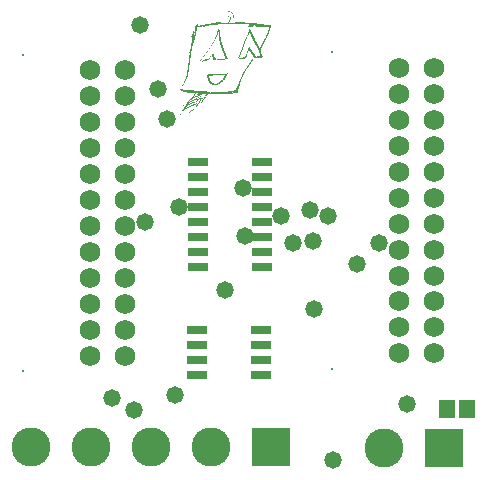
<source format=gts>
G04*
G04 #@! TF.GenerationSoftware,Altium Limited,Altium Designer,20.0.2 (26)*
G04*
G04 Layer_Color=8388736*
%FSLAX25Y25*%
%MOIN*%
G70*
G01*
G75*
%ADD17R,0.06509X0.03162*%
%ADD18R,0.05328X0.06115*%
%ADD19C,0.00800*%
%ADD20C,0.06800*%
%ADD21C,0.13024*%
%ADD22R,0.13024X0.13024*%
%ADD23C,0.05800*%
G36*
X232916Y370020D02*
X233291D01*
Y369978D01*
X233458D01*
Y369937D01*
X233541D01*
Y369895D01*
X233583D01*
Y369853D01*
X233666D01*
Y369812D01*
X233708D01*
Y369770D01*
X233750D01*
Y369728D01*
X233791D01*
Y369687D01*
X233875D01*
Y369645D01*
X233916D01*
Y369603D01*
X233958D01*
Y369562D01*
X234000D01*
Y369520D01*
X234041D01*
Y369479D01*
X234083D01*
Y369437D01*
Y369395D01*
X234125D01*
Y369354D01*
Y369312D01*
X234166D01*
Y369270D01*
X234208D01*
Y369229D01*
X234250D01*
Y369187D01*
Y369145D01*
X234291D01*
Y369104D01*
Y369062D01*
X234333D01*
Y369020D01*
Y368979D01*
Y368937D01*
X234375D01*
Y368895D01*
Y368853D01*
X234416D01*
Y368812D01*
Y368770D01*
Y368728D01*
Y368687D01*
X234458D01*
Y368645D01*
Y368603D01*
Y368562D01*
Y368520D01*
Y368478D01*
Y368437D01*
Y368395D01*
Y368354D01*
Y368312D01*
Y368270D01*
Y368229D01*
Y368187D01*
Y368145D01*
Y368104D01*
Y368062D01*
Y368020D01*
Y367979D01*
Y367937D01*
Y367895D01*
Y367854D01*
Y367812D01*
Y367770D01*
Y367729D01*
Y367687D01*
X234416D01*
Y367645D01*
X234375D01*
Y367604D01*
X234333D01*
Y367562D01*
X234291D01*
Y367520D01*
X234250D01*
Y367479D01*
X234125D01*
Y367437D01*
X233541D01*
Y367395D01*
X233500D01*
Y367354D01*
Y367312D01*
X233458D01*
Y367270D01*
Y367229D01*
X233416D01*
Y367187D01*
Y367145D01*
X233375D01*
Y367104D01*
Y367062D01*
X233333D01*
Y367020D01*
Y366979D01*
X233291D01*
Y366937D01*
Y366895D01*
X233250D01*
Y366854D01*
Y366812D01*
X233208D01*
Y366770D01*
Y366729D01*
X233167D01*
Y366687D01*
Y366645D01*
X233125D01*
Y366604D01*
Y366562D01*
X233083D01*
Y366520D01*
X233042D01*
Y366479D01*
Y366437D01*
X233000D01*
Y366395D01*
Y366354D01*
X232958D01*
Y366312D01*
X233000D01*
Y366270D01*
X233167D01*
Y366312D01*
X234958D01*
Y366354D01*
X238208D01*
Y366312D01*
X238250D01*
Y366270D01*
X238583D01*
Y366229D01*
X239583D01*
Y366187D01*
X240583D01*
Y366145D01*
X241166D01*
Y366104D01*
X241458D01*
Y366062D01*
X241916D01*
Y366020D01*
X242333D01*
Y365979D01*
X242666D01*
Y365937D01*
X242875D01*
Y365895D01*
X243208D01*
Y365854D01*
X243499D01*
Y365812D01*
X243791D01*
Y365770D01*
X244083D01*
Y365729D01*
X244416D01*
Y365687D01*
X244749D01*
Y365645D01*
X245041D01*
Y365604D01*
X245125D01*
Y365562D01*
X245333D01*
Y365520D01*
X245583D01*
Y365479D01*
X245791D01*
Y365437D01*
X246249D01*
Y365395D01*
X246874D01*
Y365354D01*
X246999D01*
Y365312D01*
X246958D01*
Y365270D01*
X246916D01*
Y365229D01*
Y365187D01*
X246874D01*
Y365145D01*
Y365104D01*
Y365062D01*
Y365020D01*
Y364979D01*
Y364937D01*
X246833D01*
Y364895D01*
Y364854D01*
Y364812D01*
Y364770D01*
Y364729D01*
Y364687D01*
Y364645D01*
Y364604D01*
X246791D01*
Y364562D01*
Y364520D01*
Y364479D01*
Y364437D01*
Y364395D01*
X246749D01*
Y364354D01*
Y364312D01*
Y364270D01*
X246708D01*
Y364229D01*
Y364187D01*
Y364145D01*
X246666D01*
Y364104D01*
Y364062D01*
X246624D01*
Y364020D01*
Y363979D01*
Y363937D01*
X246583D01*
Y363895D01*
Y363854D01*
X246541D01*
Y363812D01*
Y363770D01*
Y363729D01*
X246499D01*
Y363687D01*
Y363645D01*
X246458D01*
Y363604D01*
Y363562D01*
Y363520D01*
X246416D01*
Y363479D01*
Y363437D01*
Y363395D01*
X246374D01*
Y363354D01*
Y363312D01*
X246333D01*
Y363270D01*
Y363229D01*
Y363187D01*
X246291D01*
Y363145D01*
Y363104D01*
Y363062D01*
X246249D01*
Y363020D01*
Y362979D01*
Y362937D01*
X246208D01*
Y362895D01*
Y362854D01*
Y362812D01*
X246166D01*
Y362770D01*
Y362729D01*
Y362687D01*
X246124D01*
Y362645D01*
Y362604D01*
X246083D01*
Y362562D01*
Y362520D01*
Y362479D01*
X246041D01*
Y362437D01*
Y362395D01*
Y362354D01*
X245999D01*
Y362312D01*
Y362270D01*
X245958D01*
Y362229D01*
Y362187D01*
Y362145D01*
X245916D01*
Y362104D01*
Y362062D01*
X245874D01*
Y362020D01*
Y361979D01*
X245833D01*
Y361937D01*
Y361895D01*
X245791D01*
Y361854D01*
Y361812D01*
Y361770D01*
X245749D01*
Y361729D01*
Y361687D01*
X245708D01*
Y361645D01*
Y361604D01*
X245666D01*
Y361562D01*
Y361520D01*
X245624D01*
Y361479D01*
Y361437D01*
X245583D01*
Y361395D01*
Y361354D01*
Y361312D01*
X245541D01*
Y361270D01*
Y361229D01*
X245499D01*
Y361187D01*
Y361145D01*
X245458D01*
Y361104D01*
Y361062D01*
X245416D01*
Y361020D01*
Y360979D01*
X245374D01*
Y360937D01*
Y360895D01*
X245333D01*
Y360854D01*
Y360812D01*
X245291D01*
Y360770D01*
Y360729D01*
X245250D01*
Y360687D01*
Y360645D01*
X245208D01*
Y360604D01*
X245166D01*
Y360562D01*
Y360520D01*
X245125D01*
Y360479D01*
Y360437D01*
X245083D01*
Y360395D01*
Y360354D01*
X245041D01*
Y360312D01*
Y360270D01*
X245000D01*
Y360229D01*
X244958D01*
Y360187D01*
Y360145D01*
X244916D01*
Y360104D01*
Y360062D01*
X244875D01*
Y360020D01*
Y359979D01*
X244833D01*
Y359937D01*
Y359895D01*
Y359854D01*
X244791D01*
Y359812D01*
Y359770D01*
Y359729D01*
X244749D01*
Y359687D01*
Y359645D01*
Y359604D01*
Y359562D01*
X244708D01*
Y359520D01*
Y359479D01*
X244666D01*
Y359437D01*
X244624D01*
Y359396D01*
Y359354D01*
X244583D01*
Y359312D01*
X244541D01*
Y359271D01*
Y359229D01*
X244499D01*
Y359187D01*
Y359145D01*
X244458D01*
Y359104D01*
Y359062D01*
X244416D01*
Y359020D01*
X244374D01*
Y358979D01*
Y358937D01*
X244333D01*
Y358895D01*
Y358854D01*
X244291D01*
Y358812D01*
Y358770D01*
X244250D01*
Y358729D01*
X244208D01*
Y358687D01*
Y358646D01*
X244166D01*
Y358604D01*
X244125D01*
Y358562D01*
X244083D01*
Y358521D01*
Y358479D01*
X244041D01*
Y358437D01*
Y358396D01*
X244000D01*
Y358354D01*
Y358312D01*
X243958D01*
Y358271D01*
Y358229D01*
Y358187D01*
X243916D01*
Y358145D01*
Y358104D01*
X243875D01*
Y358062D01*
Y358020D01*
Y357979D01*
X243833D01*
Y357937D01*
Y357895D01*
X243791D01*
Y357854D01*
Y357812D01*
Y357770D01*
X243749D01*
Y357729D01*
Y357687D01*
Y357646D01*
Y357604D01*
X243708D01*
Y357562D01*
Y357521D01*
X243666D01*
Y357479D01*
Y357437D01*
X243624D01*
Y357396D01*
X243583D01*
Y357354D01*
X243541D01*
Y357312D01*
X243499D01*
Y357271D01*
X243458D01*
Y357229D01*
Y357187D01*
X243416D01*
Y357146D01*
Y357104D01*
Y357062D01*
X243499D01*
Y357020D01*
Y356979D01*
X243541D01*
Y356937D01*
Y356895D01*
Y356854D01*
X243583D01*
Y356812D01*
Y356770D01*
Y356729D01*
Y356687D01*
Y356645D01*
X243624D01*
Y356604D01*
Y356562D01*
Y356521D01*
Y356479D01*
Y356437D01*
Y356396D01*
Y356354D01*
Y356312D01*
Y356271D01*
Y356229D01*
Y356187D01*
X243666D01*
Y356146D01*
Y356104D01*
Y356062D01*
Y356021D01*
Y355979D01*
Y355937D01*
X243708D01*
Y355896D01*
Y355854D01*
X243749D01*
Y355812D01*
Y355771D01*
X243791D01*
Y355729D01*
Y355687D01*
X243833D01*
Y355646D01*
Y355604D01*
X243875D01*
Y355562D01*
Y355521D01*
Y355479D01*
X243916D01*
Y355437D01*
Y355396D01*
X243958D01*
Y355354D01*
Y355312D01*
X244000D01*
Y355271D01*
Y355229D01*
X244041D01*
Y355187D01*
Y355146D01*
X244083D01*
Y355104D01*
Y355062D01*
Y355021D01*
X244125D01*
Y354979D01*
Y354937D01*
X244166D01*
Y354896D01*
Y354854D01*
Y354812D01*
X244208D01*
Y354771D01*
Y354729D01*
Y354687D01*
X243791D01*
Y354646D01*
X242333D01*
Y354604D01*
X241708D01*
Y354562D01*
X241541D01*
Y354521D01*
Y354479D01*
X241500D01*
Y354437D01*
X241458D01*
Y354396D01*
X241416D01*
Y354354D01*
X241375D01*
Y354312D01*
X241333D01*
Y354271D01*
Y354229D01*
X241291D01*
Y354187D01*
X241250D01*
Y354146D01*
X241208D01*
Y354104D01*
X241166D01*
Y354062D01*
X241125D01*
Y354021D01*
X241083D01*
Y353979D01*
Y353937D01*
X241041D01*
Y353896D01*
X241000D01*
Y353854D01*
X240958D01*
Y353812D01*
X240916D01*
Y353771D01*
X240875D01*
Y353729D01*
X240833D01*
Y353687D01*
Y353646D01*
X240791D01*
Y353604D01*
X240750D01*
Y353562D01*
X240708D01*
Y353521D01*
X240666D01*
Y353479D01*
X240625D01*
Y353437D01*
Y353396D01*
X240583D01*
Y353354D01*
X240541D01*
Y353312D01*
Y353271D01*
X240500D01*
Y353229D01*
Y353187D01*
X240458D01*
Y353146D01*
X240416D01*
Y353104D01*
Y353062D01*
X240375D01*
Y353021D01*
X240333D01*
Y352979D01*
Y352937D01*
X240291D01*
Y352896D01*
X240250D01*
Y352854D01*
Y352812D01*
X240208D01*
Y352771D01*
X240166D01*
Y352729D01*
Y352687D01*
X240125D01*
Y352646D01*
X240083D01*
Y352604D01*
X240041D01*
Y352562D01*
Y352521D01*
X240000D01*
Y352479D01*
X239958D01*
Y352437D01*
X239916D01*
Y352396D01*
X239875D01*
Y352354D01*
X239833D01*
Y352312D01*
Y352271D01*
X239791D01*
Y352229D01*
X239750D01*
Y352187D01*
Y352146D01*
X239708D01*
Y352104D01*
Y352062D01*
X239666D01*
Y352021D01*
X239625D01*
Y351979D01*
Y351937D01*
X239583D01*
Y351896D01*
Y351854D01*
X239541D01*
Y351812D01*
Y351771D01*
X239500D01*
Y351729D01*
X239458D01*
Y351687D01*
Y351646D01*
X239416D01*
Y351604D01*
Y351562D01*
X239375D01*
Y351521D01*
X239333D01*
Y351479D01*
Y351437D01*
X239291D01*
Y351396D01*
Y351354D01*
X239250D01*
Y351312D01*
X239208D01*
Y351271D01*
Y351229D01*
X239166D01*
Y351187D01*
X239125D01*
Y351146D01*
Y351104D01*
X239083D01*
Y351062D01*
X239041D01*
Y351021D01*
X239000D01*
Y350979D01*
Y350937D01*
X238958D01*
Y350896D01*
X238916D01*
Y350854D01*
X238875D01*
Y350812D01*
X238833D01*
Y350771D01*
Y350729D01*
X238791D01*
Y350687D01*
X238750D01*
Y350646D01*
X238708D01*
Y350604D01*
Y350562D01*
X238666D01*
Y350521D01*
X238625D01*
Y350479D01*
Y350437D01*
X238583D01*
Y350396D01*
Y350354D01*
X238541D01*
Y350312D01*
Y350271D01*
X238500D01*
Y350229D01*
X238458D01*
Y350187D01*
Y350146D01*
X238416D01*
Y350104D01*
X238375D01*
Y350062D01*
X238333D01*
Y350021D01*
Y349979D01*
X238291D01*
Y349937D01*
X238250D01*
Y349896D01*
Y349854D01*
X238208D01*
Y349812D01*
Y349771D01*
X238166D01*
Y349729D01*
Y349687D01*
X238125D01*
Y349646D01*
Y349604D01*
Y349562D01*
X238083D01*
Y349521D01*
Y349479D01*
Y349437D01*
Y349396D01*
X238041D01*
Y349354D01*
X238000D01*
Y349312D01*
Y349271D01*
X237958D01*
Y349229D01*
X237916D01*
Y349187D01*
Y349146D01*
X237875D01*
Y349104D01*
Y349062D01*
X237833D01*
Y349021D01*
Y348979D01*
X237791D01*
Y348937D01*
Y348896D01*
X237750D01*
Y348854D01*
Y348812D01*
X237708D01*
Y348771D01*
Y348729D01*
X237666D01*
Y348687D01*
Y348646D01*
Y348604D01*
Y348562D01*
X237625D01*
Y348521D01*
Y348479D01*
X237583D01*
Y348437D01*
Y348396D01*
X237541D01*
Y348354D01*
Y348312D01*
X237500D01*
Y348271D01*
Y348229D01*
X237458D01*
Y348187D01*
Y348146D01*
X237416D01*
Y348104D01*
Y348062D01*
X237375D01*
Y348021D01*
Y347979D01*
X237333D01*
Y347937D01*
Y347896D01*
X237291D01*
Y347854D01*
Y347812D01*
X237250D01*
Y347771D01*
Y347729D01*
X237208D01*
Y347687D01*
Y347646D01*
Y347604D01*
X237166D01*
Y347562D01*
Y347521D01*
X237125D01*
Y347479D01*
Y347437D01*
Y347396D01*
X237083D01*
Y347354D01*
Y347312D01*
Y347271D01*
X237041D01*
Y347229D01*
Y347187D01*
Y347146D01*
Y347104D01*
X237000D01*
Y347062D01*
Y347021D01*
X236958D01*
Y346979D01*
Y346937D01*
Y346896D01*
X236916D01*
Y346854D01*
Y346813D01*
X236875D01*
Y346771D01*
Y346729D01*
Y346688D01*
X236833D01*
Y346646D01*
Y346604D01*
X236791D01*
Y346563D01*
Y346521D01*
Y346479D01*
X236750D01*
Y346438D01*
Y346396D01*
Y346354D01*
Y346312D01*
Y346271D01*
X236708D01*
Y346229D01*
Y346187D01*
Y346146D01*
X236666D01*
Y346104D01*
Y346062D01*
Y346021D01*
Y345979D01*
X236625D01*
Y345937D01*
Y345896D01*
Y345854D01*
Y345813D01*
X236583D01*
Y345771D01*
Y345729D01*
Y345688D01*
Y345646D01*
X236541D01*
Y345604D01*
Y345563D01*
Y345521D01*
Y345479D01*
X236500D01*
Y345438D01*
Y345396D01*
Y345354D01*
Y345312D01*
X236458D01*
Y345271D01*
Y345229D01*
Y345187D01*
X236416D01*
Y345146D01*
Y345104D01*
Y345062D01*
X236375D01*
Y345021D01*
Y344979D01*
X236333D01*
Y344937D01*
Y344896D01*
Y344854D01*
X236291D01*
Y344812D01*
Y344771D01*
X236250D01*
Y344729D01*
Y344688D01*
X236208D01*
Y344646D01*
Y344604D01*
Y344563D01*
X236166D01*
Y344521D01*
Y344479D01*
Y344438D01*
Y344396D01*
X236125D01*
Y344354D01*
Y344313D01*
Y344271D01*
X236083D01*
Y344229D01*
Y344187D01*
Y344146D01*
X236041D01*
Y344104D01*
Y344062D01*
X236000D01*
Y344021D01*
Y343979D01*
X235958D01*
Y343937D01*
X235916D01*
Y343896D01*
Y343854D01*
Y343813D01*
Y343771D01*
Y343729D01*
X235875D01*
Y343688D01*
Y343646D01*
Y343604D01*
X235833D01*
Y343563D01*
Y343521D01*
Y343479D01*
Y343438D01*
Y343396D01*
Y343354D01*
Y343313D01*
Y343271D01*
X236041D01*
Y343229D01*
X236000D01*
Y343188D01*
X235958D01*
Y343146D01*
X235916D01*
Y343104D01*
X235875D01*
Y343063D01*
X235833D01*
Y343021D01*
X235791D01*
Y342979D01*
X235750D01*
Y342938D01*
X235666D01*
Y342896D01*
X235583D01*
Y342854D01*
X235416D01*
Y342813D01*
X235041D01*
Y342771D01*
X234916D01*
Y342729D01*
X234833D01*
Y342688D01*
X234750D01*
Y342729D01*
X234583D01*
Y342688D01*
X234208D01*
Y342646D01*
X234125D01*
Y342604D01*
X234000D01*
Y342563D01*
X233791D01*
Y342521D01*
X233167D01*
Y342479D01*
X232875D01*
Y342438D01*
X232583D01*
Y342396D01*
X232042D01*
Y342354D01*
X230042D01*
Y342396D01*
X228333D01*
Y342438D01*
X227167D01*
Y342479D01*
X226333D01*
Y342521D01*
X225875D01*
Y342479D01*
X225833D01*
Y342438D01*
Y342396D01*
X225792D01*
Y342354D01*
Y342313D01*
X225750D01*
Y342271D01*
Y342229D01*
X225708D01*
Y342188D01*
X225667D01*
Y342146D01*
Y342104D01*
X225625D01*
Y342063D01*
Y342021D01*
X225583D01*
Y341979D01*
X225542D01*
Y341938D01*
Y341896D01*
X225500D01*
Y341854D01*
X225458D01*
Y341813D01*
Y341771D01*
X225417D01*
Y341729D01*
X225375D01*
Y341688D01*
Y341646D01*
X225333D01*
Y341604D01*
X225292D01*
Y341563D01*
X225250D01*
Y341521D01*
Y341479D01*
X225208D01*
Y341438D01*
X225167D01*
Y341396D01*
X225125D01*
Y341354D01*
Y341313D01*
X225083D01*
Y341271D01*
X225042D01*
Y341229D01*
Y341188D01*
X225000D01*
Y341146D01*
X224958D01*
Y341104D01*
Y341063D01*
X224917D01*
Y341021D01*
X224875D01*
Y340979D01*
Y340938D01*
X224833D01*
Y340896D01*
X224792D01*
Y340854D01*
X224750D01*
Y340813D01*
Y340771D01*
X224708D01*
Y340729D01*
X224667D01*
Y340688D01*
Y340646D01*
X224625D01*
Y340604D01*
X224583D01*
Y340563D01*
X224542D01*
Y340521D01*
Y340479D01*
X224500D01*
Y340438D01*
X224458D01*
Y340396D01*
X224417D01*
Y340354D01*
Y340313D01*
X224375D01*
Y340271D01*
X224333D01*
Y340229D01*
X224292D01*
Y340188D01*
Y340146D01*
X224250D01*
Y340104D01*
X224208D01*
Y340063D01*
X224167D01*
Y340021D01*
Y339979D01*
X224125D01*
Y339938D01*
X224083D01*
Y339896D01*
X224042D01*
Y339854D01*
X224000D01*
Y339813D01*
Y339771D01*
X223958D01*
Y339729D01*
X223917D01*
Y339688D01*
X223875D01*
Y339646D01*
X223833D01*
Y339604D01*
X223792D01*
Y339563D01*
Y339521D01*
X223750D01*
Y339479D01*
X223708D01*
Y339438D01*
X223667D01*
Y339396D01*
X223625D01*
Y339354D01*
X223583D01*
Y339313D01*
Y339271D01*
X223542D01*
Y339229D01*
X223500D01*
Y339188D01*
X223458D01*
Y339146D01*
X223417D01*
Y339104D01*
X223375D01*
Y339063D01*
X223333D01*
Y339021D01*
X223292D01*
Y338979D01*
X223250D01*
Y338938D01*
X223208D01*
Y338896D01*
X223167D01*
Y338854D01*
X223125D01*
Y338813D01*
X223083D01*
Y338771D01*
X223042D01*
Y338813D01*
Y338854D01*
X223083D01*
Y338896D01*
X223125D01*
Y338938D01*
X223167D01*
Y338979D01*
X223208D01*
Y339021D01*
X223250D01*
Y339063D01*
X223292D01*
Y339104D01*
X223333D01*
Y339146D01*
Y339188D01*
X223375D01*
Y339229D01*
X223417D01*
Y339271D01*
X223458D01*
Y339313D01*
X223500D01*
Y339354D01*
Y339396D01*
X223542D01*
Y339438D01*
X223583D01*
Y339479D01*
X223625D01*
Y339521D01*
X223667D01*
Y339563D01*
Y339604D01*
X223708D01*
Y339646D01*
X223750D01*
Y339688D01*
X223792D01*
Y339729D01*
X223833D01*
Y339771D01*
Y339813D01*
X223875D01*
Y339854D01*
X223917D01*
Y339896D01*
X223958D01*
Y339938D01*
Y339979D01*
X224000D01*
Y340021D01*
X224042D01*
Y340063D01*
X224083D01*
Y340104D01*
Y340146D01*
Y340188D01*
X224042D01*
Y340146D01*
X224000D01*
Y340104D01*
X223958D01*
Y340063D01*
X223917D01*
Y340021D01*
X223875D01*
Y339979D01*
X223833D01*
Y339938D01*
X223792D01*
Y339896D01*
X223750D01*
Y339938D01*
Y339979D01*
X223792D01*
Y340021D01*
X223833D01*
Y340063D01*
X223875D01*
Y340104D01*
X223917D01*
Y340146D01*
Y340188D01*
X223958D01*
Y340229D01*
X224000D01*
Y340271D01*
X224042D01*
Y340313D01*
Y340354D01*
X224083D01*
Y340396D01*
Y340438D01*
X224125D01*
Y340479D01*
X224167D01*
Y340521D01*
Y340563D01*
X224208D01*
Y340604D01*
X224250D01*
Y340646D01*
Y340688D01*
X224292D01*
Y340729D01*
X224333D01*
Y340771D01*
Y340813D01*
X224375D01*
Y340854D01*
X224417D01*
Y340896D01*
Y340938D01*
X224458D01*
Y340979D01*
Y341021D01*
X224375D01*
Y340979D01*
X224292D01*
Y340938D01*
X224250D01*
Y340896D01*
X224208D01*
Y340854D01*
X224167D01*
Y340813D01*
X224125D01*
Y340771D01*
X224083D01*
Y340729D01*
X224042D01*
Y340688D01*
X224000D01*
Y340646D01*
X223958D01*
Y340604D01*
X223917D01*
Y340563D01*
X223875D01*
Y340604D01*
Y340646D01*
X223917D01*
Y340688D01*
X223958D01*
Y340729D01*
X224000D01*
Y340771D01*
X224042D01*
Y340813D01*
X224083D01*
Y340854D01*
X224125D01*
Y340896D01*
X224167D01*
Y340938D01*
X224208D01*
Y340979D01*
X224250D01*
Y341021D01*
X224292D01*
Y341063D01*
X224333D01*
Y341104D01*
Y341146D01*
X224250D01*
Y341104D01*
X224208D01*
Y341063D01*
X224167D01*
Y341021D01*
X224125D01*
Y340979D01*
X224042D01*
Y340938D01*
X224000D01*
Y340896D01*
X223917D01*
Y340854D01*
X223792D01*
Y340813D01*
X223750D01*
Y340771D01*
X223708D01*
Y340729D01*
Y340688D01*
X223667D01*
Y340646D01*
Y340604D01*
X223625D01*
Y340563D01*
Y340521D01*
X223583D01*
Y340479D01*
Y340438D01*
Y340396D01*
X223542D01*
Y340354D01*
Y340313D01*
Y340271D01*
X223583D01*
Y340313D01*
X223625D01*
Y340354D01*
X223667D01*
Y340396D01*
X223708D01*
Y340354D01*
Y340313D01*
X223667D01*
Y340271D01*
X223625D01*
Y340229D01*
X223583D01*
Y340188D01*
X223542D01*
Y340146D01*
X223500D01*
Y340104D01*
X223458D01*
Y340063D01*
X223417D01*
Y340021D01*
X223375D01*
Y339979D01*
X223333D01*
Y339938D01*
Y339896D01*
X223292D01*
Y339854D01*
X223250D01*
Y339813D01*
X223208D01*
Y339771D01*
X223167D01*
Y339729D01*
X223125D01*
Y339688D01*
Y339646D01*
X223083D01*
Y339604D01*
X223042D01*
Y339563D01*
X223000D01*
Y339521D01*
X222958D01*
Y339479D01*
Y339438D01*
X222917D01*
Y339396D01*
X222875D01*
Y339354D01*
X222833D01*
Y339313D01*
X222792D01*
Y339271D01*
Y339229D01*
X222750D01*
Y339188D01*
X222708D01*
Y339146D01*
Y339104D01*
X222667D01*
Y339063D01*
X222625D01*
Y339021D01*
Y338979D01*
X222583D01*
Y338938D01*
X222542D01*
Y338896D01*
Y338854D01*
X222500D01*
Y338813D01*
X222458D01*
Y338771D01*
Y338729D01*
X222500D01*
Y338771D01*
X222542D01*
Y338813D01*
X222583D01*
Y338854D01*
X222667D01*
Y338813D01*
X222625D01*
Y338771D01*
X222583D01*
Y338729D01*
X222542D01*
Y338688D01*
X222458D01*
Y338646D01*
X222417D01*
Y338604D01*
X222375D01*
Y338563D01*
X222333D01*
Y338521D01*
X222292D01*
Y338479D01*
X222250D01*
Y338438D01*
X222208D01*
Y338396D01*
X222167D01*
Y338354D01*
X222125D01*
Y338313D01*
X222083D01*
Y338271D01*
X222042D01*
Y338229D01*
X222000D01*
Y338188D01*
X221917D01*
Y338146D01*
X221875D01*
Y338104D01*
X221833D01*
Y338063D01*
X221792D01*
Y338021D01*
X221750D01*
Y337979D01*
X221708D01*
Y337938D01*
X221667D01*
Y337896D01*
X221625D01*
Y337854D01*
X221583D01*
Y337813D01*
X221500D01*
Y337771D01*
X221458D01*
Y337729D01*
X221417D01*
Y337688D01*
X221375D01*
Y337646D01*
X221333D01*
Y337604D01*
X221292D01*
Y337563D01*
X221250D01*
Y337521D01*
X221208D01*
Y337479D01*
X221167D01*
Y337438D01*
Y337396D01*
X221125D01*
Y337354D01*
Y337313D01*
X221208D01*
Y337354D01*
X221250D01*
Y337396D01*
X221333D01*
Y337438D01*
X221375D01*
Y337479D01*
X221458D01*
Y337521D01*
X221500D01*
Y337563D01*
X221583D01*
Y337521D01*
X221542D01*
Y337479D01*
X221500D01*
Y337438D01*
X221417D01*
Y337396D01*
X221375D01*
Y337354D01*
X221333D01*
Y337313D01*
X221250D01*
Y337271D01*
X221208D01*
Y337229D01*
X221125D01*
Y337188D01*
X221083D01*
Y337146D01*
X221000D01*
Y337104D01*
X220958D01*
Y337063D01*
X220875D01*
Y337021D01*
X220833D01*
Y336979D01*
X220792D01*
Y336938D01*
X220708D01*
Y336896D01*
X220667D01*
Y336854D01*
X220584D01*
Y336813D01*
X220542D01*
Y336771D01*
X220500D01*
Y336729D01*
X220417D01*
Y336688D01*
X220375D01*
Y336646D01*
X220292D01*
Y336604D01*
X220209D01*
Y336563D01*
X220125D01*
Y336521D01*
X220042D01*
Y336479D01*
X220000D01*
Y336438D01*
X219917D01*
Y336396D01*
X219833D01*
Y336354D01*
X219792D01*
Y336313D01*
X219708D01*
Y336271D01*
X219625D01*
Y336229D01*
X219584D01*
Y336188D01*
X219500D01*
Y336229D01*
X219542D01*
Y336271D01*
X219584D01*
Y336313D01*
X219625D01*
Y336354D01*
X219708D01*
Y336396D01*
X219750D01*
Y336438D01*
X219833D01*
Y336479D01*
X219875D01*
Y336521D01*
X219750D01*
Y336479D01*
X219667D01*
Y336521D01*
X219708D01*
Y336563D01*
X219792D01*
Y336604D01*
X219833D01*
Y336646D01*
X219875D01*
Y336688D01*
X219917D01*
Y336729D01*
X220000D01*
Y336771D01*
X220042D01*
Y336813D01*
X220083D01*
Y336854D01*
X220167D01*
Y336896D01*
X220250D01*
Y336938D01*
X220292D01*
Y336979D01*
X220375D01*
Y337021D01*
X220459D01*
Y336979D01*
X220417D01*
Y336938D01*
X220375D01*
Y336896D01*
X220334D01*
Y336854D01*
X220292D01*
Y336813D01*
X220250D01*
Y336771D01*
X220209D01*
Y336729D01*
X220292D01*
Y336771D01*
X220375D01*
Y336813D01*
X220417D01*
Y336854D01*
X220500D01*
Y336896D01*
X220542D01*
Y336938D01*
X220625D01*
Y336979D01*
X220667D01*
Y337021D01*
X220708D01*
Y337063D01*
X220750D01*
Y337104D01*
X220792D01*
Y337146D01*
Y337188D01*
Y337229D01*
X220750D01*
Y337271D01*
X220792D01*
Y337313D01*
X220833D01*
Y337354D01*
X220917D01*
Y337396D01*
X220958D01*
Y337438D01*
X221000D01*
Y337479D01*
X221042D01*
Y337521D01*
X221083D01*
Y337563D01*
X221125D01*
Y337604D01*
X221167D01*
Y337646D01*
X221208D01*
Y337688D01*
X221250D01*
Y337729D01*
X221292D01*
Y337771D01*
X221333D01*
Y337813D01*
X221375D01*
Y337854D01*
X221417D01*
Y337896D01*
Y337938D01*
X221458D01*
Y337979D01*
X221500D01*
Y338021D01*
X221542D01*
Y338063D01*
X221583D01*
Y338104D01*
X221625D01*
Y338146D01*
Y338188D01*
X221667D01*
Y338229D01*
X221708D01*
Y338271D01*
X221750D01*
Y338313D01*
X221792D01*
Y338354D01*
X221833D01*
Y338396D01*
X221875D01*
Y338438D01*
X221917D01*
Y338479D01*
Y338521D01*
X221958D01*
Y338563D01*
X222000D01*
Y338604D01*
X222042D01*
Y338646D01*
X222083D01*
Y338688D01*
X222125D01*
Y338729D01*
X222167D01*
Y338771D01*
X222208D01*
Y338813D01*
X222250D01*
Y338854D01*
X222292D01*
Y338896D01*
X222333D01*
Y338938D01*
Y338979D01*
X222375D01*
Y339021D01*
X222417D01*
Y339063D01*
X222458D01*
Y339104D01*
X222500D01*
Y339146D01*
X222542D01*
Y339188D01*
X222583D01*
Y339229D01*
Y339271D01*
X222625D01*
Y339313D01*
X222667D01*
Y339354D01*
X222708D01*
Y339396D01*
Y339438D01*
X222750D01*
Y339479D01*
X222792D01*
Y339521D01*
X222833D01*
Y339563D01*
Y339604D01*
X222875D01*
Y339646D01*
Y339688D01*
X222917D01*
Y339729D01*
X222958D01*
Y339771D01*
Y339813D01*
X223000D01*
Y339854D01*
Y339896D01*
X223042D01*
Y339938D01*
Y339979D01*
X223083D01*
Y340021D01*
Y340063D01*
X223125D01*
Y340104D01*
Y340146D01*
X223167D01*
Y340188D01*
Y340229D01*
Y340271D01*
X223208D01*
Y340313D01*
Y340354D01*
X223250D01*
Y340396D01*
X223167D01*
Y340438D01*
X223208D01*
Y340479D01*
X223250D01*
Y340521D01*
X223292D01*
Y340563D01*
X223333D01*
Y340604D01*
Y340646D01*
X223375D01*
Y340688D01*
X223417D01*
Y340729D01*
Y340771D01*
X223208D01*
Y340729D01*
X223000D01*
Y340688D01*
X222875D01*
Y340646D01*
X222792D01*
Y340604D01*
X222750D01*
Y340563D01*
X222708D01*
Y340521D01*
X222667D01*
Y340479D01*
X222625D01*
Y340438D01*
X222583D01*
Y340396D01*
X222542D01*
Y340354D01*
X222500D01*
Y340313D01*
X222458D01*
Y340271D01*
X222417D01*
Y340229D01*
Y340188D01*
X222375D01*
Y340146D01*
X222333D01*
Y340104D01*
X222292D01*
Y340063D01*
X222250D01*
Y340021D01*
X222208D01*
Y339979D01*
X222167D01*
Y339938D01*
X222125D01*
Y339896D01*
X222083D01*
Y339854D01*
X222042D01*
Y339896D01*
Y339938D01*
X221958D01*
Y339896D01*
X221917D01*
Y339854D01*
X221875D01*
Y339813D01*
X221792D01*
Y339771D01*
X221750D01*
Y339729D01*
X221708D01*
Y339688D01*
X221667D01*
Y339646D01*
X221583D01*
Y339604D01*
X221500D01*
Y339563D01*
X221333D01*
Y339521D01*
X221167D01*
Y339479D01*
X221042D01*
Y339438D01*
X220917D01*
Y339396D01*
X220792D01*
Y339354D01*
X220625D01*
Y339313D01*
X220542D01*
Y339271D01*
X220417D01*
Y339229D01*
X220292D01*
Y339188D01*
X220209D01*
Y339146D01*
X220083D01*
Y339104D01*
X220000D01*
Y339063D01*
X219875D01*
Y339021D01*
X219792D01*
Y338979D01*
X219708D01*
Y338938D01*
X219625D01*
Y338979D01*
X219667D01*
Y339021D01*
X219708D01*
Y339063D01*
X219750D01*
Y339104D01*
X219792D01*
Y339146D01*
X219833D01*
Y339188D01*
X219875D01*
Y339229D01*
X219917D01*
Y339271D01*
X219958D01*
Y339313D01*
X220000D01*
Y339354D01*
Y339396D01*
X220042D01*
Y339438D01*
X220083D01*
Y339479D01*
X220125D01*
Y339521D01*
Y339563D01*
X220167D01*
Y339604D01*
X220209D01*
Y339646D01*
X220250D01*
Y339688D01*
X220292D01*
Y339729D01*
X220334D01*
Y339771D01*
X220375D01*
Y339813D01*
Y339854D01*
X220250D01*
Y339813D01*
X220167D01*
Y339771D01*
X220083D01*
Y339729D01*
X220042D01*
Y339688D01*
X220000D01*
Y339646D01*
X219958D01*
Y339604D01*
X219917D01*
Y339563D01*
X219875D01*
Y339521D01*
Y339479D01*
X219833D01*
Y339438D01*
X219792D01*
Y339396D01*
X219750D01*
Y339354D01*
Y339313D01*
X219708D01*
Y339271D01*
X219667D01*
Y339229D01*
X219625D01*
Y339188D01*
Y339146D01*
X219584D01*
Y339104D01*
X219542D01*
Y339063D01*
X219500D01*
Y339021D01*
Y338979D01*
X219459D01*
Y338938D01*
X219417D01*
Y338896D01*
X219375D01*
Y338854D01*
Y338813D01*
X219334D01*
Y338771D01*
X219292D01*
Y338729D01*
X219250D01*
Y338688D01*
Y338646D01*
X219209D01*
Y338604D01*
X219167D01*
Y338563D01*
X219125D01*
Y338521D01*
Y338479D01*
X219083D01*
Y338438D01*
X219042D01*
Y338396D01*
X219000D01*
Y338354D01*
X218958D01*
Y338313D01*
Y338271D01*
X218917D01*
Y338229D01*
X218875D01*
Y338188D01*
X218833D01*
Y338146D01*
X218792D01*
Y338104D01*
Y338063D01*
X218750D01*
Y338021D01*
X218708D01*
Y337979D01*
X218667D01*
Y337938D01*
Y337896D01*
X218625D01*
Y337854D01*
X218583D01*
Y337813D01*
X218542D01*
Y337771D01*
X218500D01*
Y337729D01*
X218459D01*
Y337688D01*
Y337646D01*
X218417D01*
Y337604D01*
X218375D01*
Y337563D01*
X218334D01*
Y337521D01*
Y337479D01*
X218292D01*
Y337438D01*
X218250D01*
Y337396D01*
X218209D01*
Y337354D01*
Y337313D01*
X218167D01*
Y337271D01*
X218250D01*
Y337313D01*
X218292D01*
Y337354D01*
X218375D01*
Y337313D01*
X218334D01*
Y337271D01*
X218292D01*
Y337229D01*
X218209D01*
Y337188D01*
X218167D01*
Y337146D01*
X218125D01*
Y337104D01*
X218084D01*
Y337063D01*
X218042D01*
Y337021D01*
X218000D01*
Y336979D01*
X217958D01*
Y336938D01*
X217917D01*
Y336896D01*
X217875D01*
Y336854D01*
X217833D01*
Y336813D01*
X217792D01*
Y336771D01*
X217750D01*
Y336729D01*
X217708D01*
Y336688D01*
X217667D01*
Y336646D01*
X217625D01*
Y336604D01*
X217583D01*
Y336563D01*
X217542D01*
Y336521D01*
X217500D01*
Y336479D01*
Y336438D01*
X217459D01*
Y336396D01*
X217417D01*
Y336354D01*
X217375D01*
Y336313D01*
X217334D01*
Y336271D01*
X217292D01*
Y336229D01*
X217250D01*
Y336188D01*
X217209D01*
Y336146D01*
Y336104D01*
X217167D01*
Y336063D01*
X217125D01*
Y336021D01*
X217084D01*
Y335979D01*
X217042D01*
Y335938D01*
X217000D01*
Y335896D01*
X216959D01*
Y335854D01*
X216917D01*
Y335813D01*
Y335771D01*
X216875D01*
Y335729D01*
X216834D01*
Y335688D01*
X216792D01*
Y335646D01*
X216750D01*
Y335604D01*
X216709D01*
Y335563D01*
X216667D01*
Y335521D01*
X216625D01*
Y335479D01*
X216584D01*
Y335438D01*
X216500D01*
Y335479D01*
X216542D01*
Y335521D01*
X216584D01*
Y335563D01*
X216625D01*
Y335604D01*
X216667D01*
Y335646D01*
Y335688D01*
X216709D01*
Y335729D01*
X216750D01*
Y335771D01*
X216792D01*
Y335813D01*
X216834D01*
Y335854D01*
X216875D01*
Y335896D01*
X216917D01*
Y335938D01*
X216959D01*
Y335979D01*
Y336021D01*
X217000D01*
Y336063D01*
X217042D01*
Y336104D01*
X217084D01*
Y336146D01*
X217125D01*
Y336188D01*
X217167D01*
Y336229D01*
Y336271D01*
X217209D01*
Y336313D01*
X217250D01*
Y336354D01*
X217292D01*
Y336396D01*
X217334D01*
Y336438D01*
Y336479D01*
X217375D01*
Y336521D01*
X217417D01*
Y336563D01*
X217459D01*
Y336604D01*
X217500D01*
Y336646D01*
Y336688D01*
X217542D01*
Y336729D01*
X217583D01*
Y336771D01*
Y336813D01*
X217625D01*
Y336854D01*
X217667D01*
Y336896D01*
X217708D01*
Y336938D01*
Y336979D01*
X217750D01*
Y337021D01*
Y337063D01*
X217792D01*
Y337104D01*
X217833D01*
Y337146D01*
Y337188D01*
X217875D01*
Y337229D01*
Y337271D01*
X217917D01*
Y337313D01*
Y337354D01*
X217958D01*
Y337396D01*
X218000D01*
Y337438D01*
X217917D01*
Y337396D01*
X217875D01*
Y337354D01*
X217833D01*
Y337313D01*
X217792D01*
Y337271D01*
X217750D01*
Y337229D01*
X217708D01*
Y337188D01*
X217667D01*
Y337146D01*
X217625D01*
Y337104D01*
X217583D01*
Y337063D01*
X217542D01*
Y337021D01*
X217500D01*
Y336979D01*
X217459D01*
Y336938D01*
X217417D01*
Y336896D01*
X217375D01*
Y336854D01*
X217334D01*
Y336813D01*
X217292D01*
Y336771D01*
X217250D01*
Y336729D01*
X217209D01*
Y336688D01*
X217125D01*
Y336729D01*
X217167D01*
Y336771D01*
X217209D01*
Y336813D01*
X217250D01*
Y336854D01*
X217292D01*
Y336896D01*
X217334D01*
Y336938D01*
X217375D01*
Y336979D01*
X217417D01*
Y337021D01*
Y337063D01*
X217459D01*
Y337104D01*
X217500D01*
Y337146D01*
X217542D01*
Y337188D01*
Y337229D01*
X217583D01*
Y337271D01*
X217625D01*
Y337313D01*
X217667D01*
Y337354D01*
Y337396D01*
X217708D01*
Y337438D01*
X217750D01*
Y337479D01*
Y337521D01*
X217792D01*
Y337563D01*
X217833D01*
Y337604D01*
X217875D01*
Y337646D01*
Y337688D01*
X217917D01*
Y337729D01*
X217958D01*
Y337771D01*
Y337813D01*
X218000D01*
Y337854D01*
X218042D01*
Y337896D01*
Y337938D01*
X218000D01*
Y337896D01*
X217958D01*
Y337854D01*
X217875D01*
Y337896D01*
X217917D01*
Y337938D01*
X217958D01*
Y337979D01*
X218000D01*
Y338021D01*
X218042D01*
Y338063D01*
X218084D01*
Y338104D01*
X218125D01*
Y338146D01*
Y338188D01*
X218167D01*
Y338229D01*
X218209D01*
Y338271D01*
X218250D01*
Y338313D01*
X218292D01*
Y338354D01*
Y338396D01*
X218334D01*
Y338438D01*
X218375D01*
Y338479D01*
X218417D01*
Y338521D01*
X218459D01*
Y338563D01*
Y338604D01*
X218500D01*
Y338646D01*
X218542D01*
Y338688D01*
X218583D01*
Y338729D01*
Y338771D01*
X218625D01*
Y338813D01*
X218667D01*
Y338854D01*
Y338896D01*
X218708D01*
Y338938D01*
X218750D01*
Y338979D01*
Y339021D01*
X218792D01*
Y339063D01*
X218833D01*
Y339104D01*
Y339146D01*
X218875D01*
Y339188D01*
Y339229D01*
X218917D01*
Y339271D01*
Y339313D01*
X218958D01*
Y339354D01*
Y339396D01*
X219000D01*
Y339438D01*
X219042D01*
Y339479D01*
Y339521D01*
X219083D01*
Y339563D01*
Y339604D01*
X219042D01*
Y339646D01*
X219083D01*
Y339688D01*
Y339729D01*
X219125D01*
Y339771D01*
X219167D01*
Y339813D01*
Y339854D01*
Y339896D01*
Y339938D01*
X219209D01*
Y339979D01*
Y340021D01*
X219250D01*
Y340063D01*
X219292D01*
Y340104D01*
X219334D01*
Y340146D01*
X219375D01*
Y340188D01*
X219417D01*
Y340229D01*
X219500D01*
Y340271D01*
X219542D01*
Y340313D01*
X219584D01*
Y340354D01*
X219625D01*
Y340396D01*
X219667D01*
Y340354D01*
X219750D01*
Y340396D01*
X219792D01*
Y340438D01*
X219833D01*
Y340479D01*
X219875D01*
Y340521D01*
X219958D01*
Y340563D01*
X220000D01*
Y340604D01*
Y340646D01*
X220042D01*
Y340688D01*
X220083D01*
Y340729D01*
X220125D01*
Y340771D01*
X220167D01*
Y340813D01*
X220209D01*
Y340854D01*
X220250D01*
Y340896D01*
X220292D01*
Y340938D01*
X220334D01*
Y340979D01*
X220375D01*
Y341021D01*
X220417D01*
Y341063D01*
X220459D01*
Y341104D01*
X220500D01*
Y341146D01*
X220542D01*
Y341188D01*
X220584D01*
Y341229D01*
Y341271D01*
X220625D01*
Y341313D01*
X220667D01*
Y341354D01*
X220708D01*
Y341396D01*
X220750D01*
Y341438D01*
X220792D01*
Y341479D01*
Y341521D01*
X220833D01*
Y341563D01*
X220875D01*
Y341604D01*
X220917D01*
Y341646D01*
Y341688D01*
X220958D01*
Y341729D01*
X221000D01*
Y341771D01*
Y341813D01*
X221042D01*
Y341854D01*
X221083D01*
Y341896D01*
Y341938D01*
X221125D01*
Y341979D01*
Y342021D01*
X221167D01*
Y342063D01*
Y342104D01*
X221208D01*
Y342146D01*
Y342188D01*
Y342229D01*
Y342271D01*
X221250D01*
Y342313D01*
X221292D01*
Y342354D01*
Y342396D01*
X221333D01*
Y342438D01*
X221375D01*
Y342479D01*
X221417D01*
Y342521D01*
X221458D01*
Y342563D01*
X221500D01*
Y342604D01*
X221542D01*
Y342646D01*
Y342688D01*
X221583D01*
Y342729D01*
Y342771D01*
X221625D01*
Y342813D01*
X221042D01*
Y342854D01*
X220000D01*
Y342896D01*
X219584D01*
Y342938D01*
X219292D01*
Y342979D01*
X219083D01*
Y343021D01*
X218875D01*
Y343063D01*
X218708D01*
Y343104D01*
X218542D01*
Y343146D01*
X218375D01*
Y343188D01*
X218167D01*
Y343229D01*
X218000D01*
Y343271D01*
X217792D01*
Y343313D01*
X217625D01*
Y343354D01*
X217583D01*
Y343396D01*
Y343438D01*
Y343479D01*
X217500D01*
Y343521D01*
X217292D01*
Y343563D01*
X217125D01*
Y343604D01*
X217000D01*
Y343646D01*
X216834D01*
Y343688D01*
X216709D01*
Y343729D01*
X216584D01*
Y343771D01*
X216459D01*
Y343729D01*
X216334D01*
Y343771D01*
Y343813D01*
X216375D01*
Y343854D01*
X216417D01*
Y343896D01*
X216459D01*
Y343937D01*
X216500D01*
Y343979D01*
X216542D01*
Y344021D01*
X216584D01*
Y344062D01*
X216667D01*
Y344104D01*
X216709D01*
Y344146D01*
X216750D01*
Y344187D01*
X216834D01*
Y344229D01*
X217042D01*
Y344187D01*
X217167D01*
Y344146D01*
X217292D01*
Y344104D01*
X217459D01*
Y344062D01*
X217583D01*
Y344021D01*
X217750D01*
Y343979D01*
X217958D01*
Y343937D01*
X218250D01*
Y343896D01*
X218583D01*
Y343854D01*
X218917D01*
Y343813D01*
X219334D01*
Y343771D01*
X219875D01*
Y343729D01*
X220584D01*
Y343688D01*
X221208D01*
Y343646D01*
X221750D01*
Y343604D01*
X222417D01*
Y343563D01*
X223250D01*
Y343521D01*
X223792D01*
Y343479D01*
X224250D01*
Y343438D01*
X224708D01*
Y343396D01*
X225167D01*
Y343354D01*
X225625D01*
Y343313D01*
X226125D01*
Y343271D01*
X226417D01*
Y343229D01*
X226375D01*
Y343188D01*
X226333D01*
Y343146D01*
X226292D01*
Y343104D01*
X226250D01*
Y343063D01*
X226333D01*
Y343021D01*
X226708D01*
Y342979D01*
X227042D01*
Y343021D01*
X227125D01*
Y343063D01*
X227167D01*
Y343104D01*
X227250D01*
Y343146D01*
X227292D01*
Y343188D01*
X229125D01*
Y343229D01*
X231000D01*
Y343271D01*
X231833D01*
Y343313D01*
X232666D01*
Y343354D01*
X233583D01*
Y343396D01*
X234083D01*
Y343438D01*
X234333D01*
Y343479D01*
X234458D01*
Y343521D01*
X234541D01*
Y343563D01*
X234583D01*
Y343604D01*
X234666D01*
Y343646D01*
X234708D01*
Y343688D01*
X234916D01*
Y343646D01*
X235083D01*
Y343688D01*
X235166D01*
Y343729D01*
X235208D01*
Y343771D01*
Y343813D01*
X235250D01*
Y343854D01*
Y343896D01*
Y343937D01*
Y343979D01*
X235291D01*
Y344021D01*
Y344062D01*
Y344104D01*
Y344146D01*
Y344187D01*
Y344229D01*
Y344271D01*
Y344313D01*
Y344354D01*
X235333D01*
Y344396D01*
Y344438D01*
Y344479D01*
X235375D01*
Y344521D01*
X235416D01*
Y344563D01*
Y344604D01*
X235458D01*
Y344646D01*
X235500D01*
Y344688D01*
Y344729D01*
X235541D01*
Y344771D01*
Y344812D01*
X235583D01*
Y344854D01*
Y344896D01*
X235625D01*
Y344937D01*
Y344979D01*
X235666D01*
Y345021D01*
Y345062D01*
X235708D01*
Y345104D01*
Y345146D01*
X235750D01*
Y345187D01*
Y345229D01*
X235791D01*
Y345271D01*
Y345312D01*
Y345354D01*
X235833D01*
Y345396D01*
Y345438D01*
X235875D01*
Y345479D01*
Y345521D01*
X235916D01*
Y345563D01*
Y345604D01*
X235958D01*
Y345646D01*
Y345688D01*
X236000D01*
Y345729D01*
Y345771D01*
Y345813D01*
X236041D01*
Y345854D01*
Y345896D01*
X236083D01*
Y345937D01*
Y345979D01*
X236125D01*
Y346021D01*
Y346062D01*
X236166D01*
Y346104D01*
Y346146D01*
Y346187D01*
X236208D01*
Y346229D01*
Y346271D01*
X236250D01*
Y346312D01*
Y346354D01*
X236291D01*
Y346396D01*
Y346438D01*
X236333D01*
Y346479D01*
Y346521D01*
Y346563D01*
X236375D01*
Y346604D01*
Y346646D01*
X236416D01*
Y346688D01*
Y346729D01*
X236458D01*
Y346771D01*
Y346813D01*
X236500D01*
Y346854D01*
Y346896D01*
Y346937D01*
X236541D01*
Y346979D01*
Y347021D01*
X236583D01*
Y347062D01*
Y347104D01*
X236625D01*
Y347146D01*
Y347187D01*
Y347229D01*
X236666D01*
Y347271D01*
Y347312D01*
X236708D01*
Y347354D01*
Y347396D01*
X236750D01*
Y347437D01*
Y347479D01*
X236791D01*
Y347521D01*
Y347562D01*
Y347604D01*
X236833D01*
Y347646D01*
Y347687D01*
X236875D01*
Y347729D01*
Y347771D01*
X236916D01*
Y347812D01*
Y347854D01*
Y347896D01*
X236958D01*
Y347937D01*
Y347979D01*
X237000D01*
Y348021D01*
Y348062D01*
X237041D01*
Y348104D01*
Y348146D01*
Y348187D01*
X237083D01*
Y348229D01*
Y348271D01*
X237125D01*
Y348312D01*
Y348354D01*
Y348396D01*
X237166D01*
Y348437D01*
Y348479D01*
Y348521D01*
X237208D01*
Y348562D01*
Y348604D01*
Y348646D01*
X237250D01*
Y348687D01*
Y348729D01*
Y348771D01*
X237291D01*
Y348812D01*
Y348854D01*
X237333D01*
Y348896D01*
Y348937D01*
Y348979D01*
X237375D01*
Y349021D01*
Y349062D01*
X237416D01*
Y349104D01*
Y349146D01*
X237458D01*
Y349187D01*
Y349229D01*
X237500D01*
Y349271D01*
X237541D01*
Y349312D01*
Y349354D01*
X237583D01*
Y349396D01*
Y349437D01*
X237625D01*
Y349479D01*
X237666D01*
Y349521D01*
Y349562D01*
X237708D01*
Y349604D01*
X237750D01*
Y349646D01*
Y349687D01*
X237791D01*
Y349729D01*
Y349771D01*
X237833D01*
Y349812D01*
X237875D01*
Y349854D01*
Y349896D01*
X237916D01*
Y349937D01*
Y349979D01*
X237958D01*
Y350021D01*
X238000D01*
Y350062D01*
Y350104D01*
X238041D01*
Y350146D01*
X238083D01*
Y350187D01*
Y350229D01*
X238125D01*
Y350271D01*
Y350312D01*
X238166D01*
Y350354D01*
X238208D01*
Y350396D01*
Y350437D01*
X238250D01*
Y350479D01*
X238291D01*
Y350521D01*
Y350562D01*
X238333D01*
Y350604D01*
Y350646D01*
X238375D01*
Y350687D01*
X238416D01*
Y350729D01*
Y350771D01*
X238458D01*
Y350812D01*
X238500D01*
Y350854D01*
Y350896D01*
X238541D01*
Y350937D01*
X238583D01*
Y350979D01*
Y351021D01*
X238625D01*
Y351062D01*
X238666D01*
Y351104D01*
Y351146D01*
X238708D01*
Y351187D01*
X238750D01*
Y351229D01*
Y351271D01*
X238791D01*
Y351312D01*
X238833D01*
Y351354D01*
Y351396D01*
X238875D01*
Y351437D01*
Y351479D01*
X238916D01*
Y351521D01*
X238958D01*
Y351562D01*
Y351604D01*
X239000D01*
Y351646D01*
X239041D01*
Y351687D01*
Y351729D01*
X239083D01*
Y351771D01*
X239125D01*
Y351812D01*
Y351854D01*
X239166D01*
Y351896D01*
X239208D01*
Y351937D01*
X239250D01*
Y351979D01*
Y352021D01*
X239291D01*
Y352062D01*
X239333D01*
Y352104D01*
Y352146D01*
X239375D01*
Y352187D01*
X239416D01*
Y352229D01*
Y352271D01*
X239458D01*
Y352312D01*
X239500D01*
Y352354D01*
Y352396D01*
X239541D01*
Y352437D01*
X239583D01*
Y352479D01*
Y352521D01*
X239625D01*
Y352562D01*
X239666D01*
Y352604D01*
Y352646D01*
X239708D01*
Y352687D01*
X239750D01*
Y352729D01*
Y352771D01*
X239791D01*
Y352812D01*
X239833D01*
Y352854D01*
X239875D01*
Y352896D01*
Y352937D01*
X239916D01*
Y352979D01*
X239958D01*
Y353021D01*
Y353062D01*
X240000D01*
Y353104D01*
X240041D01*
Y353146D01*
Y353187D01*
X240083D01*
Y353229D01*
X240125D01*
Y353271D01*
X240166D01*
Y353312D01*
Y353354D01*
X240208D01*
Y353396D01*
X240250D01*
Y353437D01*
Y353479D01*
X240291D01*
Y353521D01*
X240333D01*
Y353562D01*
X240375D01*
Y353604D01*
Y353646D01*
X240416D01*
Y353687D01*
X240458D01*
Y353729D01*
Y353771D01*
X240500D01*
Y353812D01*
X240541D01*
Y353854D01*
X240583D01*
Y353896D01*
Y353937D01*
X240625D01*
Y353979D01*
X240666D01*
Y354021D01*
X240708D01*
Y354062D01*
Y354104D01*
X240750D01*
Y354146D01*
X240791D01*
Y354187D01*
X240833D01*
Y354229D01*
Y354271D01*
X240875D01*
Y354312D01*
X240916D01*
Y354354D01*
X240958D01*
Y354396D01*
Y354437D01*
X241000D01*
Y354479D01*
X241041D01*
Y354521D01*
X241083D01*
Y354562D01*
Y354604D01*
X241125D01*
Y354646D01*
Y354687D01*
Y354729D01*
Y354771D01*
X241083D01*
Y354812D01*
Y354854D01*
X241041D01*
Y354896D01*
Y354937D01*
Y354979D01*
X241000D01*
Y355021D01*
Y355062D01*
X240958D01*
Y355104D01*
Y355146D01*
Y355187D01*
X240916D01*
Y355229D01*
Y355271D01*
Y355312D01*
X240875D01*
Y355354D01*
Y355396D01*
X240833D01*
Y355437D01*
Y355479D01*
X240791D01*
Y355521D01*
X240750D01*
Y355562D01*
X240708D01*
Y355604D01*
X240666D01*
Y355646D01*
X240625D01*
Y355687D01*
X240583D01*
Y355729D01*
Y355771D01*
X240541D01*
Y355812D01*
X240500D01*
Y355854D01*
Y355896D01*
X240458D01*
Y355937D01*
X240416D01*
Y355979D01*
Y356021D01*
X240375D01*
Y356062D01*
X240333D01*
Y356104D01*
Y356146D01*
X240291D01*
Y356187D01*
X240250D01*
Y356229D01*
Y356271D01*
X240208D01*
Y356312D01*
X240166D01*
Y356354D01*
X240125D01*
Y356396D01*
Y356437D01*
X240083D01*
Y356479D01*
X240041D01*
Y356521D01*
Y356562D01*
X240000D01*
Y356604D01*
Y356645D01*
X239958D01*
Y356687D01*
X239916D01*
Y356729D01*
Y356770D01*
X239875D01*
Y356812D01*
Y356854D01*
X239833D01*
Y356895D01*
X239791D01*
Y356937D01*
Y356979D01*
X239750D01*
Y357020D01*
X239708D01*
Y357062D01*
Y357104D01*
X239666D01*
Y357146D01*
X239625D01*
Y357104D01*
X239583D01*
Y357062D01*
X239541D01*
Y357020D01*
Y356979D01*
X239500D01*
Y356937D01*
X239458D01*
Y356895D01*
Y356854D01*
X239416D01*
Y356812D01*
Y356770D01*
Y356729D01*
Y356687D01*
X239375D01*
Y356645D01*
Y356604D01*
Y356562D01*
X239333D01*
Y356521D01*
Y356479D01*
Y356437D01*
X239291D01*
Y356396D01*
Y356354D01*
X239250D01*
Y356312D01*
Y356271D01*
X239208D01*
Y356229D01*
Y356187D01*
X239166D01*
Y356146D01*
Y356104D01*
X239125D01*
Y356062D01*
Y356021D01*
X239083D01*
Y355979D01*
Y355937D01*
Y355896D01*
X239041D01*
Y355854D01*
Y355812D01*
X239000D01*
Y355771D01*
Y355729D01*
X238958D01*
Y355687D01*
Y355646D01*
Y355604D01*
X238916D01*
Y355562D01*
Y355521D01*
Y355479D01*
Y355437D01*
X238875D01*
Y355396D01*
Y355354D01*
Y355312D01*
Y355271D01*
Y355229D01*
X238833D01*
Y355187D01*
Y355146D01*
Y355104D01*
Y355062D01*
Y355021D01*
X238791D01*
Y354979D01*
Y354937D01*
Y354896D01*
Y354854D01*
Y354812D01*
Y354771D01*
Y354729D01*
X238750D01*
Y354687D01*
X238708D01*
Y354646D01*
X238666D01*
Y354604D01*
X238625D01*
Y354562D01*
X238583D01*
Y354521D01*
X238541D01*
Y354479D01*
X238500D01*
Y354437D01*
X238416D01*
Y354396D01*
X238375D01*
Y354354D01*
X238208D01*
Y354312D01*
X237625D01*
Y354271D01*
X237250D01*
Y354229D01*
X237041D01*
Y354187D01*
X236833D01*
Y354146D01*
X236500D01*
Y354104D01*
X236250D01*
Y354146D01*
Y354187D01*
X236291D01*
Y354229D01*
X236333D01*
Y354271D01*
X236375D01*
Y354312D01*
X236416D01*
Y354354D01*
X236458D01*
Y354396D01*
X236500D01*
Y354437D01*
X236583D01*
Y354479D01*
X236625D01*
Y354521D01*
X236666D01*
Y354562D01*
X236708D01*
Y354604D01*
X237333D01*
Y354646D01*
X237666D01*
Y354687D01*
X237833D01*
Y354729D01*
X238041D01*
Y354771D01*
X238250D01*
Y354812D01*
X238333D01*
Y354854D01*
Y354896D01*
X238375D01*
Y354937D01*
Y354979D01*
Y355021D01*
X238416D01*
Y355062D01*
Y355104D01*
Y355146D01*
X238458D01*
Y355187D01*
Y355229D01*
Y355271D01*
X238500D01*
Y355312D01*
Y355354D01*
X238541D01*
Y355396D01*
Y355437D01*
Y355479D01*
X238583D01*
Y355521D01*
Y355562D01*
X238625D01*
Y355604D01*
Y355646D01*
X238666D01*
Y355687D01*
Y355729D01*
X238708D01*
Y355771D01*
Y355812D01*
X238750D01*
Y355854D01*
Y355896D01*
X238791D01*
Y355937D01*
Y355979D01*
X238833D01*
Y356021D01*
Y356062D01*
Y356104D01*
X238875D01*
Y356146D01*
Y356187D01*
Y356229D01*
Y356271D01*
X238916D01*
Y356312D01*
Y356354D01*
Y356396D01*
X238958D01*
Y356437D01*
Y356479D01*
X239000D01*
Y356521D01*
Y356562D01*
X239041D01*
Y356604D01*
Y356645D01*
Y356687D01*
X239083D01*
Y356729D01*
Y356770D01*
Y356812D01*
Y356854D01*
Y356895D01*
Y356937D01*
Y356979D01*
X239125D01*
Y357020D01*
X239166D01*
Y357062D01*
Y357104D01*
X239208D01*
Y357146D01*
X239250D01*
Y357187D01*
X239291D01*
Y357229D01*
X239333D01*
Y357271D01*
X239375D01*
Y357312D01*
X239416D01*
Y357354D01*
Y357396D01*
X239375D01*
Y357437D01*
Y357479D01*
Y357521D01*
X239333D01*
Y357562D01*
Y357604D01*
X239291D01*
Y357646D01*
Y357687D01*
Y357729D01*
X239333D01*
Y357770D01*
Y357812D01*
X239375D01*
Y357854D01*
X239416D01*
Y357895D01*
X239500D01*
Y357937D01*
X239541D01*
Y357979D01*
X239583D01*
Y358020D01*
X239625D01*
Y358062D01*
X239666D01*
Y358104D01*
X239750D01*
Y358145D01*
X239791D01*
Y358104D01*
X239833D01*
Y358062D01*
Y358020D01*
X239875D01*
Y357979D01*
Y357937D01*
X239916D01*
Y357895D01*
Y357854D01*
X239958D01*
Y357812D01*
X240000D01*
Y357770D01*
Y357729D01*
X240041D01*
Y357687D01*
X240083D01*
Y357646D01*
X240125D01*
Y357604D01*
Y357562D01*
X240166D01*
Y357521D01*
X240208D01*
Y357479D01*
X240250D01*
Y357437D01*
X240291D01*
Y357396D01*
Y357354D01*
X240333D01*
Y357312D01*
X240375D01*
Y357271D01*
Y357229D01*
X240416D01*
Y357187D01*
X240458D01*
Y357146D01*
Y357104D01*
X240500D01*
Y357062D01*
Y357020D01*
X240541D01*
Y356979D01*
X240583D01*
Y356937D01*
Y356895D01*
X240625D01*
Y356854D01*
Y356812D01*
X240666D01*
Y356770D01*
X240708D01*
Y356729D01*
Y356687D01*
X240750D01*
Y356645D01*
X240791D01*
Y356604D01*
X240833D01*
Y356562D01*
Y356521D01*
X240875D01*
Y356479D01*
X240916D01*
Y356437D01*
Y356396D01*
X240958D01*
Y356354D01*
X241000D01*
Y356312D01*
X241041D01*
Y356271D01*
Y356229D01*
X241083D01*
Y356187D01*
X241125D01*
Y356146D01*
X241166D01*
Y356104D01*
Y356062D01*
X241208D01*
Y356021D01*
X241250D01*
Y355979D01*
X241291D01*
Y355937D01*
X241333D01*
Y355896D01*
Y355854D01*
X241375D01*
Y355812D01*
X241416D01*
Y355771D01*
Y355729D01*
Y355687D01*
X241458D01*
Y355646D01*
Y355604D01*
Y355562D01*
X241500D01*
Y355521D01*
Y355479D01*
Y355437D01*
X241541D01*
Y355396D01*
Y355354D01*
X241583D01*
Y355312D01*
X241666D01*
Y355271D01*
X241708D01*
Y355229D01*
X241750D01*
Y355187D01*
Y355146D01*
Y355104D01*
X241791D01*
Y355062D01*
X241875D01*
Y355021D01*
X241833D01*
Y354979D01*
X241791D01*
Y354937D01*
X241750D01*
Y354896D01*
X241708D01*
Y354854D01*
X241833D01*
Y354896D01*
X241958D01*
Y354937D01*
X242041D01*
Y354979D01*
X242208D01*
Y355021D01*
X243083D01*
Y355062D01*
X243374D01*
Y355104D01*
X243333D01*
Y355146D01*
Y355187D01*
X243291D01*
Y355229D01*
Y355271D01*
X243250D01*
Y355312D01*
Y355354D01*
X243208D01*
Y355396D01*
Y355437D01*
Y355479D01*
X243166D01*
Y355521D01*
Y355562D01*
Y355604D01*
X243125D01*
Y355646D01*
Y355687D01*
Y355729D01*
Y355771D01*
Y355812D01*
Y355854D01*
Y355896D01*
Y355937D01*
Y355979D01*
Y356021D01*
Y356062D01*
Y356104D01*
Y356146D01*
Y356187D01*
X243083D01*
Y356229D01*
Y356271D01*
Y356312D01*
Y356354D01*
X243041D01*
Y356396D01*
Y356437D01*
Y356479D01*
Y356521D01*
X243000D01*
Y356562D01*
Y356604D01*
X242958D01*
Y356645D01*
X242916D01*
Y356687D01*
X242875D01*
Y356729D01*
Y356770D01*
Y356812D01*
X242833D01*
Y356854D01*
Y356895D01*
Y356937D01*
Y356979D01*
X242791D01*
Y357020D01*
Y357062D01*
Y357104D01*
X242750D01*
Y357146D01*
Y357187D01*
X242708D01*
Y357229D01*
Y357271D01*
X242666D01*
Y357312D01*
Y357354D01*
X242624D01*
Y357396D01*
Y357437D01*
X242583D01*
Y357479D01*
Y357521D01*
X242541D01*
Y357562D01*
Y357604D01*
X242499D01*
Y357646D01*
Y357687D01*
X242458D01*
Y357729D01*
Y357770D01*
X242416D01*
Y357812D01*
Y357854D01*
Y357895D01*
X242374D01*
Y357937D01*
Y357979D01*
Y358020D01*
X242333D01*
Y358062D01*
Y358104D01*
X242291D01*
Y358145D01*
Y358187D01*
X242249D01*
Y358229D01*
Y358271D01*
X242208D01*
Y358312D01*
Y358354D01*
X242166D01*
Y358396D01*
Y358437D01*
X242125D01*
Y358479D01*
X242083D01*
Y358521D01*
Y358562D01*
X242041D01*
Y358604D01*
X242000D01*
Y358646D01*
Y358687D01*
X241958D01*
Y358729D01*
X241916D01*
Y358770D01*
Y358812D01*
X241875D01*
Y358854D01*
X241833D01*
Y358895D01*
Y358937D01*
X241791D01*
Y358979D01*
X241750D01*
Y359020D01*
Y359062D01*
X241708D01*
Y359104D01*
X241666D01*
Y359145D01*
Y359187D01*
X241625D01*
Y359229D01*
Y359271D01*
X241583D01*
Y359312D01*
X241541D01*
Y359354D01*
Y359396D01*
X241500D01*
Y359437D01*
X241458D01*
Y359479D01*
Y359520D01*
X241416D01*
Y359562D01*
Y359604D01*
X241375D01*
Y359645D01*
Y359687D01*
X241333D01*
Y359729D01*
Y359770D01*
X241291D01*
Y359812D01*
Y359854D01*
X241250D01*
Y359895D01*
Y359937D01*
X241208D01*
Y359979D01*
Y360020D01*
X241166D01*
Y360062D01*
Y360104D01*
Y360145D01*
X241125D01*
Y360187D01*
Y360229D01*
X241083D01*
Y360270D01*
Y360312D01*
X241041D01*
Y360354D01*
Y360395D01*
Y360437D01*
X241000D01*
Y360479D01*
Y360520D01*
X240958D01*
Y360562D01*
Y360604D01*
X240916D01*
Y360645D01*
Y360687D01*
X240875D01*
Y360729D01*
Y360770D01*
X240833D01*
Y360812D01*
Y360854D01*
X240791D01*
Y360895D01*
Y360937D01*
X240750D01*
Y360979D01*
Y361020D01*
Y361062D01*
X240708D01*
Y361104D01*
Y361145D01*
X240666D01*
Y361187D01*
Y361229D01*
X240625D01*
Y361270D01*
Y361312D01*
X240583D01*
Y361354D01*
Y361395D01*
X240541D01*
Y361437D01*
Y361479D01*
X240500D01*
Y361520D01*
Y361562D01*
X240458D01*
Y361604D01*
Y361645D01*
X240416D01*
Y361687D01*
Y361729D01*
X240375D01*
Y361770D01*
Y361812D01*
X240333D01*
Y361854D01*
Y361895D01*
Y361937D01*
X240291D01*
Y361979D01*
Y362020D01*
X240250D01*
Y362062D01*
Y362104D01*
X240208D01*
Y362145D01*
Y362187D01*
X240166D01*
Y362229D01*
Y362270D01*
X240125D01*
Y362312D01*
Y362354D01*
X240083D01*
Y362395D01*
Y362437D01*
X240041D01*
Y362479D01*
Y362520D01*
X240000D01*
Y362562D01*
Y362604D01*
X239958D01*
Y362645D01*
Y362687D01*
X239916D01*
Y362729D01*
X239875D01*
Y362770D01*
Y362812D01*
X239833D01*
Y362854D01*
Y362895D01*
X239791D01*
Y362937D01*
Y362979D01*
X239750D01*
Y362937D01*
Y362895D01*
Y362854D01*
Y362812D01*
X239708D01*
Y362770D01*
Y362729D01*
Y362687D01*
X239666D01*
Y362645D01*
Y362604D01*
X239625D01*
Y362562D01*
X239583D01*
Y362520D01*
Y362479D01*
X239541D01*
Y362437D01*
X239500D01*
Y362395D01*
Y362354D01*
X239458D01*
Y362312D01*
X239416D01*
Y362270D01*
Y362229D01*
X239375D01*
Y362187D01*
X239333D01*
Y362145D01*
Y362104D01*
X239291D01*
Y362062D01*
X239250D01*
Y362020D01*
Y361979D01*
X239208D01*
Y361937D01*
X239166D01*
Y361895D01*
Y361854D01*
X239125D01*
Y361812D01*
Y361770D01*
X239083D01*
Y361729D01*
Y361687D01*
X239041D01*
Y361645D01*
Y361604D01*
X239000D01*
Y361562D01*
Y361520D01*
X238958D01*
Y361479D01*
Y361437D01*
Y361395D01*
X238916D01*
Y361354D01*
Y361312D01*
X238875D01*
Y361270D01*
Y361229D01*
Y361187D01*
X238833D01*
Y361145D01*
Y361104D01*
X238791D01*
Y361062D01*
Y361020D01*
Y360979D01*
X238750D01*
Y360937D01*
Y360895D01*
Y360854D01*
X238708D01*
Y360812D01*
Y360770D01*
Y360729D01*
X238666D01*
Y360687D01*
Y360645D01*
X238625D01*
Y360604D01*
Y360562D01*
Y360520D01*
X238583D01*
Y360479D01*
Y360437D01*
Y360395D01*
X238541D01*
Y360354D01*
Y360312D01*
Y360270D01*
X238500D01*
Y360229D01*
Y360187D01*
Y360145D01*
X238458D01*
Y360104D01*
Y360062D01*
Y360020D01*
X238416D01*
Y359979D01*
Y359937D01*
Y359895D01*
X238375D01*
Y359854D01*
Y359812D01*
Y359770D01*
X238333D01*
Y359729D01*
Y359687D01*
Y359645D01*
X238291D01*
Y359604D01*
Y359562D01*
X238250D01*
Y359520D01*
Y359479D01*
Y359437D01*
X238208D01*
Y359396D01*
Y359354D01*
Y359312D01*
X238166D01*
Y359271D01*
Y359229D01*
Y359187D01*
X238125D01*
Y359145D01*
Y359104D01*
Y359062D01*
X238083D01*
Y359020D01*
Y358979D01*
Y358937D01*
X238041D01*
Y358895D01*
Y358854D01*
Y358812D01*
X238000D01*
Y358770D01*
Y358729D01*
Y358687D01*
X237958D01*
Y358646D01*
Y358604D01*
X237916D01*
Y358562D01*
Y358521D01*
Y358479D01*
X237875D01*
Y358437D01*
Y358396D01*
Y358354D01*
X237833D01*
Y358312D01*
Y358271D01*
Y358229D01*
X237791D01*
Y358187D01*
Y358145D01*
X237750D01*
Y358104D01*
Y358062D01*
Y358020D01*
X237708D01*
Y357979D01*
Y357937D01*
X237666D01*
Y357895D01*
Y357854D01*
Y357812D01*
X237625D01*
Y357770D01*
Y357729D01*
X237583D01*
Y357687D01*
Y357646D01*
Y357604D01*
X237541D01*
Y357562D01*
Y357521D01*
X237500D01*
Y357479D01*
Y357437D01*
X237458D01*
Y357396D01*
Y357354D01*
Y357312D01*
X237416D01*
Y357271D01*
Y357229D01*
X237375D01*
Y357187D01*
Y357146D01*
Y357104D01*
X237333D01*
Y357062D01*
Y357020D01*
X237291D01*
Y356979D01*
Y356937D01*
Y356895D01*
X237250D01*
Y356854D01*
Y356812D01*
Y356770D01*
X237208D01*
Y356729D01*
Y356687D01*
Y356645D01*
X237166D01*
Y356604D01*
Y356562D01*
X237125D01*
Y356521D01*
Y356479D01*
Y356437D01*
X237083D01*
Y356396D01*
Y356354D01*
Y356312D01*
X237041D01*
Y356271D01*
Y356229D01*
Y356187D01*
X237000D01*
Y356146D01*
Y356104D01*
X236958D01*
Y356062D01*
Y356021D01*
Y355979D01*
X236916D01*
Y355937D01*
Y355896D01*
Y355854D01*
X236875D01*
Y355812D01*
Y355771D01*
X236833D01*
Y355729D01*
Y355687D01*
Y355646D01*
X236791D01*
Y355604D01*
Y355562D01*
X236750D01*
Y355521D01*
Y355479D01*
X236708D01*
Y355437D01*
Y355396D01*
Y355354D01*
X236666D01*
Y355312D01*
Y355271D01*
X236625D01*
Y355229D01*
Y355187D01*
X236583D01*
Y355146D01*
Y355104D01*
X236541D01*
Y355062D01*
Y355021D01*
X236500D01*
Y354979D01*
Y354937D01*
Y354896D01*
X236458D01*
Y354854D01*
Y354812D01*
X236416D01*
Y354771D01*
Y354729D01*
X236375D01*
Y354687D01*
X236333D01*
Y354646D01*
X236291D01*
Y354604D01*
X236250D01*
Y354562D01*
X236208D01*
Y354521D01*
X236166D01*
Y354479D01*
X236125D01*
Y354437D01*
X236083D01*
Y354396D01*
X236000D01*
Y354354D01*
X235958D01*
Y354396D01*
Y354437D01*
X236000D01*
Y354479D01*
Y354521D01*
Y354562D01*
X236041D01*
Y354604D01*
Y354646D01*
X236083D01*
Y354687D01*
Y354729D01*
X236125D01*
Y354771D01*
Y354812D01*
X236166D01*
Y354854D01*
Y354896D01*
Y354937D01*
X236208D01*
Y354979D01*
Y355021D01*
X236250D01*
Y355062D01*
Y355104D01*
X236291D01*
Y355146D01*
Y355187D01*
Y355229D01*
X236333D01*
Y355271D01*
Y355312D01*
X236375D01*
Y355354D01*
Y355396D01*
Y355437D01*
X236416D01*
Y355479D01*
Y355521D01*
X236458D01*
Y355562D01*
Y355604D01*
Y355646D01*
X236500D01*
Y355687D01*
Y355729D01*
Y355771D01*
X236541D01*
Y355812D01*
Y355854D01*
Y355896D01*
X236583D01*
Y355937D01*
Y355979D01*
X236625D01*
Y356021D01*
Y356062D01*
Y356104D01*
X236666D01*
Y356146D01*
Y356187D01*
Y356229D01*
X236708D01*
Y356271D01*
Y356312D01*
Y356354D01*
X236750D01*
Y356396D01*
Y356437D01*
Y356479D01*
X236791D01*
Y356521D01*
Y356562D01*
X236833D01*
Y356604D01*
Y356645D01*
Y356687D01*
X236875D01*
Y356729D01*
Y356770D01*
X236916D01*
Y356812D01*
Y356854D01*
Y356895D01*
X236958D01*
Y356937D01*
Y356979D01*
X237000D01*
Y357020D01*
Y357062D01*
X237041D01*
Y357104D01*
Y357146D01*
Y357187D01*
X237083D01*
Y357229D01*
Y357271D01*
X237125D01*
Y357312D01*
Y357354D01*
Y357396D01*
X237166D01*
Y357437D01*
Y357479D01*
X237208D01*
Y357521D01*
Y357562D01*
Y357604D01*
X237250D01*
Y357646D01*
Y357687D01*
Y357729D01*
X237291D01*
Y357770D01*
Y357812D01*
X237333D01*
Y357854D01*
Y357895D01*
Y357937D01*
X237375D01*
Y357979D01*
Y358020D01*
Y358062D01*
X237416D01*
Y358104D01*
Y358145D01*
Y358187D01*
X237458D01*
Y358229D01*
Y358271D01*
X237500D01*
Y358312D01*
Y358354D01*
Y358396D01*
X237541D01*
Y358437D01*
Y358479D01*
Y358521D01*
X237583D01*
Y358562D01*
Y358604D01*
Y358646D01*
X237625D01*
Y358687D01*
Y358729D01*
Y358770D01*
X237666D01*
Y358812D01*
Y358854D01*
Y358895D01*
X237708D01*
Y358937D01*
Y358979D01*
Y359020D01*
X237750D01*
Y359062D01*
Y359104D01*
X237791D01*
Y359145D01*
Y359187D01*
Y359229D01*
X237833D01*
Y359271D01*
Y359312D01*
Y359354D01*
X237875D01*
Y359396D01*
Y359437D01*
Y359479D01*
X237916D01*
Y359520D01*
Y359562D01*
Y359604D01*
X237958D01*
Y359645D01*
Y359687D01*
Y359729D01*
X238000D01*
Y359770D01*
Y359812D01*
Y359854D01*
X238041D01*
Y359895D01*
Y359937D01*
X238083D01*
Y359979D01*
Y360020D01*
Y360062D01*
X238125D01*
Y360104D01*
Y360145D01*
Y360187D01*
X238166D01*
Y360229D01*
Y360270D01*
Y360312D01*
X238208D01*
Y360354D01*
Y360395D01*
Y360437D01*
X238250D01*
Y360479D01*
Y360520D01*
X238291D01*
Y360562D01*
Y360604D01*
Y360645D01*
X238333D01*
Y360687D01*
Y360729D01*
Y360770D01*
X238375D01*
Y360812D01*
Y360854D01*
X238416D01*
Y360895D01*
Y360937D01*
X238458D01*
Y360979D01*
Y361020D01*
Y361062D01*
X238500D01*
Y361104D01*
Y361145D01*
X238541D01*
Y361187D01*
Y361229D01*
X238583D01*
Y361270D01*
Y361312D01*
X238625D01*
Y361354D01*
Y361395D01*
X238666D01*
Y361437D01*
Y361479D01*
X238708D01*
Y361520D01*
Y361562D01*
X238750D01*
Y361604D01*
X238791D01*
Y361645D01*
Y361687D01*
X238833D01*
Y361729D01*
X238875D01*
Y361770D01*
Y361812D01*
X238916D01*
Y361854D01*
X238958D01*
Y361895D01*
X239000D01*
Y361937D01*
Y361979D01*
X239041D01*
Y362020D01*
X239083D01*
Y362062D01*
X239125D01*
Y362104D01*
Y362145D01*
X239166D01*
Y362187D01*
Y362229D01*
X239208D01*
Y362270D01*
Y362312D01*
Y362354D01*
Y362395D01*
Y362437D01*
Y362479D01*
Y362520D01*
Y362562D01*
X239250D01*
Y362604D01*
Y362645D01*
Y362687D01*
Y362729D01*
Y362770D01*
X239291D01*
Y362812D01*
Y362854D01*
Y362895D01*
Y362937D01*
Y362979D01*
Y363020D01*
Y363062D01*
Y363104D01*
Y363145D01*
X239333D01*
Y363187D01*
X239375D01*
Y363229D01*
X239416D01*
Y363270D01*
X239458D01*
Y363312D01*
X239500D01*
Y363354D01*
X239541D01*
Y363395D01*
X239583D01*
Y363437D01*
X239625D01*
Y363479D01*
Y363520D01*
X239583D01*
Y363562D01*
Y363604D01*
X239541D01*
Y363645D01*
Y363687D01*
X239500D01*
Y363729D01*
Y363770D01*
X239458D01*
Y363812D01*
Y363854D01*
X239416D01*
Y363895D01*
Y363937D01*
X239458D01*
Y363979D01*
X239500D01*
Y364020D01*
X239541D01*
Y364062D01*
X239583D01*
Y364104D01*
X239625D01*
Y364145D01*
X239666D01*
Y364187D01*
X239708D01*
Y364229D01*
X239791D01*
Y364270D01*
X239833D01*
Y364312D01*
X239875D01*
Y364354D01*
X239916D01*
Y364312D01*
Y364270D01*
X239958D01*
Y364229D01*
Y364187D01*
X240000D01*
Y364145D01*
X240041D01*
Y364104D01*
Y364062D01*
X240083D01*
Y364020D01*
Y363979D01*
X240125D01*
Y363937D01*
Y363895D01*
Y363854D01*
X240166D01*
Y363812D01*
Y363770D01*
X240208D01*
Y363729D01*
Y363687D01*
X240250D01*
Y363645D01*
Y363604D01*
Y363562D01*
X240291D01*
Y363520D01*
Y363479D01*
X240333D01*
Y363437D01*
Y363395D01*
X240375D01*
Y363354D01*
Y363312D01*
Y363270D01*
X240416D01*
Y363229D01*
Y363187D01*
X240458D01*
Y363145D01*
Y363104D01*
X240500D01*
Y363062D01*
Y363020D01*
X240541D01*
Y362979D01*
Y362937D01*
Y362895D01*
X240583D01*
Y362854D01*
Y362812D01*
X240625D01*
Y362770D01*
Y362729D01*
X240666D01*
Y362687D01*
Y362645D01*
X240708D01*
Y362604D01*
Y362562D01*
X240750D01*
Y362520D01*
Y362479D01*
X240791D01*
Y362437D01*
Y362395D01*
X240833D01*
Y362354D01*
Y362312D01*
X240875D01*
Y362270D01*
Y362229D01*
Y362187D01*
X240916D01*
Y362145D01*
Y362104D01*
X240958D01*
Y362062D01*
Y362020D01*
X241000D01*
Y361979D01*
Y361937D01*
X241041D01*
Y361895D01*
Y361854D01*
X241083D01*
Y361812D01*
Y361770D01*
X241125D01*
Y361729D01*
Y361687D01*
X241166D01*
Y361645D01*
Y361604D01*
X241208D01*
Y361562D01*
Y361520D01*
X241250D01*
Y361479D01*
Y361437D01*
X241291D01*
Y361395D01*
Y361354D01*
X241333D01*
Y361312D01*
Y361270D01*
X241375D01*
Y361229D01*
Y361187D01*
X241416D01*
Y361145D01*
Y361104D01*
X241458D01*
Y361062D01*
Y361020D01*
Y360979D01*
X241500D01*
Y360937D01*
Y360895D01*
X241541D01*
Y360854D01*
Y360812D01*
X241583D01*
Y360770D01*
Y360729D01*
Y360687D01*
X241625D01*
Y360645D01*
Y360604D01*
X241666D01*
Y360562D01*
Y360520D01*
X241708D01*
Y360479D01*
Y360437D01*
Y360395D01*
X241750D01*
Y360354D01*
Y360312D01*
X241791D01*
Y360270D01*
Y360229D01*
X241833D01*
Y360187D01*
Y360145D01*
X241875D01*
Y360104D01*
Y360062D01*
X241916D01*
Y360020D01*
Y359979D01*
X241958D01*
Y359937D01*
Y359895D01*
X242000D01*
Y359854D01*
X242041D01*
Y359812D01*
Y359770D01*
X242083D01*
Y359729D01*
Y359687D01*
X242125D01*
Y359645D01*
X242166D01*
Y359604D01*
Y359562D01*
X242208D01*
Y359520D01*
X242249D01*
Y359479D01*
Y359437D01*
X242291D01*
Y359396D01*
X242333D01*
Y359354D01*
Y359312D01*
X242374D01*
Y359271D01*
X242416D01*
Y359229D01*
X242458D01*
Y359187D01*
Y359145D01*
X242499D01*
Y359104D01*
Y359062D01*
X242541D01*
Y359020D01*
X242583D01*
Y358979D01*
Y358937D01*
X242624D01*
Y358895D01*
X242666D01*
Y358854D01*
Y358812D01*
X242708D01*
Y358770D01*
Y358729D01*
X242750D01*
Y358687D01*
Y358646D01*
X242791D01*
Y358604D01*
Y358562D01*
X242833D01*
Y358521D01*
Y358479D01*
X242875D01*
Y358437D01*
Y358396D01*
X242916D01*
Y358354D01*
Y358312D01*
Y358271D01*
X242958D01*
Y358229D01*
Y358187D01*
X243000D01*
Y358145D01*
Y358104D01*
Y358062D01*
X243041D01*
Y358020D01*
Y357979D01*
X243083D01*
Y357937D01*
Y357895D01*
X243125D01*
Y357854D01*
X243166D01*
Y357812D01*
X243208D01*
Y357854D01*
Y357895D01*
X243250D01*
Y357937D01*
X243291D01*
Y357979D01*
Y358020D01*
X243333D01*
Y358062D01*
Y358104D01*
X243374D01*
Y358145D01*
Y358187D01*
X243416D01*
Y358229D01*
Y358271D01*
X243458D01*
Y358312D01*
X243499D01*
Y358354D01*
Y358396D01*
X243541D01*
Y358437D01*
Y358479D01*
X243583D01*
Y358521D01*
Y358562D01*
X243624D01*
Y358604D01*
Y358646D01*
X243666D01*
Y358687D01*
Y358729D01*
X243708D01*
Y358770D01*
Y358812D01*
X243749D01*
Y358854D01*
Y358895D01*
X243791D01*
Y358937D01*
X243833D01*
Y358979D01*
Y359020D01*
X243875D01*
Y359062D01*
Y359104D01*
X243916D01*
Y359145D01*
Y359187D01*
X243958D01*
Y359229D01*
Y359271D01*
X244000D01*
Y359312D01*
Y359354D01*
X244041D01*
Y359396D01*
X244083D01*
Y359437D01*
Y359479D01*
X244125D01*
Y359520D01*
Y359562D01*
X244166D01*
Y359604D01*
Y359645D01*
X244208D01*
Y359687D01*
Y359729D01*
X244250D01*
Y359770D01*
Y359812D01*
X244291D01*
Y359854D01*
Y359895D01*
X244333D01*
Y359937D01*
X244374D01*
Y359979D01*
Y360020D01*
X244416D01*
Y360062D01*
Y360104D01*
X244458D01*
Y360145D01*
Y360187D01*
X244499D01*
Y360229D01*
Y360270D01*
X244541D01*
Y360312D01*
X244583D01*
Y360354D01*
Y360395D01*
X244624D01*
Y360437D01*
Y360479D01*
X244666D01*
Y360520D01*
Y360562D01*
X244708D01*
Y360604D01*
Y360645D01*
X244749D01*
Y360687D01*
Y360729D01*
X244791D01*
Y360770D01*
X244833D01*
Y360812D01*
Y360854D01*
X244875D01*
Y360895D01*
Y360937D01*
X244916D01*
Y360979D01*
Y361020D01*
X244958D01*
Y361062D01*
Y361104D01*
X245000D01*
Y361145D01*
Y361187D01*
X245041D01*
Y361229D01*
X245083D01*
Y361270D01*
Y361312D01*
X245125D01*
Y361354D01*
Y361395D01*
X245166D01*
Y361437D01*
Y361479D01*
X245208D01*
Y361520D01*
Y361562D01*
X245250D01*
Y361604D01*
Y361645D01*
Y361687D01*
X245291D01*
Y361729D01*
Y361770D01*
X245333D01*
Y361812D01*
Y361854D01*
X245374D01*
Y361895D01*
Y361937D01*
X245416D01*
Y361979D01*
Y362020D01*
Y362062D01*
X245458D01*
Y362104D01*
Y362145D01*
X245499D01*
Y362187D01*
Y362229D01*
Y362270D01*
X245541D01*
Y362312D01*
Y362354D01*
Y362395D01*
X245583D01*
Y362437D01*
Y362479D01*
X245624D01*
Y362520D01*
Y362562D01*
Y362604D01*
X245666D01*
Y362645D01*
Y362687D01*
Y362729D01*
X245708D01*
Y362770D01*
Y362812D01*
X245749D01*
Y362854D01*
Y362895D01*
Y362937D01*
X245791D01*
Y362979D01*
Y363020D01*
Y363062D01*
X245833D01*
Y363104D01*
Y363145D01*
X245874D01*
Y363187D01*
Y363229D01*
Y363270D01*
X245916D01*
Y363312D01*
Y363354D01*
X245958D01*
Y363395D01*
Y363437D01*
Y363479D01*
X245999D01*
Y363520D01*
Y363562D01*
X246041D01*
Y363604D01*
Y363645D01*
Y363687D01*
X246083D01*
Y363729D01*
Y363770D01*
X246124D01*
Y363812D01*
Y363854D01*
Y363895D01*
X246166D01*
Y363937D01*
Y363979D01*
X246208D01*
Y364020D01*
Y364062D01*
Y364104D01*
X246249D01*
Y364145D01*
Y364187D01*
Y364229D01*
Y364270D01*
X246291D01*
Y364312D01*
Y364354D01*
Y364395D01*
Y364437D01*
Y364479D01*
Y364520D01*
Y364562D01*
X246333D01*
Y364604D01*
Y364645D01*
Y364687D01*
Y364729D01*
Y364770D01*
Y364812D01*
Y364854D01*
X246249D01*
Y364895D01*
X245624D01*
Y364937D01*
X245333D01*
Y364895D01*
X244708D01*
Y364854D01*
X241625D01*
Y364895D01*
X241708D01*
Y364937D01*
X241750D01*
Y364979D01*
X241791D01*
Y365020D01*
X241833D01*
Y365062D01*
X241875D01*
Y365104D01*
X241958D01*
Y365145D01*
X242000D01*
Y365187D01*
X242041D01*
Y365229D01*
X242083D01*
Y365270D01*
X241958D01*
Y365312D01*
X241708D01*
Y365354D01*
X241208D01*
Y365312D01*
X241166D01*
Y365270D01*
X241125D01*
Y365229D01*
X241083D01*
Y365187D01*
X241041D01*
Y365145D01*
X241000D01*
Y365104D01*
X240958D01*
Y365062D01*
X240916D01*
Y365020D01*
X240833D01*
Y364979D01*
X240791D01*
Y364937D01*
X240708D01*
Y364895D01*
X240500D01*
Y364937D01*
X240083D01*
Y364979D01*
X239375D01*
Y365020D01*
X239250D01*
Y365062D01*
X239291D01*
Y365104D01*
X239333D01*
Y365145D01*
X239375D01*
Y365187D01*
X239416D01*
Y365229D01*
X239458D01*
Y365270D01*
X239500D01*
Y365312D01*
X239541D01*
Y365354D01*
X239208D01*
Y365395D01*
X239250D01*
Y365437D01*
X239291D01*
Y365479D01*
X239333D01*
Y365520D01*
X239375D01*
Y365562D01*
X239416D01*
Y365604D01*
X239458D01*
Y365645D01*
X239500D01*
Y365687D01*
X239541D01*
Y365729D01*
X239500D01*
Y365770D01*
X237833D01*
Y365812D01*
X232833D01*
Y365770D01*
X230833D01*
Y365729D01*
X230208D01*
Y365687D01*
X229333D01*
Y365645D01*
X228292D01*
Y365604D01*
X227500D01*
Y365562D01*
X227083D01*
Y365520D01*
X226833D01*
Y365479D01*
X226625D01*
Y365437D01*
X226500D01*
Y365395D01*
X226333D01*
Y365354D01*
X226125D01*
Y365312D01*
X225958D01*
Y365270D01*
X225750D01*
Y365229D01*
X225542D01*
Y365187D01*
X225375D01*
Y365145D01*
X225208D01*
Y365104D01*
X225083D01*
Y365062D01*
X224958D01*
Y365020D01*
X224792D01*
Y364979D01*
X224667D01*
Y364937D01*
X224542D01*
Y364895D01*
X224417D01*
Y364854D01*
X224292D01*
Y364812D01*
X224208D01*
Y364770D01*
X224125D01*
Y364729D01*
X224042D01*
Y364770D01*
X224083D01*
Y364812D01*
X224125D01*
Y364854D01*
X224167D01*
Y364895D01*
X224250D01*
Y364937D01*
X224292D01*
Y364979D01*
X224333D01*
Y365020D01*
X224375D01*
Y365062D01*
X224458D01*
Y365104D01*
X224500D01*
Y365145D01*
X224542D01*
Y365187D01*
X224583D01*
Y365229D01*
X224500D01*
Y365187D01*
X224250D01*
Y365145D01*
X224125D01*
Y365104D01*
X224000D01*
Y365062D01*
X223875D01*
Y365020D01*
X223792D01*
Y364979D01*
X223667D01*
Y364937D01*
X223542D01*
Y364895D01*
X223458D01*
Y364854D01*
X223333D01*
Y364812D01*
X223208D01*
Y364770D01*
X223083D01*
Y364729D01*
X222958D01*
Y364687D01*
X222875D01*
Y364645D01*
X222833D01*
Y364604D01*
X222792D01*
Y364645D01*
Y364687D01*
X222833D01*
Y364729D01*
X222875D01*
Y364770D01*
X222917D01*
Y364812D01*
X223000D01*
Y364854D01*
Y364895D01*
X222833D01*
Y364854D01*
X222542D01*
Y364812D01*
X222417D01*
Y364770D01*
X222375D01*
Y364729D01*
X222333D01*
Y364687D01*
X222292D01*
Y364645D01*
Y364604D01*
Y364562D01*
X222250D01*
Y364520D01*
Y364479D01*
Y364437D01*
Y364395D01*
X222208D01*
Y364354D01*
Y364312D01*
Y364270D01*
Y364229D01*
X222167D01*
Y364187D01*
Y364145D01*
Y364104D01*
Y364062D01*
Y364020D01*
Y363979D01*
Y363937D01*
X222125D01*
Y363895D01*
Y363854D01*
Y363812D01*
Y363770D01*
Y363729D01*
Y363687D01*
Y363645D01*
Y363604D01*
Y363562D01*
X222083D01*
Y363520D01*
Y363479D01*
Y363437D01*
Y363395D01*
Y363354D01*
X222042D01*
Y363312D01*
Y363270D01*
Y363229D01*
Y363187D01*
Y363145D01*
Y363104D01*
X222000D01*
Y363062D01*
Y363020D01*
Y362979D01*
Y362937D01*
Y362895D01*
X221958D01*
Y362854D01*
Y362812D01*
Y362770D01*
Y362729D01*
X221917D01*
Y362687D01*
Y362645D01*
Y362604D01*
Y362562D01*
Y362520D01*
X221875D01*
Y362479D01*
Y362437D01*
Y362395D01*
Y362354D01*
Y362312D01*
X221833D01*
Y362270D01*
Y362229D01*
Y362187D01*
Y362145D01*
X221792D01*
Y362104D01*
Y362062D01*
Y362020D01*
Y361979D01*
X221750D01*
Y361937D01*
Y361895D01*
Y361854D01*
Y361812D01*
X221708D01*
Y361770D01*
Y361729D01*
Y361687D01*
Y361645D01*
Y361604D01*
X221667D01*
Y361562D01*
Y361520D01*
Y361479D01*
Y361437D01*
X221625D01*
Y361395D01*
Y361354D01*
Y361312D01*
Y361270D01*
X221583D01*
Y361229D01*
Y361187D01*
Y361145D01*
Y361104D01*
X221542D01*
Y361062D01*
Y361020D01*
Y360979D01*
Y360937D01*
X221500D01*
Y360895D01*
Y360854D01*
Y360812D01*
Y360770D01*
X221458D01*
Y360729D01*
Y360687D01*
Y360645D01*
Y360604D01*
X221417D01*
Y360562D01*
Y360520D01*
Y360479D01*
Y360437D01*
X221375D01*
Y360395D01*
Y360354D01*
Y360312D01*
X221333D01*
Y360270D01*
Y360229D01*
Y360187D01*
Y360145D01*
X221292D01*
Y360104D01*
Y360062D01*
Y360020D01*
X221250D01*
Y359979D01*
Y359937D01*
Y359895D01*
X221208D01*
Y359854D01*
Y359812D01*
Y359770D01*
Y359729D01*
X221167D01*
Y359687D01*
Y359645D01*
Y359604D01*
X221125D01*
Y359562D01*
Y359520D01*
Y359479D01*
X221083D01*
Y359437D01*
Y359396D01*
Y359354D01*
X221042D01*
Y359312D01*
Y359271D01*
Y359229D01*
X221000D01*
Y359187D01*
Y359145D01*
Y359104D01*
X220958D01*
Y359062D01*
Y359020D01*
Y358979D01*
Y358937D01*
X220917D01*
Y358895D01*
Y358854D01*
Y358812D01*
X220875D01*
Y358770D01*
Y358729D01*
Y358687D01*
X220833D01*
Y358646D01*
Y358604D01*
Y358562D01*
Y358521D01*
X220792D01*
Y358479D01*
Y358437D01*
Y358396D01*
Y358354D01*
X220750D01*
Y358312D01*
Y358271D01*
Y358229D01*
Y358187D01*
X220708D01*
Y358145D01*
Y358104D01*
Y358062D01*
Y358020D01*
X220667D01*
Y357979D01*
Y357937D01*
Y357895D01*
Y357854D01*
Y357812D01*
X220625D01*
Y357770D01*
Y357729D01*
Y357687D01*
Y357646D01*
Y357604D01*
X220584D01*
Y357562D01*
Y357521D01*
Y357479D01*
Y357437D01*
Y357396D01*
X220542D01*
Y357354D01*
Y357312D01*
Y357271D01*
Y357229D01*
Y357187D01*
Y357146D01*
X220500D01*
Y357104D01*
Y357062D01*
Y357020D01*
Y356979D01*
Y356937D01*
X220459D01*
Y356895D01*
Y356854D01*
Y356812D01*
Y356770D01*
Y356729D01*
Y356687D01*
X220417D01*
Y356645D01*
Y356604D01*
Y356562D01*
Y356521D01*
Y356479D01*
X220375D01*
Y356437D01*
Y356396D01*
Y356354D01*
Y356312D01*
Y356271D01*
X220334D01*
Y356229D01*
Y356187D01*
Y356146D01*
Y356104D01*
Y356062D01*
Y356021D01*
X220292D01*
Y355979D01*
Y355937D01*
Y355896D01*
Y355854D01*
Y355812D01*
Y355771D01*
X220250D01*
Y355729D01*
Y355687D01*
Y355646D01*
Y355604D01*
Y355562D01*
X220209D01*
Y355521D01*
Y355479D01*
Y355437D01*
Y355396D01*
Y355354D01*
Y355312D01*
Y355271D01*
X220167D01*
Y355229D01*
Y355187D01*
Y355146D01*
Y355104D01*
Y355062D01*
Y355021D01*
Y354979D01*
X220125D01*
Y354937D01*
Y354896D01*
Y354854D01*
Y354812D01*
Y354771D01*
Y354729D01*
Y354687D01*
Y354646D01*
X220083D01*
Y354604D01*
Y354562D01*
Y354521D01*
Y354479D01*
Y354437D01*
Y354396D01*
Y354354D01*
Y354312D01*
X220042D01*
Y354271D01*
Y354229D01*
Y354187D01*
Y354146D01*
Y354104D01*
Y354062D01*
Y354021D01*
Y353979D01*
Y353937D01*
X220000D01*
Y353896D01*
Y353854D01*
Y353812D01*
Y353771D01*
Y353729D01*
Y353687D01*
Y353646D01*
Y353604D01*
Y353562D01*
Y353521D01*
X219958D01*
Y353479D01*
Y353437D01*
Y353396D01*
Y353354D01*
Y353312D01*
Y353271D01*
Y353229D01*
X219917D01*
Y353187D01*
Y353146D01*
Y353104D01*
Y353062D01*
Y353021D01*
Y352979D01*
Y352937D01*
X219875D01*
Y352896D01*
Y352854D01*
Y352812D01*
Y352771D01*
Y352729D01*
Y352687D01*
Y352646D01*
X219833D01*
Y352604D01*
Y352562D01*
Y352521D01*
Y352479D01*
Y352437D01*
Y352396D01*
Y352354D01*
X219792D01*
Y352312D01*
Y352271D01*
Y352229D01*
Y352187D01*
Y352146D01*
Y352104D01*
X219750D01*
Y352062D01*
Y352021D01*
Y351979D01*
Y351937D01*
Y351896D01*
Y351854D01*
X219708D01*
Y351812D01*
Y351771D01*
Y351729D01*
Y351687D01*
Y351646D01*
Y351604D01*
X219667D01*
Y351562D01*
Y351521D01*
Y351479D01*
Y351437D01*
Y351396D01*
Y351354D01*
Y351312D01*
X219625D01*
Y351271D01*
Y351229D01*
Y351187D01*
Y351146D01*
Y351104D01*
Y351062D01*
Y351021D01*
X219584D01*
Y350979D01*
Y350937D01*
Y350896D01*
Y350854D01*
Y350812D01*
Y350771D01*
Y350729D01*
X219542D01*
Y350687D01*
Y350646D01*
Y350604D01*
Y350562D01*
Y350521D01*
Y350479D01*
Y350437D01*
X219500D01*
Y350396D01*
Y350354D01*
Y350312D01*
Y350271D01*
Y350229D01*
Y350187D01*
Y350146D01*
Y350104D01*
X219459D01*
Y350062D01*
Y350021D01*
Y349979D01*
Y349937D01*
Y349896D01*
Y349854D01*
Y349812D01*
X219417D01*
Y349771D01*
Y349729D01*
Y349687D01*
Y349646D01*
Y349604D01*
Y349562D01*
Y349521D01*
X219375D01*
Y349479D01*
Y349437D01*
Y349396D01*
Y349354D01*
Y349312D01*
Y349271D01*
X219334D01*
Y349229D01*
Y349187D01*
Y349146D01*
Y349104D01*
Y349062D01*
Y349021D01*
Y348979D01*
X219292D01*
Y348937D01*
Y348896D01*
Y348854D01*
Y348812D01*
Y348771D01*
X219250D01*
Y348729D01*
Y348687D01*
Y348646D01*
Y348604D01*
Y348562D01*
X219209D01*
Y348521D01*
Y348479D01*
Y348437D01*
Y348396D01*
X219167D01*
Y348354D01*
Y348312D01*
X219125D01*
Y348271D01*
Y348229D01*
X219083D01*
Y348187D01*
Y348146D01*
X219042D01*
Y348104D01*
Y348062D01*
X219000D01*
Y348021D01*
Y347979D01*
X218958D01*
Y347937D01*
Y347896D01*
Y347854D01*
X218917D01*
Y347812D01*
Y347771D01*
X218875D01*
Y347729D01*
Y347687D01*
X218833D01*
Y347646D01*
Y347604D01*
X218792D01*
Y347562D01*
Y347521D01*
X218750D01*
Y347479D01*
Y347437D01*
X218708D01*
Y347396D01*
Y347354D01*
Y347312D01*
X218667D01*
Y347271D01*
Y347229D01*
X218625D01*
Y347187D01*
Y347146D01*
X218583D01*
Y347104D01*
Y347062D01*
X218542D01*
Y347021D01*
Y346979D01*
X218500D01*
Y346937D01*
Y346896D01*
Y346854D01*
X218459D01*
Y346813D01*
Y346771D01*
X218417D01*
Y346729D01*
Y346688D01*
X218375D01*
Y346646D01*
Y346604D01*
X218334D01*
Y346563D01*
Y346521D01*
X218292D01*
Y346479D01*
Y346438D01*
X218250D01*
Y346396D01*
Y346354D01*
Y346312D01*
X218209D01*
Y346271D01*
Y346229D01*
X218167D01*
Y346187D01*
Y346146D01*
X218125D01*
Y346104D01*
Y346062D01*
X218084D01*
Y346021D01*
Y345979D01*
X218042D01*
Y345937D01*
X218000D01*
Y345896D01*
Y345854D01*
X217958D01*
Y345813D01*
X217917D01*
Y345771D01*
X217875D01*
Y345729D01*
X217833D01*
Y345688D01*
X217792D01*
Y345646D01*
Y345604D01*
X217750D01*
Y345563D01*
X217708D01*
Y345521D01*
X217667D01*
Y345479D01*
X217625D01*
Y345438D01*
X217583D01*
Y345396D01*
X217542D01*
Y345354D01*
Y345312D01*
X217500D01*
Y345271D01*
X217459D01*
Y345229D01*
Y345187D01*
X217417D01*
Y345146D01*
X217375D01*
Y345104D01*
Y345062D01*
X217334D01*
Y345021D01*
Y344979D01*
X217292D01*
Y344937D01*
X217250D01*
Y344896D01*
Y344854D01*
X217209D01*
Y344812D01*
X217167D01*
Y344771D01*
X217125D01*
Y344729D01*
Y344688D01*
X217084D01*
Y344646D01*
X217042D01*
Y344604D01*
X217000D01*
Y344563D01*
X216959D01*
Y344521D01*
X216917D01*
Y344479D01*
X216875D01*
Y344438D01*
X216834D01*
Y344396D01*
X216792D01*
Y344354D01*
X216750D01*
Y344313D01*
X216709D01*
Y344271D01*
X216667D01*
Y344313D01*
Y344354D01*
X216709D01*
Y344396D01*
X216750D01*
Y344438D01*
Y344479D01*
X216792D01*
Y344521D01*
X216834D01*
Y344563D01*
Y344604D01*
X216875D01*
Y344646D01*
Y344688D01*
X216917D01*
Y344729D01*
Y344771D01*
X216959D01*
Y344812D01*
X217000D01*
Y344854D01*
X217042D01*
Y344896D01*
Y344937D01*
X217084D01*
Y344979D01*
X217125D01*
Y345021D01*
X217167D01*
Y345062D01*
X217209D01*
Y345104D01*
Y345146D01*
X217250D01*
Y345187D01*
X217292D01*
Y345229D01*
X217334D01*
Y345271D01*
X217375D01*
Y345312D01*
X217417D01*
Y345354D01*
Y345396D01*
X217459D01*
Y345438D01*
X217500D01*
Y345479D01*
X217542D01*
Y345521D01*
Y345563D01*
X217583D01*
Y345604D01*
X217625D01*
Y345646D01*
Y345688D01*
X217667D01*
Y345729D01*
Y345771D01*
X217708D01*
Y345813D01*
Y345854D01*
X217750D01*
Y345896D01*
Y345937D01*
X217792D01*
Y345979D01*
Y346021D01*
X217833D01*
Y346062D01*
Y346104D01*
Y346146D01*
X217875D01*
Y346187D01*
Y346229D01*
X217917D01*
Y346271D01*
Y346312D01*
X217958D01*
Y346354D01*
Y346396D01*
Y346438D01*
X218000D01*
Y346479D01*
Y346521D01*
X218042D01*
Y346563D01*
Y346604D01*
X218084D01*
Y346646D01*
Y346688D01*
X218125D01*
Y346729D01*
Y346771D01*
X218167D01*
Y346813D01*
Y346854D01*
X218209D01*
Y346896D01*
Y346937D01*
X218250D01*
Y346979D01*
Y347021D01*
X218292D01*
Y347062D01*
Y347104D01*
X218334D01*
Y347146D01*
Y347187D01*
Y347229D01*
X218375D01*
Y347271D01*
Y347312D01*
X218417D01*
Y347354D01*
Y347396D01*
X218459D01*
Y347437D01*
Y347479D01*
Y347521D01*
X218500D01*
Y347562D01*
Y347604D01*
X218542D01*
Y347646D01*
Y347687D01*
Y347729D01*
X218583D01*
Y347771D01*
Y347812D01*
Y347854D01*
X218625D01*
Y347896D01*
Y347937D01*
Y347979D01*
X218667D01*
Y348021D01*
Y348062D01*
Y348104D01*
X218708D01*
Y348146D01*
Y348187D01*
Y348229D01*
Y348271D01*
X218750D01*
Y348312D01*
Y348354D01*
Y348396D01*
Y348437D01*
X218792D01*
Y348479D01*
Y348521D01*
Y348562D01*
Y348604D01*
X218833D01*
Y348646D01*
Y348687D01*
Y348729D01*
Y348771D01*
Y348812D01*
Y348854D01*
X218875D01*
Y348896D01*
Y348937D01*
Y348979D01*
Y349021D01*
Y349062D01*
Y349104D01*
Y349146D01*
X218917D01*
Y349187D01*
Y349229D01*
Y349271D01*
Y349312D01*
Y349354D01*
Y349396D01*
Y349437D01*
X218958D01*
Y349479D01*
Y349521D01*
Y349562D01*
Y349604D01*
Y349646D01*
Y349687D01*
Y349729D01*
X219000D01*
Y349771D01*
Y349812D01*
Y349854D01*
Y349896D01*
Y349937D01*
Y349979D01*
Y350021D01*
X219042D01*
Y350062D01*
Y350104D01*
Y350146D01*
Y350187D01*
Y350229D01*
Y350271D01*
Y350312D01*
Y350354D01*
X219083D01*
Y350396D01*
Y350437D01*
Y350479D01*
Y350521D01*
Y350562D01*
Y350604D01*
Y350646D01*
X219125D01*
Y350687D01*
Y350729D01*
Y350771D01*
Y350812D01*
Y350854D01*
Y350896D01*
Y350937D01*
X219167D01*
Y350979D01*
Y351021D01*
Y351062D01*
Y351104D01*
Y351146D01*
Y351187D01*
X219209D01*
Y351229D01*
Y351271D01*
Y351312D01*
Y351354D01*
Y351396D01*
Y351437D01*
X219250D01*
Y351479D01*
Y351521D01*
Y351562D01*
Y351604D01*
Y351646D01*
Y351687D01*
X219292D01*
Y351729D01*
Y351771D01*
Y351812D01*
Y351854D01*
Y351896D01*
Y351937D01*
X219334D01*
Y351979D01*
Y352021D01*
Y352062D01*
Y352104D01*
Y352146D01*
Y352187D01*
X219375D01*
Y352229D01*
Y352271D01*
Y352312D01*
Y352354D01*
Y352396D01*
Y352437D01*
Y352479D01*
X219417D01*
Y352521D01*
Y352562D01*
Y352604D01*
Y352646D01*
Y352687D01*
Y352729D01*
Y352771D01*
X219459D01*
Y352812D01*
Y352854D01*
Y352896D01*
Y352937D01*
Y352979D01*
Y353021D01*
Y353062D01*
Y353104D01*
Y353146D01*
X219500D01*
Y353187D01*
Y353229D01*
Y353271D01*
Y353312D01*
Y353354D01*
Y353396D01*
Y353437D01*
Y353479D01*
Y353521D01*
X219542D01*
Y353562D01*
Y353604D01*
Y353646D01*
Y353687D01*
Y353729D01*
Y353771D01*
Y353812D01*
Y353854D01*
Y353896D01*
X219584D01*
Y353937D01*
Y353979D01*
Y354021D01*
Y354062D01*
Y354104D01*
Y354146D01*
Y354187D01*
Y354229D01*
X219625D01*
Y354271D01*
Y354312D01*
Y354354D01*
Y354396D01*
Y354437D01*
Y354479D01*
Y354521D01*
Y354562D01*
X219667D01*
Y354604D01*
Y354646D01*
Y354687D01*
Y354729D01*
Y354771D01*
Y354812D01*
Y354854D01*
X219708D01*
Y354896D01*
Y354937D01*
Y354979D01*
Y355021D01*
Y355062D01*
Y355104D01*
Y355146D01*
X219750D01*
Y355187D01*
Y355229D01*
Y355271D01*
Y355312D01*
Y355354D01*
Y355396D01*
X219792D01*
Y355437D01*
Y355479D01*
Y355521D01*
Y355562D01*
Y355604D01*
Y355646D01*
X219833D01*
Y355687D01*
Y355729D01*
Y355771D01*
Y355812D01*
Y355854D01*
Y355896D01*
X219875D01*
Y355937D01*
Y355979D01*
Y356021D01*
Y356062D01*
X219792D01*
Y356021D01*
X219708D01*
Y355979D01*
X219667D01*
Y355937D01*
X219625D01*
Y355896D01*
X219584D01*
Y355937D01*
Y355979D01*
X219625D01*
Y356021D01*
Y356062D01*
Y356104D01*
X219667D01*
Y356146D01*
Y356187D01*
Y356229D01*
X219708D01*
Y356271D01*
Y356312D01*
Y356354D01*
X219750D01*
Y356396D01*
Y356437D01*
X219792D01*
Y356479D01*
Y356521D01*
Y356562D01*
X219833D01*
Y356604D01*
Y356645D01*
Y356687D01*
X219875D01*
Y356729D01*
Y356770D01*
Y356812D01*
X219917D01*
Y356854D01*
Y356895D01*
Y356937D01*
X219958D01*
Y356979D01*
Y357020D01*
Y357062D01*
X220000D01*
Y357104D01*
Y357146D01*
Y357187D01*
X220042D01*
Y357229D01*
Y357271D01*
Y357312D01*
X220083D01*
Y357354D01*
Y357396D01*
Y357437D01*
Y357479D01*
X220125D01*
Y357521D01*
Y357562D01*
Y357604D01*
Y357646D01*
X220167D01*
Y357687D01*
Y357729D01*
Y357770D01*
Y357812D01*
X220209D01*
Y357854D01*
Y357895D01*
Y357937D01*
Y357979D01*
Y358020D01*
Y358062D01*
X220250D01*
Y358104D01*
Y358145D01*
Y358187D01*
Y358229D01*
Y358271D01*
Y358312D01*
X220292D01*
Y358354D01*
Y358396D01*
Y358437D01*
Y358479D01*
Y358521D01*
Y358562D01*
X220334D01*
Y358604D01*
Y358646D01*
Y358687D01*
Y358729D01*
Y358770D01*
Y358812D01*
X220375D01*
Y358854D01*
Y358895D01*
Y358937D01*
Y358979D01*
Y359020D01*
Y359062D01*
X220417D01*
Y359104D01*
Y359145D01*
Y359187D01*
Y359229D01*
Y359271D01*
Y359312D01*
Y359354D01*
X220459D01*
Y359396D01*
Y359437D01*
Y359479D01*
Y359520D01*
Y359562D01*
Y359604D01*
X220500D01*
Y359645D01*
Y359687D01*
Y359729D01*
Y359770D01*
Y359812D01*
Y359854D01*
Y359895D01*
Y359937D01*
Y359979D01*
X220542D01*
Y360020D01*
Y360062D01*
Y360104D01*
Y360145D01*
Y360187D01*
Y360229D01*
Y360270D01*
Y360312D01*
X220584D01*
Y360354D01*
Y360395D01*
Y360437D01*
Y360479D01*
Y360520D01*
Y360562D01*
Y360604D01*
Y360645D01*
Y360687D01*
X220625D01*
Y360729D01*
Y360770D01*
Y360812D01*
Y360854D01*
Y360895D01*
Y360937D01*
Y360979D01*
Y361020D01*
Y361062D01*
X220667D01*
Y361104D01*
Y361145D01*
Y361187D01*
Y361229D01*
Y361270D01*
Y361312D01*
Y361354D01*
Y361395D01*
Y361437D01*
Y361479D01*
Y361520D01*
X220584D01*
Y361479D01*
X220542D01*
Y361437D01*
X220500D01*
Y361395D01*
X220459D01*
Y361354D01*
X220417D01*
Y361312D01*
X220334D01*
Y361270D01*
X220292D01*
Y361229D01*
X220250D01*
Y361187D01*
X220209D01*
Y361229D01*
Y361270D01*
X220250D01*
Y361312D01*
Y361354D01*
X220292D01*
Y361395D01*
Y361437D01*
X220334D01*
Y361479D01*
Y361520D01*
X220375D01*
Y361562D01*
Y361604D01*
X220417D01*
Y361645D01*
Y361687D01*
X220459D01*
Y361729D01*
X220500D01*
Y361770D01*
Y361812D01*
X220542D01*
Y361854D01*
X220584D01*
Y361895D01*
Y361937D01*
X220625D01*
Y361979D01*
X220667D01*
Y362020D01*
Y362062D01*
Y362104D01*
X220708D01*
Y362145D01*
Y362187D01*
Y362229D01*
Y362270D01*
X220750D01*
Y362312D01*
Y362354D01*
Y362395D01*
Y362437D01*
Y362479D01*
Y362520D01*
Y362562D01*
X220792D01*
Y362604D01*
Y362645D01*
Y362687D01*
Y362729D01*
Y362770D01*
Y362812D01*
Y362854D01*
Y362895D01*
Y362937D01*
Y362979D01*
X220833D01*
Y363020D01*
Y363062D01*
Y363104D01*
Y363145D01*
Y363187D01*
X220875D01*
Y363229D01*
Y363270D01*
X220917D01*
Y363312D01*
X220958D01*
Y363354D01*
X221000D01*
Y363395D01*
X221042D01*
Y363437D01*
X221083D01*
Y363479D01*
X221167D01*
Y363520D01*
X221208D01*
Y363562D01*
X221250D01*
Y363604D01*
X221333D01*
Y363562D01*
Y363520D01*
Y363479D01*
Y363437D01*
Y363395D01*
X221292D01*
Y363354D01*
Y363312D01*
Y363270D01*
Y363229D01*
Y363187D01*
Y363145D01*
Y363104D01*
X221375D01*
Y363145D01*
Y363187D01*
X221417D01*
Y363229D01*
Y363270D01*
X221458D01*
Y363312D01*
Y363354D01*
Y363395D01*
Y363437D01*
X221500D01*
Y363479D01*
Y363520D01*
Y363562D01*
Y363604D01*
Y363645D01*
Y363687D01*
X221542D01*
Y363729D01*
Y363770D01*
Y363812D01*
Y363854D01*
Y363895D01*
Y363937D01*
Y363979D01*
Y364020D01*
Y364062D01*
Y364104D01*
Y364145D01*
Y364187D01*
Y364229D01*
Y364270D01*
Y364312D01*
Y364354D01*
X221583D01*
Y364395D01*
Y364437D01*
Y364479D01*
X221625D01*
Y364520D01*
Y364562D01*
X221667D01*
Y364604D01*
Y364645D01*
Y364687D01*
Y364729D01*
X221708D01*
Y364770D01*
Y364812D01*
Y364854D01*
Y364895D01*
Y364937D01*
X221750D01*
Y364979D01*
Y365020D01*
Y365062D01*
X221792D01*
Y365104D01*
Y365145D01*
X221833D01*
Y365187D01*
X221875D01*
Y365229D01*
X221917D01*
Y365270D01*
X221958D01*
Y365312D01*
X222000D01*
Y365354D01*
X222042D01*
Y365395D01*
X222083D01*
Y365437D01*
X222167D01*
Y365479D01*
X222208D01*
Y365520D01*
X222250D01*
Y365562D01*
X222292D01*
Y365604D01*
X222375D01*
Y365645D01*
X222417D01*
Y365687D01*
X222458D01*
Y365729D01*
X222542D01*
Y365770D01*
X222583D01*
Y365812D01*
X222625D01*
Y365854D01*
X222667D01*
Y365812D01*
Y365770D01*
Y365729D01*
X222625D01*
Y365687D01*
Y365645D01*
Y365604D01*
Y365562D01*
Y365520D01*
X222583D01*
Y365479D01*
Y365437D01*
Y365395D01*
X222542D01*
Y365354D01*
Y365312D01*
Y365270D01*
X222500D01*
Y365229D01*
Y365187D01*
Y365145D01*
X222542D01*
Y365104D01*
X222625D01*
Y365145D01*
X222750D01*
Y365187D01*
X222875D01*
Y365229D01*
X223000D01*
Y365270D01*
X223167D01*
Y365312D01*
X223417D01*
Y365354D01*
X223625D01*
Y365395D01*
X223750D01*
Y365437D01*
X223917D01*
Y365479D01*
X224083D01*
Y365520D01*
X224292D01*
Y365562D01*
X224458D01*
Y365604D01*
X224667D01*
Y365645D01*
X224875D01*
Y365687D01*
X225042D01*
Y365729D01*
X225167D01*
Y365770D01*
X225292D01*
Y365812D01*
X225375D01*
Y365854D01*
X225458D01*
Y365895D01*
X225500D01*
Y365937D01*
X225583D01*
Y365895D01*
X225542D01*
Y365854D01*
X225500D01*
Y365812D01*
Y365770D01*
X225458D01*
Y365729D01*
X225417D01*
Y365687D01*
X225542D01*
Y365729D01*
X225750D01*
Y365770D01*
X225917D01*
Y365812D01*
X226083D01*
Y365854D01*
X226250D01*
Y365895D01*
X226458D01*
Y365937D01*
X226708D01*
Y365979D01*
X227083D01*
Y366020D01*
X227667D01*
Y366062D01*
X228125D01*
Y366104D01*
X228333D01*
Y366145D01*
X228458D01*
Y366187D01*
X228583D01*
Y366229D01*
X228667D01*
Y366270D01*
X228708D01*
Y366312D01*
X228750D01*
Y366354D01*
X228833D01*
Y366395D01*
X228917D01*
Y366437D01*
X229000D01*
Y366479D01*
X229250D01*
Y366520D01*
X230292D01*
Y366479D01*
X230250D01*
Y366437D01*
X230208D01*
Y366395D01*
X230167D01*
Y366354D01*
X230125D01*
Y366312D01*
X230083D01*
Y366270D01*
X230042D01*
Y366229D01*
X230000D01*
Y366187D01*
X229917D01*
Y366145D01*
Y366104D01*
X230042D01*
Y366145D01*
X230833D01*
Y366187D01*
X231167D01*
Y366229D01*
X231666D01*
Y366270D01*
X232666D01*
Y366312D01*
X232708D01*
Y366354D01*
X232750D01*
Y366395D01*
Y366437D01*
X232791D01*
Y366479D01*
Y366520D01*
X232833D01*
Y366562D01*
Y366604D01*
X232875D01*
Y366645D01*
Y366687D01*
X232916D01*
Y366729D01*
Y366770D01*
X232958D01*
Y366812D01*
Y366854D01*
X233000D01*
Y366895D01*
Y366937D01*
X233042D01*
Y366979D01*
Y367020D01*
Y367062D01*
X233083D01*
Y367104D01*
Y367145D01*
Y367187D01*
Y367229D01*
X233125D01*
Y367270D01*
Y367312D01*
Y367354D01*
Y367395D01*
Y367437D01*
Y367479D01*
Y367520D01*
Y367562D01*
Y367604D01*
Y367645D01*
Y367687D01*
Y367729D01*
Y367770D01*
X233083D01*
Y367812D01*
X233042D01*
Y367854D01*
X233000D01*
Y367895D01*
X232958D01*
Y367937D01*
X232916D01*
Y367979D01*
X232875D01*
Y368020D01*
X232833D01*
Y368062D01*
Y368104D01*
X232791D01*
Y368145D01*
X232750D01*
Y368187D01*
Y368229D01*
X232708D01*
Y368270D01*
X232666D01*
Y368312D01*
Y368354D01*
Y368395D01*
X232625D01*
Y368437D01*
Y368478D01*
X232583D01*
Y368520D01*
Y368562D01*
Y368603D01*
Y368645D01*
X232541D01*
Y368687D01*
Y368728D01*
Y368770D01*
Y368812D01*
Y368853D01*
Y368895D01*
Y368937D01*
Y368979D01*
Y369020D01*
Y369062D01*
Y369104D01*
X232500D01*
Y369145D01*
Y369187D01*
Y369229D01*
Y369270D01*
Y369312D01*
Y369354D01*
Y369395D01*
Y369437D01*
Y369479D01*
Y369520D01*
X232541D01*
Y369562D01*
Y369603D01*
Y369645D01*
Y369687D01*
Y369728D01*
X232583D01*
Y369770D01*
Y369812D01*
Y369853D01*
X232625D01*
Y369895D01*
X232666D01*
Y369937D01*
X232708D01*
Y369978D01*
X232750D01*
Y370020D01*
X232875D01*
Y370062D01*
X232916D01*
Y370020D01*
D02*
G37*
G36*
X229791Y364479D02*
Y364437D01*
Y364395D01*
X229750D01*
Y364354D01*
Y364312D01*
Y364270D01*
Y364229D01*
X229708D01*
Y364187D01*
Y364145D01*
Y364104D01*
X229667D01*
Y364062D01*
Y364020D01*
Y363979D01*
Y363937D01*
X229625D01*
Y363895D01*
Y363854D01*
X229708D01*
Y363895D01*
X229750D01*
Y363937D01*
X229833D01*
Y363979D01*
X229875D01*
Y364020D01*
X229917D01*
Y364062D01*
X229958D01*
Y364020D01*
Y363979D01*
Y363937D01*
Y363895D01*
Y363854D01*
Y363812D01*
Y363770D01*
Y363729D01*
X230000D01*
Y363687D01*
Y363645D01*
Y363604D01*
Y363562D01*
Y363520D01*
Y363479D01*
Y363437D01*
Y363395D01*
Y363354D01*
Y363312D01*
Y363270D01*
Y363229D01*
Y363187D01*
Y363145D01*
Y363104D01*
Y363062D01*
Y363020D01*
Y362979D01*
Y362937D01*
Y362895D01*
Y362854D01*
Y362812D01*
Y362770D01*
Y362729D01*
Y362687D01*
Y362645D01*
Y362604D01*
Y362562D01*
Y362520D01*
Y362479D01*
Y362437D01*
Y362395D01*
Y362354D01*
Y362312D01*
X230042D01*
Y362270D01*
Y362229D01*
Y362187D01*
Y362145D01*
Y362104D01*
Y362062D01*
Y362020D01*
Y361979D01*
Y361937D01*
Y361895D01*
Y361854D01*
Y361812D01*
Y361770D01*
X230083D01*
Y361729D01*
Y361687D01*
Y361645D01*
Y361604D01*
Y361562D01*
Y361520D01*
Y361479D01*
X230125D01*
Y361437D01*
Y361395D01*
Y361354D01*
Y361312D01*
Y361270D01*
Y361229D01*
X230167D01*
Y361187D01*
Y361145D01*
Y361104D01*
Y361062D01*
Y361020D01*
Y360979D01*
X230208D01*
Y360937D01*
Y360895D01*
Y360854D01*
Y360812D01*
Y360770D01*
X230250D01*
Y360729D01*
Y360687D01*
Y360645D01*
Y360604D01*
X230292D01*
Y360562D01*
Y360520D01*
Y360479D01*
Y360437D01*
Y360395D01*
X230333D01*
Y360354D01*
Y360312D01*
Y360270D01*
Y360229D01*
X230375D01*
Y360187D01*
Y360145D01*
Y360104D01*
Y360062D01*
X230416D01*
Y360020D01*
Y359979D01*
Y359937D01*
Y359895D01*
X230458D01*
Y359854D01*
Y359812D01*
Y359770D01*
Y359729D01*
X230500D01*
Y359687D01*
Y359645D01*
Y359604D01*
X230541D01*
Y359562D01*
Y359520D01*
Y359479D01*
Y359437D01*
X230583D01*
Y359396D01*
Y359354D01*
Y359312D01*
X230625D01*
Y359271D01*
Y359229D01*
Y359187D01*
X230666D01*
Y359145D01*
Y359104D01*
X230708D01*
Y359062D01*
Y359020D01*
Y358979D01*
X230750D01*
Y358937D01*
Y358895D01*
Y358854D01*
X230791D01*
Y358812D01*
Y358770D01*
X230833D01*
Y358729D01*
Y358687D01*
Y358646D01*
X230875D01*
Y358604D01*
Y358562D01*
Y358521D01*
X230917D01*
Y358479D01*
Y358437D01*
Y358396D01*
X230958D01*
Y358354D01*
Y358312D01*
Y358271D01*
X231000D01*
Y358229D01*
Y358187D01*
Y358145D01*
X231042D01*
Y358104D01*
Y358062D01*
X231083D01*
Y358020D01*
Y357979D01*
Y357937D01*
X231125D01*
Y357895D01*
Y357854D01*
Y357812D01*
X231167D01*
Y357770D01*
Y357729D01*
Y357687D01*
X231208D01*
Y357646D01*
Y357604D01*
Y357562D01*
X231250D01*
Y357521D01*
Y357479D01*
Y357437D01*
Y357396D01*
X231292D01*
Y357354D01*
Y357312D01*
Y357271D01*
X231333D01*
Y357229D01*
Y357187D01*
Y357146D01*
X231375D01*
Y357104D01*
Y357062D01*
X231417D01*
Y357020D01*
Y356979D01*
Y356937D01*
X231458D01*
Y356895D01*
Y356854D01*
Y356812D01*
X231500D01*
Y356770D01*
Y356729D01*
X231541D01*
Y356687D01*
Y356645D01*
Y356604D01*
X231583D01*
Y356562D01*
Y356521D01*
X231625D01*
Y356479D01*
Y356437D01*
X231666D01*
Y356396D01*
Y356354D01*
Y356312D01*
X231708D01*
Y356271D01*
Y356229D01*
X231750D01*
Y356187D01*
Y356146D01*
X231791D01*
Y356104D01*
Y356062D01*
Y356021D01*
X231833D01*
Y355979D01*
Y355937D01*
X231875D01*
Y355896D01*
Y355854D01*
X231916D01*
Y355812D01*
Y355771D01*
Y355729D01*
X231958D01*
Y355687D01*
Y355646D01*
X232000D01*
Y355604D01*
Y355562D01*
Y355521D01*
X232042D01*
Y355479D01*
Y355437D01*
Y355396D01*
X232083D01*
Y355354D01*
Y355312D01*
Y355271D01*
X232125D01*
Y355229D01*
Y355187D01*
Y355146D01*
X232167D01*
Y355104D01*
Y355062D01*
Y355021D01*
X232208D01*
Y354979D01*
Y354937D01*
Y354896D01*
X232250D01*
Y354854D01*
Y354812D01*
X232292D01*
Y354771D01*
Y354729D01*
X232333D01*
Y354687D01*
Y354646D01*
X232375D01*
Y354604D01*
X232417D01*
Y354562D01*
Y354521D01*
X232458D01*
Y354479D01*
X232500D01*
Y354437D01*
Y354396D01*
X232541D01*
Y354354D01*
X232583D01*
Y354312D01*
X232541D01*
Y354271D01*
X232458D01*
Y354229D01*
X232375D01*
Y354187D01*
X232333D01*
Y354146D01*
X232250D01*
Y354104D01*
X232167D01*
Y354062D01*
X232125D01*
Y354021D01*
X232042D01*
Y353979D01*
X232000D01*
Y354021D01*
X231958D01*
Y354062D01*
Y354104D01*
X231916D01*
Y354146D01*
X231875D01*
Y354187D01*
X231791D01*
Y354146D01*
X231750D01*
Y354104D01*
X231666D01*
Y354062D01*
X231625D01*
Y354021D01*
X231541D01*
Y353979D01*
X231500D01*
Y353937D01*
X231458D01*
Y353896D01*
X230958D01*
Y353854D01*
X230208D01*
Y353812D01*
X229625D01*
Y353771D01*
X229292D01*
Y353729D01*
X229042D01*
Y353687D01*
X228125D01*
Y353729D01*
X228042D01*
Y353771D01*
X228000D01*
Y353812D01*
X228042D01*
Y353854D01*
X228083D01*
Y353896D01*
Y353937D01*
X227833D01*
Y353979D01*
X227750D01*
Y354021D01*
X227708D01*
Y354062D01*
X227667D01*
Y354104D01*
Y354146D01*
Y354187D01*
Y354229D01*
Y354271D01*
Y354312D01*
X227625D01*
Y354354D01*
Y354396D01*
Y354437D01*
X227583D01*
Y354479D01*
Y354521D01*
Y354562D01*
X227542D01*
Y354604D01*
Y354646D01*
X227500D01*
Y354687D01*
Y354729D01*
Y354771D01*
X227458D01*
Y354812D01*
Y354854D01*
Y354896D01*
X227417D01*
Y354937D01*
Y354979D01*
Y355021D01*
X227375D01*
Y355062D01*
Y355104D01*
X227333D01*
Y355146D01*
X227292D01*
Y355187D01*
Y355229D01*
X227250D01*
Y355271D01*
X227208D01*
Y355312D01*
X227167D01*
Y355354D01*
X227083D01*
Y355312D01*
Y355271D01*
X227042D01*
Y355229D01*
X227000D01*
Y355187D01*
Y355146D01*
X226958D01*
Y355104D01*
X226917D01*
Y355062D01*
Y355021D01*
X226875D01*
Y354979D01*
X226833D01*
Y354937D01*
Y354896D01*
X226792D01*
Y354854D01*
X226750D01*
Y354812D01*
Y354771D01*
X226708D01*
Y354729D01*
X226667D01*
Y354687D01*
Y354646D01*
X226625D01*
Y354604D01*
Y354562D01*
X226583D01*
Y354521D01*
Y354479D01*
X226542D01*
Y354437D01*
X226500D01*
Y354396D01*
Y354354D01*
X226458D01*
Y354312D01*
X226417D01*
Y354271D01*
X226375D01*
Y354229D01*
Y354187D01*
X226333D01*
Y354146D01*
X226292D01*
Y354104D01*
X226250D01*
Y354062D01*
X226167D01*
Y354021D01*
X226125D01*
Y353979D01*
X226083D01*
Y353937D01*
X226042D01*
Y353896D01*
X226000D01*
Y353854D01*
X225958D01*
Y353812D01*
X225917D01*
Y353771D01*
X225833D01*
Y353729D01*
X225792D01*
Y353687D01*
X225750D01*
Y353646D01*
X225667D01*
Y353604D01*
X225167D01*
Y353646D01*
X225042D01*
Y353604D01*
X224667D01*
Y353562D01*
X224542D01*
Y353521D01*
X224417D01*
Y353479D01*
X224333D01*
Y353437D01*
X224292D01*
Y353396D01*
X224208D01*
Y353354D01*
X224167D01*
Y353312D01*
X224083D01*
Y353354D01*
X224125D01*
Y353396D01*
X224167D01*
Y353437D01*
X224208D01*
Y353479D01*
X224250D01*
Y353521D01*
X224292D01*
Y353562D01*
X224333D01*
Y353604D01*
X224375D01*
Y353646D01*
X224417D01*
Y353687D01*
X224458D01*
Y353729D01*
X224542D01*
Y353771D01*
X224583D01*
Y353812D01*
X224667D01*
Y353854D01*
X224750D01*
Y353896D01*
X224833D01*
Y353937D01*
X224958D01*
Y353979D01*
X225083D01*
Y354021D01*
X225333D01*
Y354062D01*
X225792D01*
Y354104D01*
X226083D01*
Y354146D01*
X226125D01*
Y354187D01*
X226167D01*
Y354229D01*
Y354271D01*
X226208D01*
Y354312D01*
X226250D01*
Y354354D01*
Y354396D01*
X226292D01*
Y354437D01*
X226333D01*
Y354479D01*
Y354521D01*
X226375D01*
Y354562D01*
X226417D01*
Y354604D01*
Y354646D01*
X226458D01*
Y354687D01*
X226500D01*
Y354729D01*
Y354771D01*
X226542D01*
Y354812D01*
Y354854D01*
X226583D01*
Y354896D01*
X226625D01*
Y354937D01*
Y354979D01*
X226667D01*
Y355021D01*
Y355062D01*
X226708D01*
Y355104D01*
X226750D01*
Y355146D01*
Y355187D01*
X226792D01*
Y355229D01*
Y355271D01*
X226833D01*
Y355312D01*
Y355354D01*
X226875D01*
Y355396D01*
X226917D01*
Y355437D01*
X226958D01*
Y355479D01*
Y355521D01*
X227000D01*
Y355562D01*
X227042D01*
Y355604D01*
X227083D01*
Y355646D01*
X227125D01*
Y355687D01*
X227167D01*
Y355729D01*
X227208D01*
Y355771D01*
X227250D01*
Y355812D01*
X227292D01*
Y355854D01*
X227333D01*
Y355896D01*
X227375D01*
Y355854D01*
Y355812D01*
X227333D01*
Y355771D01*
Y355729D01*
X227375D01*
Y355771D01*
X227458D01*
Y355812D01*
X227500D01*
Y355854D01*
X227542D01*
Y355896D01*
X227667D01*
Y355854D01*
Y355812D01*
X227708D01*
Y355771D01*
Y355729D01*
X227750D01*
Y355687D01*
X227792D01*
Y355646D01*
Y355604D01*
X227833D01*
Y355562D01*
Y355521D01*
X227875D01*
Y355479D01*
Y355437D01*
X227917D01*
Y355396D01*
Y355354D01*
X227958D01*
Y355312D01*
Y355271D01*
Y355229D01*
X228000D01*
Y355187D01*
Y355146D01*
X228042D01*
Y355104D01*
Y355062D01*
Y355021D01*
X228083D01*
Y354979D01*
Y354937D01*
X228125D01*
Y354896D01*
Y354854D01*
Y354812D01*
X228167D01*
Y354771D01*
Y354729D01*
Y354687D01*
Y354646D01*
X228208D01*
Y354604D01*
Y354562D01*
Y354521D01*
Y354479D01*
X228250D01*
Y354437D01*
X228292D01*
Y354396D01*
X228542D01*
Y354354D01*
X228500D01*
Y354312D01*
Y354271D01*
Y354229D01*
X228542D01*
Y354187D01*
Y354146D01*
Y354104D01*
Y354062D01*
X228583D01*
Y354021D01*
X228625D01*
Y353979D01*
X228792D01*
Y354021D01*
X229042D01*
Y354062D01*
X229250D01*
Y354104D01*
X229417D01*
Y354146D01*
X229625D01*
Y354187D01*
X229875D01*
Y354229D01*
X230292D01*
Y354271D01*
X230958D01*
Y354312D01*
X231666D01*
Y354354D01*
X231708D01*
Y354396D01*
Y354437D01*
Y354479D01*
X231666D01*
Y354521D01*
Y354562D01*
Y354604D01*
Y354646D01*
X231625D01*
Y354687D01*
Y354729D01*
Y354771D01*
X231583D01*
Y354812D01*
Y354854D01*
Y354896D01*
X231541D01*
Y354937D01*
Y354979D01*
Y355021D01*
X231500D01*
Y355062D01*
Y355104D01*
Y355146D01*
X231458D01*
Y355187D01*
Y355229D01*
X231417D01*
Y355271D01*
Y355312D01*
Y355354D01*
X231375D01*
Y355396D01*
Y355437D01*
X231333D01*
Y355479D01*
Y355521D01*
Y355562D01*
X231292D01*
Y355604D01*
Y355646D01*
X231250D01*
Y355687D01*
Y355729D01*
X231208D01*
Y355771D01*
Y355812D01*
Y355854D01*
X231167D01*
Y355896D01*
Y355937D01*
X231125D01*
Y355979D01*
Y356021D01*
X231083D01*
Y356062D01*
Y356104D01*
Y356146D01*
X231042D01*
Y356187D01*
Y356229D01*
X231000D01*
Y356271D01*
Y356312D01*
Y356354D01*
X230958D01*
Y356396D01*
Y356437D01*
X230917D01*
Y356479D01*
Y356521D01*
Y356562D01*
X230875D01*
Y356604D01*
Y356645D01*
Y356687D01*
X230833D01*
Y356729D01*
Y356770D01*
Y356812D01*
X230791D01*
Y356854D01*
Y356895D01*
Y356937D01*
X230750D01*
Y356979D01*
Y357020D01*
Y357062D01*
X230708D01*
Y357104D01*
Y357146D01*
Y357187D01*
X230666D01*
Y357229D01*
Y357271D01*
Y357312D01*
X230625D01*
Y357354D01*
Y357396D01*
Y357437D01*
X230583D01*
Y357479D01*
Y357521D01*
Y357562D01*
X230541D01*
Y357604D01*
Y357646D01*
Y357687D01*
X230500D01*
Y357729D01*
Y357770D01*
Y357812D01*
X230458D01*
Y357854D01*
Y357895D01*
Y357937D01*
X230416D01*
Y357979D01*
Y358020D01*
X230375D01*
Y358062D01*
Y358104D01*
Y358145D01*
X230333D01*
Y358187D01*
Y358229D01*
Y358271D01*
X230292D01*
Y358312D01*
Y358354D01*
Y358396D01*
X230250D01*
Y358437D01*
Y358479D01*
X230208D01*
Y358521D01*
Y358562D01*
Y358604D01*
X230167D01*
Y358646D01*
Y358687D01*
Y358729D01*
X230125D01*
Y358770D01*
Y358812D01*
Y358854D01*
X230083D01*
Y358895D01*
Y358937D01*
Y358979D01*
X230042D01*
Y359020D01*
Y359062D01*
Y359104D01*
X230000D01*
Y359145D01*
Y359187D01*
Y359229D01*
Y359271D01*
X229958D01*
Y359312D01*
Y359354D01*
Y359396D01*
Y359437D01*
X229917D01*
Y359479D01*
Y359520D01*
Y359562D01*
X229875D01*
Y359604D01*
Y359645D01*
Y359687D01*
Y359729D01*
X229833D01*
Y359770D01*
Y359812D01*
Y359854D01*
Y359895D01*
X229791D01*
Y359937D01*
Y359979D01*
Y360020D01*
Y360062D01*
Y360104D01*
X229750D01*
Y360145D01*
Y360187D01*
Y360229D01*
Y360270D01*
X229708D01*
Y360312D01*
Y360354D01*
Y360395D01*
Y360437D01*
Y360479D01*
X229667D01*
Y360520D01*
Y360562D01*
Y360604D01*
Y360645D01*
Y360687D01*
X229625D01*
Y360729D01*
Y360770D01*
Y360812D01*
Y360854D01*
Y360895D01*
X229583D01*
Y360937D01*
Y360979D01*
Y361020D01*
Y361062D01*
Y361104D01*
Y361145D01*
Y361187D01*
X229542D01*
Y361229D01*
Y361270D01*
Y361312D01*
Y361354D01*
Y361395D01*
Y361437D01*
Y361479D01*
Y361520D01*
Y361562D01*
Y361604D01*
X229500D01*
Y361645D01*
Y361687D01*
Y361729D01*
Y361770D01*
Y361812D01*
Y361854D01*
Y361895D01*
Y361937D01*
Y361979D01*
Y362020D01*
Y362062D01*
Y362104D01*
Y362145D01*
Y362187D01*
Y362229D01*
Y362270D01*
Y362312D01*
X229458D01*
Y362354D01*
Y362395D01*
Y362437D01*
Y362479D01*
Y362520D01*
Y362562D01*
Y362604D01*
Y362645D01*
Y362687D01*
Y362729D01*
Y362770D01*
Y362812D01*
Y362854D01*
Y362895D01*
Y362937D01*
Y362979D01*
Y363020D01*
Y363062D01*
X229375D01*
Y363020D01*
Y362979D01*
X229333D01*
Y362937D01*
Y362895D01*
Y362854D01*
Y362812D01*
X229292D01*
Y362770D01*
Y362729D01*
X229250D01*
Y362687D01*
Y362645D01*
Y362604D01*
X229208D01*
Y362562D01*
Y362520D01*
Y362479D01*
X229167D01*
Y362437D01*
Y362395D01*
X229125D01*
Y362354D01*
Y362312D01*
Y362270D01*
X229083D01*
Y362229D01*
Y362187D01*
X229042D01*
Y362145D01*
Y362104D01*
Y362062D01*
X229000D01*
Y362020D01*
Y361979D01*
X228958D01*
Y361937D01*
Y361895D01*
Y361854D01*
X228917D01*
Y361812D01*
Y361770D01*
X228875D01*
Y361729D01*
Y361687D01*
Y361645D01*
X228833D01*
Y361604D01*
Y361562D01*
X228792D01*
Y361520D01*
Y361479D01*
X228750D01*
Y361437D01*
Y361395D01*
Y361354D01*
X228708D01*
Y361312D01*
Y361270D01*
X228667D01*
Y361229D01*
Y361187D01*
X228625D01*
Y361145D01*
Y361104D01*
X228583D01*
Y361062D01*
Y361020D01*
X228542D01*
Y360979D01*
Y360937D01*
Y360895D01*
X228500D01*
Y360854D01*
Y360812D01*
X228458D01*
Y360770D01*
X228417D01*
Y360729D01*
Y360687D01*
X228375D01*
Y360645D01*
Y360604D01*
X228333D01*
Y360562D01*
Y360520D01*
X228292D01*
Y360479D01*
Y360437D01*
X228250D01*
Y360395D01*
Y360354D01*
X228208D01*
Y360312D01*
Y360270D01*
X228167D01*
Y360229D01*
X228125D01*
Y360187D01*
Y360145D01*
X228083D01*
Y360104D01*
Y360062D01*
X228042D01*
Y360020D01*
Y359979D01*
X228000D01*
Y359937D01*
Y359895D01*
X227958D01*
Y359854D01*
X227917D01*
Y359812D01*
Y359770D01*
X227875D01*
Y359729D01*
Y359687D01*
X227833D01*
Y359645D01*
X227792D01*
Y359604D01*
Y359562D01*
X227750D01*
Y359520D01*
Y359479D01*
X227708D01*
Y359437D01*
Y359396D01*
X227667D01*
Y359354D01*
X227625D01*
Y359312D01*
Y359271D01*
X227583D01*
Y359229D01*
X227542D01*
Y359187D01*
Y359145D01*
X227500D01*
Y359104D01*
Y359062D01*
X227458D01*
Y359020D01*
X227417D01*
Y358979D01*
Y358937D01*
X227375D01*
Y358895D01*
X227333D01*
Y358854D01*
Y358812D01*
X227292D01*
Y358770D01*
Y358729D01*
X227250D01*
Y358687D01*
X227208D01*
Y358646D01*
Y358604D01*
X227167D01*
Y358562D01*
X227125D01*
Y358521D01*
Y358479D01*
X227083D01*
Y358437D01*
X227042D01*
Y358396D01*
X227000D01*
Y358354D01*
Y358312D01*
X226958D01*
Y358271D01*
X226917D01*
Y358229D01*
Y358187D01*
X226875D01*
Y358145D01*
X226833D01*
Y358104D01*
Y358062D01*
X226792D01*
Y358020D01*
X226750D01*
Y357979D01*
X226708D01*
Y357937D01*
Y357895D01*
X226667D01*
Y357854D01*
X226625D01*
Y357812D01*
Y357770D01*
X226583D01*
Y357729D01*
X226542D01*
Y357687D01*
X226500D01*
Y357646D01*
Y357604D01*
X226458D01*
Y357562D01*
X226417D01*
Y357521D01*
Y357479D01*
X226375D01*
Y357437D01*
X226333D01*
Y357396D01*
X226292D01*
Y357354D01*
Y357312D01*
X226250D01*
Y357271D01*
X226208D01*
Y357229D01*
X226167D01*
Y357187D01*
Y357146D01*
X226125D01*
Y357104D01*
X226083D01*
Y357062D01*
X226042D01*
Y357020D01*
Y356979D01*
X226000D01*
Y356937D01*
X225958D01*
Y356895D01*
X225917D01*
Y356854D01*
Y356812D01*
X225875D01*
Y356770D01*
X225833D01*
Y356729D01*
X225792D01*
Y356687D01*
Y356645D01*
X225750D01*
Y356604D01*
X225708D01*
Y356562D01*
X225667D01*
Y356521D01*
Y356479D01*
X225625D01*
Y356437D01*
X225583D01*
Y356396D01*
X225542D01*
Y356354D01*
Y356312D01*
X225500D01*
Y356271D01*
X225458D01*
Y356229D01*
X225417D01*
Y356187D01*
X225375D01*
Y356146D01*
Y356104D01*
X225333D01*
Y356062D01*
X225292D01*
Y356021D01*
X225250D01*
Y355979D01*
Y355937D01*
X225208D01*
Y355896D01*
X225167D01*
Y355854D01*
X225125D01*
Y355812D01*
Y355771D01*
X225083D01*
Y355729D01*
X225042D01*
Y355687D01*
X225000D01*
Y355646D01*
Y355604D01*
X224958D01*
Y355562D01*
X224917D01*
Y355521D01*
Y355479D01*
X224875D01*
Y355437D01*
X224833D01*
Y355396D01*
X224792D01*
Y355354D01*
Y355312D01*
X224750D01*
Y355271D01*
X224708D01*
Y355229D01*
Y355187D01*
X224667D01*
Y355146D01*
X224625D01*
Y355104D01*
Y355062D01*
X224583D01*
Y355021D01*
X224542D01*
Y354979D01*
Y354937D01*
X224500D01*
Y354896D01*
X224458D01*
Y354854D01*
Y354812D01*
X224417D01*
Y354771D01*
X224375D01*
Y354729D01*
Y354687D01*
X224333D01*
Y354646D01*
X224292D01*
Y354604D01*
X224250D01*
Y354562D01*
Y354521D01*
X224208D01*
Y354479D01*
X224167D01*
Y354437D01*
Y354396D01*
X224125D01*
Y354354D01*
X224083D01*
Y354312D01*
X224042D01*
Y354271D01*
X224000D01*
Y354229D01*
Y354187D01*
X223958D01*
Y354146D01*
X223917D01*
Y354104D01*
X223875D01*
Y354062D01*
X223833D01*
Y354021D01*
Y353979D01*
X223792D01*
Y353937D01*
X223750D01*
Y353896D01*
Y353854D01*
X223708D01*
Y353812D01*
Y353771D01*
X223667D01*
Y353729D01*
X223625D01*
Y353687D01*
X223583D01*
Y353646D01*
Y353604D01*
X223542D01*
Y353562D01*
X223500D01*
Y353521D01*
X223458D01*
Y353479D01*
X223417D01*
Y353437D01*
X223375D01*
Y353396D01*
X223292D01*
Y353354D01*
X223250D01*
Y353312D01*
X223208D01*
Y353354D01*
Y353396D01*
X223250D01*
Y353437D01*
X223292D01*
Y353479D01*
Y353521D01*
X223333D01*
Y353562D01*
X223375D01*
Y353604D01*
X223417D01*
Y353646D01*
Y353687D01*
X223458D01*
Y353729D01*
X223500D01*
Y353771D01*
X223542D01*
Y353812D01*
Y353854D01*
X223583D01*
Y353896D01*
X223625D01*
Y353937D01*
X223667D01*
Y353979D01*
Y354021D01*
X223708D01*
Y354062D01*
X223750D01*
Y354104D01*
Y354146D01*
X223792D01*
Y354187D01*
X223833D01*
Y354229D01*
X223875D01*
Y354271D01*
Y354312D01*
X223917D01*
Y354354D01*
X223958D01*
Y354396D01*
Y354437D01*
X224000D01*
Y354479D01*
X224042D01*
Y354521D01*
Y354562D01*
X224083D01*
Y354604D01*
X224125D01*
Y354646D01*
Y354687D01*
X224167D01*
Y354729D01*
X224208D01*
Y354771D01*
Y354812D01*
X224250D01*
Y354854D01*
X224292D01*
Y354896D01*
Y354937D01*
X224333D01*
Y354979D01*
X224375D01*
Y355021D01*
X224417D01*
Y355062D01*
Y355104D01*
X224458D01*
Y355146D01*
X224500D01*
Y355187D01*
Y355229D01*
X224542D01*
Y355271D01*
X224583D01*
Y355312D01*
X224625D01*
Y355354D01*
Y355396D01*
X224667D01*
Y355437D01*
X224708D01*
Y355479D01*
X224750D01*
Y355521D01*
Y355562D01*
X224792D01*
Y355604D01*
X224833D01*
Y355646D01*
X224875D01*
Y355687D01*
X224917D01*
Y355729D01*
Y355771D01*
X224958D01*
Y355812D01*
X225000D01*
Y355854D01*
X225042D01*
Y355896D01*
Y355937D01*
X225083D01*
Y355979D01*
X225125D01*
Y356021D01*
X225167D01*
Y356062D01*
X225208D01*
Y356104D01*
Y356146D01*
X225250D01*
Y356187D01*
X225292D01*
Y356229D01*
X225333D01*
Y356271D01*
Y356312D01*
X225375D01*
Y356354D01*
X225417D01*
Y356396D01*
X225458D01*
Y356437D01*
Y356479D01*
X225500D01*
Y356521D01*
X225542D01*
Y356562D01*
X225583D01*
Y356604D01*
Y356645D01*
X225625D01*
Y356687D01*
X225667D01*
Y356729D01*
X225708D01*
Y356770D01*
Y356812D01*
X225750D01*
Y356854D01*
X225792D01*
Y356895D01*
X225833D01*
Y356937D01*
Y356979D01*
X225875D01*
Y357020D01*
X225917D01*
Y357062D01*
Y357104D01*
X225958D01*
Y357146D01*
X226000D01*
Y357187D01*
X226042D01*
Y357229D01*
Y357271D01*
X226083D01*
Y357312D01*
X226125D01*
Y357354D01*
Y357396D01*
X226167D01*
Y357437D01*
X226208D01*
Y357479D01*
X226250D01*
Y357521D01*
Y357562D01*
X226292D01*
Y357604D01*
X226333D01*
Y357646D01*
Y357687D01*
X226375D01*
Y357729D01*
X226417D01*
Y357770D01*
Y357812D01*
X226458D01*
Y357854D01*
X226500D01*
Y357895D01*
Y357937D01*
X226542D01*
Y357979D01*
X226583D01*
Y358020D01*
Y358062D01*
X226625D01*
Y358104D01*
X226667D01*
Y358145D01*
Y358187D01*
X226708D01*
Y358229D01*
X226750D01*
Y358271D01*
Y358312D01*
X226792D01*
Y358354D01*
X226833D01*
Y358396D01*
Y358437D01*
X226875D01*
Y358479D01*
X226917D01*
Y358521D01*
Y358562D01*
X226958D01*
Y358604D01*
Y358646D01*
X227000D01*
Y358687D01*
X227042D01*
Y358729D01*
Y358770D01*
X227083D01*
Y358812D01*
X227125D01*
Y358854D01*
Y358895D01*
X227167D01*
Y358937D01*
Y358979D01*
X227208D01*
Y359020D01*
X227250D01*
Y359062D01*
Y359104D01*
X227292D01*
Y359145D01*
Y359187D01*
X227333D01*
Y359229D01*
X227375D01*
Y359271D01*
Y359312D01*
X227417D01*
Y359354D01*
Y359396D01*
X227458D01*
Y359437D01*
X227500D01*
Y359479D01*
Y359520D01*
X227542D01*
Y359562D01*
Y359604D01*
X227583D01*
Y359645D01*
X227625D01*
Y359687D01*
Y359729D01*
X227667D01*
Y359770D01*
Y359812D01*
X227708D01*
Y359854D01*
Y359895D01*
X227750D01*
Y359937D01*
X227792D01*
Y359979D01*
Y360020D01*
X227833D01*
Y360062D01*
Y360104D01*
X227875D01*
Y360145D01*
Y360187D01*
X227917D01*
Y360229D01*
Y360270D01*
X227958D01*
Y360312D01*
Y360354D01*
X228000D01*
Y360395D01*
Y360437D01*
X228042D01*
Y360479D01*
Y360520D01*
Y360562D01*
X228083D01*
Y360604D01*
Y360645D01*
X228125D01*
Y360687D01*
Y360729D01*
X228167D01*
Y360770D01*
Y360812D01*
X228208D01*
Y360854D01*
Y360895D01*
Y360937D01*
X228250D01*
Y360979D01*
Y361020D01*
X228292D01*
Y361062D01*
Y361104D01*
X228333D01*
Y361145D01*
Y361187D01*
Y361229D01*
X228375D01*
Y361270D01*
Y361312D01*
X228417D01*
Y361354D01*
Y361395D01*
X228458D01*
Y361437D01*
Y361479D01*
Y361520D01*
X228500D01*
Y361562D01*
Y361604D01*
X228542D01*
Y361645D01*
Y361687D01*
Y361729D01*
X228583D01*
Y361770D01*
Y361812D01*
X228625D01*
Y361854D01*
Y361895D01*
Y361937D01*
X228667D01*
Y361979D01*
Y362020D01*
Y362062D01*
X228708D01*
Y362104D01*
Y362145D01*
X228750D01*
Y362187D01*
Y362229D01*
Y362270D01*
Y362312D01*
X228792D01*
Y362354D01*
Y362395D01*
Y362437D01*
X228833D01*
Y362479D01*
Y362520D01*
Y362562D01*
X228875D01*
Y362604D01*
Y362645D01*
Y362687D01*
X228917D01*
Y362729D01*
Y362770D01*
Y362812D01*
X228958D01*
Y362854D01*
Y362895D01*
Y362937D01*
Y362979D01*
X229000D01*
Y363020D01*
Y363062D01*
Y363104D01*
X229042D01*
Y363145D01*
Y363187D01*
Y363229D01*
X229083D01*
Y363270D01*
Y363312D01*
Y363354D01*
X229125D01*
Y363395D01*
Y363437D01*
Y363479D01*
Y363520D01*
X229167D01*
Y363562D01*
Y363604D01*
Y363645D01*
X229208D01*
Y363687D01*
Y363729D01*
Y363770D01*
X229250D01*
Y363812D01*
Y363854D01*
Y363895D01*
X229292D01*
Y363937D01*
Y363979D01*
Y364020D01*
X229333D01*
Y364062D01*
Y364104D01*
X229375D01*
Y364145D01*
Y364187D01*
X229417D01*
Y364229D01*
X229458D01*
Y364270D01*
X229500D01*
Y364312D01*
X229542D01*
Y364354D01*
X229583D01*
Y364395D01*
X229625D01*
Y364437D01*
X229708D01*
Y364479D01*
X229750D01*
Y364520D01*
X229791D01*
Y364479D01*
D02*
G37*
G36*
X232500Y349312D02*
Y349271D01*
X232458D01*
Y349229D01*
Y349187D01*
X232417D01*
Y349146D01*
Y349104D01*
X232375D01*
Y349062D01*
Y349021D01*
X232333D01*
Y348979D01*
Y348937D01*
X232292D01*
Y348896D01*
Y348854D01*
X232250D01*
Y348812D01*
Y348771D01*
X232208D01*
Y348729D01*
Y348687D01*
X232167D01*
Y348646D01*
Y348604D01*
Y348562D01*
X232125D01*
Y348521D01*
Y348479D01*
Y348437D01*
Y348396D01*
X232083D01*
Y348354D01*
Y348312D01*
Y348271D01*
X232042D01*
Y348229D01*
Y348187D01*
X232000D01*
Y348146D01*
Y348104D01*
Y348062D01*
Y348021D01*
X231958D01*
Y347979D01*
Y347937D01*
X231916D01*
Y347896D01*
Y347854D01*
X231875D01*
Y347812D01*
Y347771D01*
X231833D01*
Y347729D01*
X231791D01*
Y347687D01*
X231750D01*
Y347646D01*
Y347604D01*
X231708D01*
Y347562D01*
X231666D01*
Y347521D01*
X231625D01*
Y347479D01*
X231583D01*
Y347437D01*
Y347396D01*
X231541D01*
Y347354D01*
X231500D01*
Y347312D01*
X231458D01*
Y347271D01*
X231417D01*
Y347229D01*
X231375D01*
Y347187D01*
X231333D01*
Y347146D01*
X231292D01*
Y347104D01*
X231250D01*
Y347146D01*
Y347187D01*
X231292D01*
Y347229D01*
X231333D01*
Y347271D01*
Y347312D01*
X231375D01*
Y347354D01*
Y347396D01*
X231292D01*
Y347354D01*
X231250D01*
Y347312D01*
X231167D01*
Y347271D01*
X231125D01*
Y347229D01*
X231083D01*
Y347187D01*
X231042D01*
Y347146D01*
X231000D01*
Y347104D01*
X230917D01*
Y347062D01*
X230875D01*
Y347021D01*
X230833D01*
Y346979D01*
X230791D01*
Y346937D01*
X230750D01*
Y346896D01*
X230708D01*
Y346854D01*
X230666D01*
Y346813D01*
X230833D01*
Y346854D01*
X230917D01*
Y346896D01*
X231000D01*
Y346937D01*
X231083D01*
Y346896D01*
X231042D01*
Y346854D01*
X231000D01*
Y346813D01*
X230917D01*
Y346771D01*
X230875D01*
Y346729D01*
X230833D01*
Y346688D01*
X230791D01*
Y346646D01*
X230708D01*
Y346604D01*
X230666D01*
Y346563D01*
X230583D01*
Y346521D01*
X230541D01*
Y346479D01*
X230458D01*
Y346438D01*
X230375D01*
Y346396D01*
X230333D01*
Y346354D01*
X230250D01*
Y346312D01*
X230208D01*
Y346271D01*
X230125D01*
Y346229D01*
X230083D01*
Y346187D01*
X230042D01*
Y346146D01*
X229958D01*
Y346104D01*
X229917D01*
Y346062D01*
X229875D01*
Y346021D01*
X229833D01*
Y345979D01*
X229750D01*
Y345937D01*
X229708D01*
Y345896D01*
X229667D01*
Y345854D01*
X229583D01*
Y345813D01*
X229542D01*
Y345771D01*
X229458D01*
Y345729D01*
X229333D01*
Y345688D01*
X229208D01*
Y345646D01*
X229083D01*
Y345604D01*
X228917D01*
Y345563D01*
X228792D01*
Y345521D01*
X228667D01*
Y345479D01*
X228583D01*
Y345438D01*
X228500D01*
Y345396D01*
X228333D01*
Y345354D01*
X228208D01*
Y345396D01*
X228125D01*
Y345438D01*
X227750D01*
Y345479D01*
X227417D01*
Y345521D01*
X227375D01*
Y345563D01*
Y345604D01*
X227333D01*
Y345646D01*
X227292D01*
Y345688D01*
X227208D01*
Y345729D01*
X227125D01*
Y345771D01*
X227042D01*
Y345813D01*
X226958D01*
Y345854D01*
X226917D01*
Y345896D01*
X226833D01*
Y345937D01*
X226750D01*
Y345979D01*
X226708D01*
Y346021D01*
X226625D01*
Y346062D01*
X226583D01*
Y346104D01*
X226542D01*
Y346146D01*
X226500D01*
Y346187D01*
X226458D01*
Y346229D01*
X226417D01*
Y346271D01*
X226333D01*
Y346312D01*
X226292D01*
Y346354D01*
X226250D01*
Y346396D01*
X226208D01*
Y346438D01*
Y346479D01*
Y346521D01*
X226167D01*
Y346563D01*
Y346604D01*
X226125D01*
Y346646D01*
Y346688D01*
Y346729D01*
Y346771D01*
X226083D01*
Y346813D01*
Y346854D01*
Y346896D01*
X226042D01*
Y346937D01*
Y346979D01*
Y347021D01*
X226000D01*
Y347062D01*
Y347104D01*
Y347146D01*
X225958D01*
Y347187D01*
Y347229D01*
Y347271D01*
X225917D01*
Y347312D01*
Y347354D01*
Y347396D01*
X225875D01*
Y347437D01*
Y347479D01*
X225833D01*
Y347521D01*
Y347562D01*
Y347604D01*
X225792D01*
Y347646D01*
Y347687D01*
X225750D01*
Y347729D01*
X225708D01*
Y347771D01*
Y347812D01*
X225667D01*
Y347854D01*
Y347896D01*
Y347937D01*
X225625D01*
Y347979D01*
Y348021D01*
X225583D01*
Y348062D01*
Y348104D01*
X225542D01*
Y348146D01*
Y348187D01*
Y348229D01*
X225500D01*
Y348271D01*
Y348312D01*
X225458D01*
Y348354D01*
Y348396D01*
Y348437D01*
X225417D01*
Y348479D01*
Y348521D01*
X225458D01*
Y348562D01*
Y348604D01*
Y348646D01*
X225500D01*
Y348687D01*
X225542D01*
Y348729D01*
X225583D01*
Y348771D01*
X225625D01*
Y348812D01*
X225667D01*
Y348854D01*
X225708D01*
Y348896D01*
X225750D01*
Y348937D01*
X225833D01*
Y348979D01*
X225875D01*
Y349021D01*
X225958D01*
Y349062D01*
X226042D01*
Y349104D01*
X227375D01*
Y349146D01*
X230292D01*
Y349187D01*
X231625D01*
Y349229D01*
X231875D01*
Y349271D01*
X232000D01*
Y349312D01*
X232125D01*
Y349354D01*
X232167D01*
Y349312D01*
Y349271D01*
Y349229D01*
X232125D01*
Y349187D01*
Y349146D01*
X232208D01*
Y349187D01*
X232250D01*
Y349229D01*
X232333D01*
Y349271D01*
X232375D01*
Y349312D01*
X232417D01*
Y349354D01*
X232500D01*
Y349312D01*
D02*
G37*
G36*
X223458Y339563D02*
X223417D01*
Y339521D01*
X223375D01*
Y339479D01*
X223333D01*
Y339438D01*
X223292D01*
Y339396D01*
X223250D01*
Y339354D01*
X223167D01*
Y339396D01*
X223208D01*
Y339438D01*
X223250D01*
Y339479D01*
X223292D01*
Y339521D01*
X223333D01*
Y339563D01*
X223375D01*
Y339604D01*
X223458D01*
Y339563D01*
D02*
G37*
G36*
X222542Y339771D02*
X222500D01*
Y339729D01*
X222458D01*
Y339688D01*
X222417D01*
Y339646D01*
X222375D01*
Y339604D01*
X222333D01*
Y339563D01*
Y339521D01*
X222292D01*
Y339479D01*
X222250D01*
Y339438D01*
X222375D01*
Y339396D01*
X222333D01*
Y339354D01*
X222292D01*
Y339313D01*
X222250D01*
Y339271D01*
X222333D01*
Y339229D01*
X222292D01*
Y339188D01*
X222250D01*
Y339146D01*
X222208D01*
Y339104D01*
X222167D01*
Y339063D01*
X222125D01*
Y339021D01*
X222042D01*
Y338979D01*
X222000D01*
Y338938D01*
X221958D01*
Y338896D01*
X221875D01*
Y338854D01*
X221792D01*
Y338813D01*
X221750D01*
Y338771D01*
X221667D01*
Y338729D01*
X221625D01*
Y338688D01*
X221583D01*
Y338646D01*
X221542D01*
Y338604D01*
X221500D01*
Y338563D01*
X221417D01*
Y338521D01*
X221375D01*
Y338563D01*
Y338604D01*
X221417D01*
Y338646D01*
X221458D01*
Y338688D01*
X221292D01*
Y338646D01*
X221167D01*
Y338604D01*
X221042D01*
Y338563D01*
X220917D01*
Y338521D01*
X220792D01*
Y338479D01*
X220708D01*
Y338438D01*
X220584D01*
Y338396D01*
X220500D01*
Y338354D01*
X220417D01*
Y338313D01*
X220334D01*
Y338271D01*
X220292D01*
Y338229D01*
X220209D01*
Y338188D01*
X220167D01*
Y338146D01*
X220125D01*
Y338104D01*
X220042D01*
Y338146D01*
X220083D01*
Y338188D01*
Y338229D01*
Y338271D01*
X220042D01*
Y338229D01*
X219917D01*
Y338188D01*
X219833D01*
Y338146D01*
X219792D01*
Y338104D01*
X219708D01*
Y338063D01*
X219625D01*
Y338021D01*
X219542D01*
Y337979D01*
X219500D01*
Y337938D01*
X219417D01*
Y337896D01*
X219334D01*
Y337854D01*
X219250D01*
Y337813D01*
X219167D01*
Y337771D01*
X219042D01*
Y337729D01*
X218958D01*
Y337688D01*
X218875D01*
Y337646D01*
X218833D01*
Y337604D01*
X218750D01*
Y337563D01*
X218667D01*
Y337521D01*
X218583D01*
Y337563D01*
X218625D01*
Y337604D01*
X218667D01*
Y337646D01*
X218708D01*
Y337688D01*
X218750D01*
Y337729D01*
Y337771D01*
X218708D01*
Y337813D01*
X218750D01*
Y337854D01*
X218792D01*
Y337896D01*
X218833D01*
Y337938D01*
X218875D01*
Y337979D01*
X218917D01*
Y338021D01*
X218958D01*
Y338063D01*
X219000D01*
Y338104D01*
X219083D01*
Y338146D01*
X219125D01*
Y338188D01*
X219209D01*
Y338229D01*
X219375D01*
Y338271D01*
X219459D01*
Y338313D01*
X219542D01*
Y338354D01*
X219625D01*
Y338396D01*
X219667D01*
Y338438D01*
X219750D01*
Y338479D01*
X219833D01*
Y338521D01*
X219917D01*
Y338563D01*
X220000D01*
Y338604D01*
X220083D01*
Y338646D01*
X220209D01*
Y338688D01*
X220292D01*
Y338729D01*
X220375D01*
Y338771D01*
X220459D01*
Y338813D01*
X220542D01*
Y338854D01*
X220625D01*
Y338896D01*
X220708D01*
Y338938D01*
X220792D01*
Y338979D01*
X220875D01*
Y339021D01*
X221000D01*
Y339063D01*
X221083D01*
Y339104D01*
X221167D01*
Y339146D01*
X221250D01*
Y339188D01*
X221292D01*
Y339229D01*
X221375D01*
Y339271D01*
X221417D01*
Y339229D01*
Y339188D01*
X221500D01*
Y339229D01*
X221625D01*
Y339271D01*
X221750D01*
Y339313D01*
X221875D01*
Y339354D01*
X221958D01*
Y339396D01*
X222042D01*
Y339438D01*
X222083D01*
Y339479D01*
X222125D01*
Y339521D01*
X222208D01*
Y339563D01*
X222250D01*
Y339604D01*
X222292D01*
Y339646D01*
X222333D01*
Y339688D01*
X222375D01*
Y339729D01*
X222417D01*
Y339771D01*
X222458D01*
Y339813D01*
X222542D01*
Y339771D01*
D02*
G37*
G36*
X218625Y339229D02*
X218583D01*
Y339188D01*
X218500D01*
Y339229D01*
X218542D01*
Y339271D01*
X218625D01*
Y339229D01*
D02*
G37*
G36*
X218459Y339104D02*
X218417D01*
Y339063D01*
X218334D01*
Y339104D01*
X218375D01*
Y339146D01*
X218459D01*
Y339104D01*
D02*
G37*
G36*
X218292Y338979D02*
X218250D01*
Y338938D01*
X218167D01*
Y338979D01*
X218209D01*
Y339021D01*
X218292D01*
Y338979D01*
D02*
G37*
G36*
X218125Y338854D02*
X218084D01*
Y338813D01*
X218000D01*
Y338854D01*
X218042D01*
Y338896D01*
X218125D01*
Y338854D01*
D02*
G37*
G36*
X218000Y338771D02*
X217958D01*
Y338729D01*
X217917D01*
Y338688D01*
X217833D01*
Y338729D01*
X217875D01*
Y338771D01*
X217917D01*
Y338813D01*
X218000D01*
Y338771D01*
D02*
G37*
G36*
X217833Y338646D02*
X217792D01*
Y338604D01*
X217708D01*
Y338646D01*
X217750D01*
Y338688D01*
X217833D01*
Y338646D01*
D02*
G37*
G36*
X217667Y338521D02*
X217625D01*
Y338479D01*
X217542D01*
Y338521D01*
X217583D01*
Y338563D01*
X217667D01*
Y338521D01*
D02*
G37*
G36*
X217542Y338438D02*
X217500D01*
Y338396D01*
X217417D01*
Y338438D01*
X217459D01*
Y338479D01*
X217542D01*
Y338438D01*
D02*
G37*
G36*
X220042Y338063D02*
X220000D01*
Y338021D01*
X219917D01*
Y338063D01*
X219958D01*
Y338104D01*
X220042D01*
Y338063D01*
D02*
G37*
G36*
X221875Y337729D02*
X221833D01*
Y337688D01*
X221750D01*
Y337729D01*
X221792D01*
Y337771D01*
X221875D01*
Y337729D01*
D02*
G37*
G36*
X221708Y337604D02*
X221667D01*
Y337563D01*
X221583D01*
Y337604D01*
X221625D01*
Y337646D01*
X221708D01*
Y337604D01*
D02*
G37*
G36*
X218583Y337479D02*
X218542D01*
Y337438D01*
X218500D01*
Y337396D01*
X218417D01*
Y337438D01*
X218459D01*
Y337479D01*
X218500D01*
Y337521D01*
X218583D01*
Y337479D01*
D02*
G37*
G36*
X220584Y337063D02*
X220542D01*
Y337021D01*
X220459D01*
Y337063D01*
X220500D01*
Y337104D01*
X220584D01*
Y337063D01*
D02*
G37*
G36*
X216250Y335813D02*
X216209D01*
Y335771D01*
X216125D01*
Y335813D01*
X216167D01*
Y335854D01*
X216250D01*
Y335813D01*
D02*
G37*
G36*
X216125Y335729D02*
X216084D01*
Y335688D01*
X216042D01*
Y335646D01*
X216000D01*
Y335604D01*
X215917D01*
Y335563D01*
X215875D01*
Y335521D01*
X215834D01*
Y335479D01*
X215750D01*
Y335438D01*
X215709D01*
Y335396D01*
X215625D01*
Y335354D01*
X215542D01*
Y335396D01*
X215584D01*
Y335438D01*
X215625D01*
Y335479D01*
X215667D01*
Y335521D01*
X215750D01*
Y335563D01*
X215792D01*
Y335604D01*
X215834D01*
Y335646D01*
X215875D01*
Y335688D01*
X215959D01*
Y335729D01*
X216000D01*
Y335771D01*
X216125D01*
Y335729D01*
D02*
G37*
%LPC*%
G36*
X233167Y369937D02*
X232833D01*
Y369895D01*
X232791D01*
Y369853D01*
X232750D01*
Y369812D01*
Y369770D01*
X232708D01*
Y369728D01*
Y369687D01*
X232666D01*
Y369645D01*
Y369603D01*
X232625D01*
Y369562D01*
Y369520D01*
Y369479D01*
X232583D01*
Y369437D01*
Y369395D01*
Y369354D01*
Y369312D01*
Y369270D01*
Y369229D01*
Y369187D01*
X232625D01*
Y369145D01*
Y369104D01*
Y369062D01*
Y369020D01*
Y368979D01*
Y368937D01*
Y368895D01*
Y368853D01*
Y368812D01*
X232666D01*
Y368770D01*
Y368728D01*
Y368687D01*
Y368645D01*
Y368603D01*
X232708D01*
Y368562D01*
Y368520D01*
X232750D01*
Y368478D01*
Y368437D01*
Y368395D01*
X232791D01*
Y368354D01*
Y368312D01*
X232833D01*
Y368270D01*
X232875D01*
Y368229D01*
Y368187D01*
X232916D01*
Y368145D01*
X232958D01*
Y368104D01*
Y368062D01*
X233000D01*
Y368020D01*
X233042D01*
Y367979D01*
X233083D01*
Y367937D01*
X233125D01*
Y367895D01*
Y367854D01*
X233208D01*
Y367895D01*
X233250D01*
Y367937D01*
X233333D01*
Y367979D01*
X233375D01*
Y368020D01*
X233416D01*
Y368062D01*
X233458D01*
Y368104D01*
X233541D01*
Y368145D01*
X233625D01*
Y368104D01*
Y368062D01*
Y368020D01*
Y367979D01*
Y367937D01*
Y367895D01*
Y367854D01*
Y367812D01*
Y367770D01*
Y367729D01*
Y367687D01*
Y367645D01*
Y367604D01*
Y367562D01*
Y367520D01*
X234000D01*
Y367562D01*
X234083D01*
Y367604D01*
X234125D01*
Y367645D01*
X234208D01*
Y367687D01*
X234250D01*
Y367729D01*
X234291D01*
Y367770D01*
X234333D01*
Y367812D01*
X234375D01*
Y367854D01*
Y367895D01*
Y367937D01*
Y367979D01*
Y368020D01*
Y368062D01*
Y368104D01*
Y368145D01*
Y368187D01*
Y368229D01*
Y368270D01*
Y368312D01*
Y368354D01*
Y368395D01*
Y368437D01*
Y368478D01*
Y368520D01*
Y368562D01*
Y368603D01*
X234333D01*
Y368645D01*
Y368687D01*
Y368728D01*
X234291D01*
Y368770D01*
Y368812D01*
Y368853D01*
X234250D01*
Y368895D01*
Y368937D01*
X234208D01*
Y368979D01*
Y369020D01*
X234166D01*
Y369062D01*
Y369104D01*
X234125D01*
Y369145D01*
Y369187D01*
X234083D01*
Y369229D01*
X234041D01*
Y369270D01*
Y369312D01*
X234000D01*
Y369354D01*
X233958D01*
Y369395D01*
X233916D01*
Y369437D01*
X233875D01*
Y369479D01*
X233833D01*
Y369520D01*
X233791D01*
Y369562D01*
X233750D01*
Y369603D01*
X233708D01*
Y369645D01*
X233666D01*
Y369687D01*
X233625D01*
Y369728D01*
X233541D01*
Y369770D01*
X233500D01*
Y369812D01*
X233416D01*
Y369853D01*
X233333D01*
Y369895D01*
X233167D01*
Y369937D01*
D02*
G37*
G36*
X221458Y362854D02*
X221417D01*
Y362812D01*
X221375D01*
Y362770D01*
X221333D01*
Y362729D01*
Y362687D01*
X221292D01*
Y362645D01*
Y362604D01*
X221250D01*
Y362562D01*
Y362520D01*
Y362479D01*
Y362437D01*
Y362395D01*
Y362354D01*
X221208D01*
Y362312D01*
Y362270D01*
Y362229D01*
Y362187D01*
Y362145D01*
Y362104D01*
Y362062D01*
Y362020D01*
Y361979D01*
Y361937D01*
Y361895D01*
X221167D01*
Y361854D01*
Y361812D01*
Y361770D01*
Y361729D01*
Y361687D01*
Y361645D01*
Y361604D01*
Y361562D01*
Y361520D01*
Y361479D01*
Y361437D01*
Y361395D01*
Y361354D01*
Y361312D01*
Y361270D01*
Y361229D01*
X221208D01*
Y361270D01*
Y361312D01*
Y361354D01*
X221250D01*
Y361395D01*
Y361437D01*
Y361479D01*
Y361520D01*
X221292D01*
Y361562D01*
Y361604D01*
Y361645D01*
Y361687D01*
Y361729D01*
X221333D01*
Y361770D01*
Y361812D01*
Y361854D01*
Y361895D01*
X221375D01*
Y361937D01*
Y361979D01*
Y362020D01*
Y362062D01*
Y362104D01*
X221417D01*
Y362145D01*
Y362187D01*
Y362229D01*
Y362270D01*
Y362312D01*
X221458D01*
Y362354D01*
Y362395D01*
Y362437D01*
Y362479D01*
Y362520D01*
Y362562D01*
Y362604D01*
X221500D01*
Y362645D01*
Y362687D01*
Y362729D01*
X221458D01*
Y362770D01*
Y362812D01*
Y362854D01*
D02*
G37*
G36*
X241208Y354437D02*
X241125D01*
Y354396D01*
X241083D01*
Y354354D01*
X241041D01*
Y354312D01*
Y354271D01*
X241000D01*
Y354229D01*
X240958D01*
Y354187D01*
X240916D01*
Y354146D01*
Y354104D01*
X240875D01*
Y354062D01*
X240833D01*
Y354021D01*
Y353979D01*
X240791D01*
Y353937D01*
X240750D01*
Y353896D01*
X240708D01*
Y353854D01*
Y353812D01*
X240666D01*
Y353771D01*
X240625D01*
Y353729D01*
Y353687D01*
X240583D01*
Y353646D01*
X240541D01*
Y353604D01*
Y353562D01*
X240583D01*
Y353604D01*
X240625D01*
Y353646D01*
X240666D01*
Y353687D01*
X240708D01*
Y353729D01*
X240750D01*
Y353771D01*
X240791D01*
Y353812D01*
X240833D01*
Y353854D01*
X240875D01*
Y353896D01*
X240916D01*
Y353937D01*
X240958D01*
Y353979D01*
Y354021D01*
X241000D01*
Y354062D01*
X241041D01*
Y354104D01*
Y354146D01*
X241083D01*
Y354187D01*
Y354229D01*
X241125D01*
Y354271D01*
X241166D01*
Y354312D01*
Y354354D01*
Y354396D01*
X241208D01*
Y354437D01*
D02*
G37*
G36*
X235958Y344812D02*
X235875D01*
Y344771D01*
X235833D01*
Y344729D01*
Y344688D01*
X235791D01*
Y344646D01*
Y344604D01*
X235750D01*
Y344563D01*
Y344521D01*
Y344479D01*
X235833D01*
Y344521D01*
X235875D01*
Y344563D01*
Y344604D01*
X235916D01*
Y344646D01*
Y344688D01*
Y344729D01*
X235958D01*
Y344771D01*
Y344812D01*
D02*
G37*
G36*
X235583Y343896D02*
X235500D01*
Y343854D01*
Y343813D01*
Y343771D01*
X235583D01*
Y343813D01*
Y343854D01*
Y343896D01*
D02*
G37*
G36*
X234916Y343271D02*
X234541D01*
Y343229D01*
X234416D01*
Y343188D01*
X234291D01*
Y343146D01*
X234166D01*
Y343104D01*
X234041D01*
Y343063D01*
X233958D01*
Y343021D01*
X234000D01*
Y342979D01*
X234416D01*
Y343021D01*
X234541D01*
Y343063D01*
X234708D01*
Y343104D01*
X234833D01*
Y343146D01*
X234916D01*
Y343188D01*
Y343229D01*
Y343271D01*
D02*
G37*
G36*
X225458Y342438D02*
X224833D01*
Y342396D01*
X224125D01*
Y342354D01*
X223833D01*
Y342313D01*
X223750D01*
Y342271D01*
X223667D01*
Y342229D01*
X223625D01*
Y342188D01*
X223542D01*
Y342146D01*
X223458D01*
Y342104D01*
X223417D01*
Y342063D01*
X223333D01*
Y342021D01*
X223250D01*
Y341979D01*
X223167D01*
Y341938D01*
X223083D01*
Y341896D01*
X223000D01*
Y341854D01*
X222875D01*
Y341813D01*
X222792D01*
Y341771D01*
X222708D01*
Y341729D01*
X222625D01*
Y341688D01*
X222500D01*
Y341646D01*
X222417D01*
Y341604D01*
X222292D01*
Y341563D01*
X222208D01*
Y341521D01*
X222083D01*
Y341479D01*
X221958D01*
Y341438D01*
X221833D01*
Y341396D01*
X221750D01*
Y341354D01*
X221625D01*
Y341313D01*
X221542D01*
Y341271D01*
X221458D01*
Y341229D01*
X221375D01*
Y341188D01*
X221292D01*
Y341146D01*
X221208D01*
Y341104D01*
X221125D01*
Y341063D01*
X221083D01*
Y341021D01*
X221000D01*
Y340979D01*
X220958D01*
Y340938D01*
X220917D01*
Y340896D01*
X220875D01*
Y340854D01*
X220833D01*
Y340813D01*
X220792D01*
Y340771D01*
X220750D01*
Y340729D01*
X220708D01*
Y340688D01*
X220667D01*
Y340646D01*
X220625D01*
Y340604D01*
X220584D01*
Y340563D01*
X220542D01*
Y340521D01*
X220500D01*
Y340479D01*
Y340438D01*
X220459D01*
Y340396D01*
X220417D01*
Y340354D01*
X220375D01*
Y340313D01*
Y340271D01*
Y340229D01*
X220459D01*
Y340271D01*
X220500D01*
Y340313D01*
X220584D01*
Y340354D01*
X220625D01*
Y340396D01*
X220708D01*
Y340438D01*
X220750D01*
Y340479D01*
X220833D01*
Y340521D01*
X220917D01*
Y340563D01*
X221000D01*
Y340604D01*
X221083D01*
Y340646D01*
X221167D01*
Y340688D01*
X221292D01*
Y340729D01*
X221375D01*
Y340771D01*
X221500D01*
Y340813D01*
X221625D01*
Y340854D01*
X221708D01*
Y340896D01*
X221833D01*
Y340938D01*
X221917D01*
Y340979D01*
X222000D01*
Y341021D01*
X222042D01*
Y341063D01*
X222125D01*
Y341104D01*
X222208D01*
Y341146D01*
X222250D01*
Y341188D01*
X222333D01*
Y341229D01*
X222375D01*
Y341271D01*
X222417D01*
Y341229D01*
X222500D01*
Y341271D01*
X222625D01*
Y341313D01*
X222708D01*
Y341354D01*
X222792D01*
Y341396D01*
X222875D01*
Y341438D01*
X222958D01*
Y341479D01*
X223042D01*
Y341521D01*
X223125D01*
Y341563D01*
X223208D01*
Y341604D01*
X223292D01*
Y341646D01*
X223375D01*
Y341688D01*
X223417D01*
Y341729D01*
X223500D01*
Y341688D01*
X223458D01*
Y341646D01*
X223417D01*
Y341604D01*
X223375D01*
Y341563D01*
X223333D01*
Y341521D01*
X223292D01*
Y341479D01*
X223250D01*
Y341438D01*
X223167D01*
Y341396D01*
X223125D01*
Y341354D01*
X223042D01*
Y341313D01*
X222917D01*
Y341271D01*
X222833D01*
Y341229D01*
X222792D01*
Y341188D01*
X222708D01*
Y341146D01*
X222625D01*
Y341104D01*
X222542D01*
Y341063D01*
X222500D01*
Y341021D01*
X222417D01*
Y340979D01*
Y340938D01*
X222583D01*
Y340979D01*
X222792D01*
Y341021D01*
X223000D01*
Y341063D01*
X223208D01*
Y341104D01*
X223417D01*
Y341146D01*
X223625D01*
Y341188D01*
X223833D01*
Y341229D01*
X224042D01*
Y341271D01*
X224125D01*
Y341313D01*
X224167D01*
Y341354D01*
X224250D01*
Y341313D01*
Y341271D01*
X224333D01*
Y341313D01*
X224500D01*
Y341354D01*
X224583D01*
Y341396D01*
X224625D01*
Y341438D01*
X224667D01*
Y341479D01*
X224708D01*
Y341521D01*
Y341563D01*
X224750D01*
Y341604D01*
X224792D01*
Y341646D01*
X224833D01*
Y341688D01*
X224875D01*
Y341729D01*
X224917D01*
Y341771D01*
Y341813D01*
X224958D01*
Y341854D01*
X225000D01*
Y341896D01*
X225042D01*
Y341938D01*
Y341979D01*
X225000D01*
Y342021D01*
X225042D01*
Y342063D01*
X225083D01*
Y342104D01*
X225125D01*
Y342146D01*
X225167D01*
Y342104D01*
X225208D01*
Y342146D01*
X225250D01*
Y342188D01*
X225292D01*
Y342229D01*
X225333D01*
Y342271D01*
X225375D01*
Y342313D01*
X225417D01*
Y342354D01*
Y342396D01*
X225458D01*
Y342438D01*
D02*
G37*
G36*
X222542Y342771D02*
X222000D01*
Y342729D01*
X221958D01*
Y342688D01*
X221917D01*
Y342646D01*
X221875D01*
Y342604D01*
Y342563D01*
X221833D01*
Y342521D01*
Y342479D01*
X221792D01*
Y342438D01*
X221750D01*
Y342396D01*
Y342354D01*
X221708D01*
Y342313D01*
Y342271D01*
X221667D01*
Y342229D01*
X221625D01*
Y342188D01*
Y342146D01*
X221583D01*
Y342104D01*
Y342063D01*
X221542D01*
Y342021D01*
X221500D01*
Y341979D01*
Y341938D01*
X221458D01*
Y341896D01*
Y341854D01*
X221417D01*
Y341813D01*
X221375D01*
Y341771D01*
Y341729D01*
X221333D01*
Y341688D01*
Y341646D01*
X221292D01*
Y341604D01*
X221375D01*
Y341646D01*
X221458D01*
Y341688D01*
X221500D01*
Y341729D01*
X221542D01*
Y341771D01*
X221583D01*
Y341729D01*
Y341688D01*
X221542D01*
Y341646D01*
Y341604D01*
X221625D01*
Y341646D01*
X221750D01*
Y341688D01*
X221833D01*
Y341729D01*
X221958D01*
Y341771D01*
X222042D01*
Y341813D01*
X222167D01*
Y341854D01*
X222250D01*
Y341896D01*
X222375D01*
Y341938D01*
X222458D01*
Y341979D01*
X222542D01*
Y342021D01*
X222667D01*
Y342063D01*
X222750D01*
Y342104D01*
X222833D01*
Y342146D01*
X222958D01*
Y342188D01*
X223083D01*
Y342229D01*
X223208D01*
Y342271D01*
X223250D01*
Y342313D01*
X222167D01*
Y342354D01*
X222208D01*
Y342396D01*
X222250D01*
Y342438D01*
X222292D01*
Y342479D01*
X222333D01*
Y342521D01*
X222375D01*
Y342563D01*
X222417D01*
Y342604D01*
X222458D01*
Y342646D01*
X222500D01*
Y342688D01*
X222542D01*
Y342729D01*
Y342771D01*
D02*
G37*
G36*
X225708Y342479D02*
X225625D01*
Y342438D01*
X225583D01*
Y342396D01*
X225542D01*
Y342354D01*
X225500D01*
Y342313D01*
X225458D01*
Y342271D01*
X225417D01*
Y342229D01*
Y342188D01*
X225375D01*
Y342146D01*
X225333D01*
Y342104D01*
X225292D01*
Y342063D01*
X225250D01*
Y342021D01*
X225208D01*
Y341979D01*
Y341938D01*
X225167D01*
Y341896D01*
X225125D01*
Y341854D01*
X225083D01*
Y341813D01*
X225042D01*
Y341771D01*
X225000D01*
Y341729D01*
Y341688D01*
X224958D01*
Y341646D01*
X224917D01*
Y341604D01*
X224875D01*
Y341563D01*
X224833D01*
Y341521D01*
Y341479D01*
X224792D01*
Y341438D01*
X224875D01*
Y341479D01*
X224917D01*
Y341521D01*
X225000D01*
Y341479D01*
X225083D01*
Y341521D01*
Y341563D01*
X225125D01*
Y341604D01*
X225167D01*
Y341646D01*
Y341688D01*
X225208D01*
Y341729D01*
Y341771D01*
X225250D01*
Y341813D01*
Y341854D01*
X225292D01*
Y341896D01*
X225333D01*
Y341938D01*
Y341979D01*
X225375D01*
Y342021D01*
X225417D01*
Y342063D01*
X225458D01*
Y342104D01*
Y342146D01*
X225500D01*
Y342188D01*
X225542D01*
Y342229D01*
X225583D01*
Y342271D01*
X225625D01*
Y342313D01*
X225667D01*
Y342354D01*
X225708D01*
Y342396D01*
Y342438D01*
Y342479D01*
D02*
G37*
G36*
X219958Y340438D02*
X219875D01*
Y340396D01*
X219833D01*
Y340354D01*
X219792D01*
Y340313D01*
X219750D01*
Y340271D01*
X219708D01*
Y340229D01*
X219667D01*
Y340188D01*
Y340146D01*
X219750D01*
Y340188D01*
X219792D01*
Y340229D01*
X219833D01*
Y340271D01*
X219875D01*
Y340313D01*
X219917D01*
Y340354D01*
Y340396D01*
X219958D01*
Y340438D01*
D02*
G37*
G36*
X222667Y340646D02*
X222583D01*
Y340604D01*
X222375D01*
Y340563D01*
X222167D01*
Y340521D01*
X222000D01*
Y340479D01*
X221833D01*
Y340438D01*
X221667D01*
Y340396D01*
X221500D01*
Y340354D01*
X221333D01*
Y340313D01*
X221208D01*
Y340271D01*
X221083D01*
Y340229D01*
X221000D01*
Y340188D01*
X220917D01*
Y340146D01*
X220833D01*
Y340104D01*
X220792D01*
Y340063D01*
X220708D01*
Y340021D01*
X220625D01*
Y339979D01*
X220584D01*
Y339938D01*
Y339896D01*
X220542D01*
Y339854D01*
X220500D01*
Y339813D01*
X220459D01*
Y339771D01*
Y339729D01*
X220417D01*
Y339688D01*
X220375D01*
Y339646D01*
X220334D01*
Y339604D01*
X220292D01*
Y339563D01*
X220250D01*
Y339521D01*
X220209D01*
Y339479D01*
X220334D01*
Y339521D01*
X220417D01*
Y339563D01*
X220542D01*
Y339604D01*
X220625D01*
Y339646D01*
X220750D01*
Y339688D01*
X220875D01*
Y339729D01*
X220958D01*
Y339771D01*
X221083D01*
Y339813D01*
X221208D01*
Y339854D01*
X221375D01*
Y339896D01*
X221500D01*
Y339938D01*
X221667D01*
Y339979D01*
X221875D01*
Y340021D01*
X222125D01*
Y340063D01*
X222208D01*
Y340104D01*
X222250D01*
Y340146D01*
X222292D01*
Y340188D01*
Y340229D01*
X222333D01*
Y340271D01*
X222375D01*
Y340313D01*
X222417D01*
Y340354D01*
X222458D01*
Y340396D01*
X222500D01*
Y340438D01*
Y340479D01*
X222583D01*
Y340521D01*
X222625D01*
Y340563D01*
X222667D01*
Y340604D01*
Y340646D01*
D02*
G37*
G36*
X220292Y340771D02*
X220209D01*
Y340729D01*
X220167D01*
Y340688D01*
X220125D01*
Y340646D01*
Y340604D01*
X220209D01*
Y340563D01*
X220167D01*
Y340521D01*
X220125D01*
Y340479D01*
X220083D01*
Y340438D01*
X220042D01*
Y340396D01*
Y340354D01*
X220000D01*
Y340313D01*
X219958D01*
Y340271D01*
X219917D01*
Y340229D01*
X219875D01*
Y340188D01*
X219833D01*
Y340146D01*
Y340104D01*
X219792D01*
Y340063D01*
X219750D01*
Y340021D01*
X219708D01*
Y339979D01*
X219667D01*
Y339938D01*
Y339896D01*
X219625D01*
Y339854D01*
X219584D01*
Y339813D01*
X219542D01*
Y339771D01*
Y339729D01*
X219500D01*
Y339688D01*
X219459D01*
Y339646D01*
X219417D01*
Y339604D01*
X219375D01*
Y339563D01*
Y339521D01*
X219334D01*
Y339479D01*
X219292D01*
Y339438D01*
X219250D01*
Y339396D01*
Y339354D01*
X219209D01*
Y339313D01*
X219167D01*
Y339271D01*
Y339229D01*
X219125D01*
Y339188D01*
X219083D01*
Y339146D01*
Y339104D01*
X219042D01*
Y339063D01*
X219000D01*
Y339021D01*
Y338979D01*
X219083D01*
Y339021D01*
X219125D01*
Y339063D01*
X219167D01*
Y339104D01*
X219209D01*
Y339146D01*
X219250D01*
Y339188D01*
Y339229D01*
X219292D01*
Y339271D01*
X219334D01*
Y339313D01*
X219375D01*
Y339354D01*
X219417D01*
Y339396D01*
X219459D01*
Y339438D01*
X219500D01*
Y339479D01*
X219542D01*
Y339521D01*
X219584D01*
Y339563D01*
Y339604D01*
X219625D01*
Y339646D01*
X219667D01*
Y339688D01*
X219708D01*
Y339729D01*
X219750D01*
Y339771D01*
Y339813D01*
X219792D01*
Y339854D01*
X219833D01*
Y339896D01*
X219875D01*
Y339938D01*
X219917D01*
Y339979D01*
Y340021D01*
X219958D01*
Y340063D01*
X220000D01*
Y340104D01*
X220042D01*
Y340146D01*
Y340188D01*
X220083D01*
Y340229D01*
X220125D01*
Y340271D01*
Y340313D01*
X220167D01*
Y340354D01*
X220209D01*
Y340396D01*
Y340438D01*
X220250D01*
Y340479D01*
X220292D01*
Y340521D01*
Y340563D01*
X220334D01*
Y340604D01*
Y340646D01*
X220375D01*
Y340688D01*
Y340729D01*
X220334D01*
Y340688D01*
X220292D01*
Y340729D01*
Y340771D01*
D02*
G37*
G36*
X231666Y348896D02*
X231541D01*
Y348854D01*
X231458D01*
Y348812D01*
X231292D01*
Y348771D01*
X230958D01*
Y348729D01*
X229583D01*
Y348687D01*
X227583D01*
Y348646D01*
X226083D01*
Y348604D01*
Y348562D01*
Y348521D01*
Y348479D01*
X226125D01*
Y348437D01*
Y348396D01*
X226167D01*
Y348354D01*
Y348312D01*
X226208D01*
Y348271D01*
Y348229D01*
X226250D01*
Y348187D01*
Y348146D01*
X226292D01*
Y348104D01*
Y348062D01*
X226333D01*
Y348021D01*
Y347979D01*
X226375D01*
Y347937D01*
Y347896D01*
Y347854D01*
X226417D01*
Y347812D01*
Y347771D01*
X226458D01*
Y347729D01*
Y347687D01*
Y347646D01*
X226500D01*
Y347604D01*
Y347562D01*
Y347521D01*
X226542D01*
Y347479D01*
Y347437D01*
Y347396D01*
X226583D01*
Y347354D01*
Y347312D01*
Y347271D01*
X226625D01*
Y347229D01*
Y347187D01*
Y347146D01*
Y347104D01*
X226667D01*
Y347062D01*
Y347021D01*
Y346979D01*
X226708D01*
Y346937D01*
X226833D01*
Y346896D01*
Y346854D01*
Y346813D01*
X226875D01*
Y346771D01*
Y346729D01*
X226917D01*
Y346688D01*
X226958D01*
Y346646D01*
X227000D01*
Y346604D01*
X227042D01*
Y346563D01*
X227083D01*
Y346521D01*
X227125D01*
Y346479D01*
X227208D01*
Y346438D01*
X227250D01*
Y346396D01*
X227333D01*
Y346354D01*
X227375D01*
Y346312D01*
X227458D01*
Y346271D01*
X227583D01*
Y346229D01*
X227667D01*
Y346187D01*
X227708D01*
Y346146D01*
X227792D01*
Y346104D01*
X227875D01*
Y346062D01*
X228000D01*
Y346021D01*
X228042D01*
Y345979D01*
X228125D01*
Y345937D01*
X228250D01*
Y345896D01*
X228583D01*
Y345937D01*
X228917D01*
Y345979D01*
X229042D01*
Y346021D01*
X229125D01*
Y346062D01*
X229250D01*
Y346104D01*
X229292D01*
Y346146D01*
X229375D01*
Y346187D01*
X229458D01*
Y346229D01*
X229542D01*
Y346271D01*
X229583D01*
Y346312D01*
X229625D01*
Y346354D01*
X229708D01*
Y346396D01*
X229750D01*
Y346438D01*
X229791D01*
Y346479D01*
X229833D01*
Y346521D01*
X229875D01*
Y346563D01*
X229917D01*
Y346604D01*
X229958D01*
Y346646D01*
X230000D01*
Y346688D01*
X230042D01*
Y346729D01*
X230125D01*
Y346771D01*
X230167D01*
Y346813D01*
X230208D01*
Y346854D01*
X230250D01*
Y346896D01*
X230292D01*
Y346937D01*
X230333D01*
Y346979D01*
X230375D01*
Y347021D01*
X230416D01*
Y347062D01*
X230458D01*
Y347021D01*
Y346979D01*
X230416D01*
Y346937D01*
Y346896D01*
X230500D01*
Y346937D01*
X230541D01*
Y346979D01*
X230583D01*
Y347021D01*
X230625D01*
Y347062D01*
X230666D01*
Y347104D01*
Y347146D01*
X230708D01*
Y347187D01*
X230750D01*
Y347229D01*
Y347271D01*
X230791D01*
Y347312D01*
Y347354D01*
Y347396D01*
X230833D01*
Y347437D01*
X230875D01*
Y347479D01*
X230917D01*
Y347521D01*
Y347562D01*
X230958D01*
Y347604D01*
Y347646D01*
X231000D01*
Y347687D01*
X231042D01*
Y347729D01*
Y347771D01*
X231083D01*
Y347812D01*
Y347854D01*
X231125D01*
Y347896D01*
Y347937D01*
X231167D01*
Y347979D01*
Y348021D01*
X231208D01*
Y348062D01*
Y348104D01*
X231250D01*
Y348146D01*
Y348187D01*
X231292D01*
Y348229D01*
X231333D01*
Y348271D01*
Y348312D01*
X231375D01*
Y348354D01*
Y348396D01*
X231417D01*
Y348437D01*
X231458D01*
Y348479D01*
Y348521D01*
X231500D01*
Y348562D01*
X231541D01*
Y348604D01*
X231583D01*
Y348646D01*
Y348687D01*
X231625D01*
Y348729D01*
Y348771D01*
X231666D01*
Y348812D01*
Y348854D01*
Y348896D01*
D02*
G37*
%LPD*%
D17*
X243957Y315000D02*
D03*
Y310000D02*
D03*
Y320000D02*
D03*
Y300000D02*
D03*
Y305000D02*
D03*
Y295000D02*
D03*
Y290000D02*
D03*
Y285000D02*
D03*
X222500Y320000D02*
D03*
Y310000D02*
D03*
Y315000D02*
D03*
Y300000D02*
D03*
Y305000D02*
D03*
Y290000D02*
D03*
Y295000D02*
D03*
Y285000D02*
D03*
X243728Y264000D02*
D03*
Y259000D02*
D03*
Y254000D02*
D03*
Y249000D02*
D03*
X222272D02*
D03*
Y264000D02*
D03*
Y259000D02*
D03*
Y254000D02*
D03*
D18*
X312445Y237500D02*
D03*
X305555D02*
D03*
D19*
X164453Y355587D02*
D03*
Y250075D02*
D03*
X267453Y356409D02*
D03*
Y250898D02*
D03*
D20*
X186500Y255193D02*
D03*
Y263854D02*
D03*
Y272516D02*
D03*
Y281177D02*
D03*
Y289839D02*
D03*
Y298500D02*
D03*
Y307161D02*
D03*
Y315823D02*
D03*
Y324484D02*
D03*
Y333146D02*
D03*
Y341807D02*
D03*
Y350468D02*
D03*
X198311Y255193D02*
D03*
D03*
Y263854D02*
D03*
Y272516D02*
D03*
Y281177D02*
D03*
Y289839D02*
D03*
Y298500D02*
D03*
Y307161D02*
D03*
Y315823D02*
D03*
Y324484D02*
D03*
Y333146D02*
D03*
Y341807D02*
D03*
Y350468D02*
D03*
X301311Y256016D02*
D03*
Y264677D02*
D03*
Y273339D02*
D03*
Y282000D02*
D03*
Y290661D02*
D03*
Y299323D02*
D03*
Y307984D02*
D03*
Y316646D02*
D03*
Y325307D02*
D03*
Y333968D02*
D03*
Y342630D02*
D03*
Y351291D02*
D03*
D03*
X289500Y256016D02*
D03*
Y264677D02*
D03*
Y273339D02*
D03*
Y282000D02*
D03*
Y290661D02*
D03*
Y299323D02*
D03*
Y307984D02*
D03*
Y316646D02*
D03*
Y325307D02*
D03*
Y333968D02*
D03*
Y342630D02*
D03*
Y351291D02*
D03*
D21*
X284500Y224500D02*
D03*
X207000Y225000D02*
D03*
X187000D02*
D03*
X227000D02*
D03*
X167000D02*
D03*
D22*
X304500Y224500D02*
D03*
X247000Y225000D02*
D03*
D23*
X216300Y305000D02*
D03*
X267750Y220550D02*
D03*
X203400Y365400D02*
D03*
X201300Y237200D02*
D03*
X209400Y344253D02*
D03*
X238300Y295300D02*
D03*
X204900Y299900D02*
D03*
X237600Y311200D02*
D03*
X212200Y334200D02*
D03*
X265800Y301700D02*
D03*
X260900Y293600D02*
D03*
X292400Y239200D02*
D03*
X254300Y292700D02*
D03*
X250300Y301700D02*
D03*
X259800Y303800D02*
D03*
X283000Y292900D02*
D03*
X193800Y241200D02*
D03*
X214800Y242100D02*
D03*
X231600Y277100D02*
D03*
X261300Y270800D02*
D03*
X275700Y285800D02*
D03*
M02*

</source>
